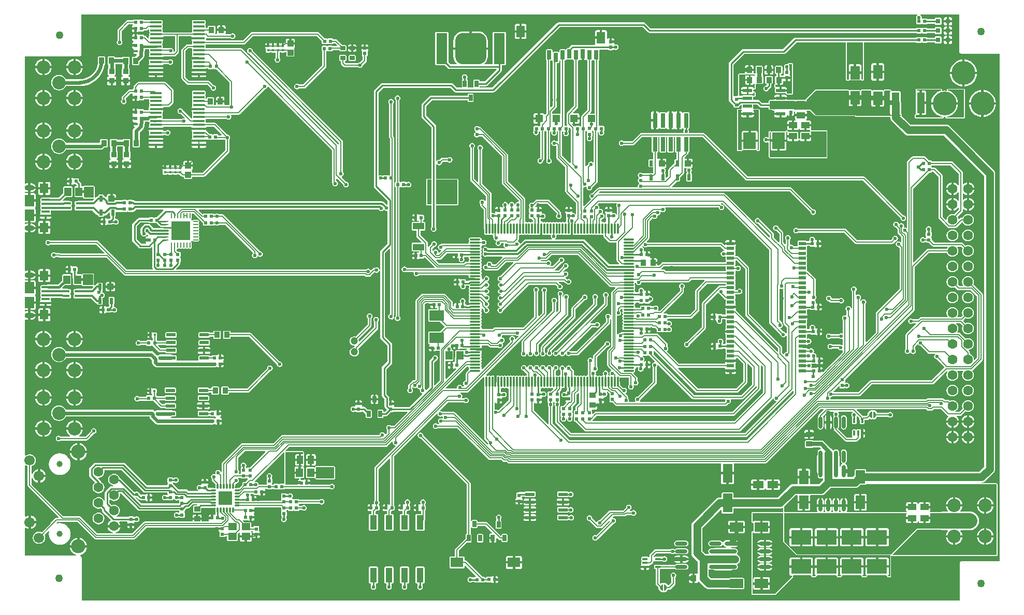
<source format=gtl>
G04 Layer_Physical_Order=1*
G04 Layer_Color=255*
%FSLAX25Y25*%
%MOIN*%
G70*
G01*
G75*
%ADD10C,0.00600*%
%ADD11C,0.02374*%
%ADD12C,0.01000*%
%ADD13R,0.02284X0.02441*%
%ADD14R,0.02441X0.02441*%
%ADD15R,0.03543X0.03937*%
%ADD16R,0.01772X0.01575*%
%ADD17R,0.03740X0.03740*%
%ADD18R,0.01575X0.01772*%
%ADD19R,0.03937X0.03937*%
%ADD20R,0.03347X0.02559*%
%ADD21R,0.02441X0.02441*%
%ADD22R,0.05512X0.04134*%
%ADD23R,0.03937X0.03740*%
%ADD24R,0.03740X0.03937*%
%ADD25R,0.02362X0.03937*%
%ADD26R,0.03937X0.03937*%
%ADD27R,0.06102X0.08661*%
%ADD28R,0.08661X0.06102*%
%ADD29R,0.04528X0.05709*%
%ADD30R,0.06102X0.02362*%
%ADD31R,0.05315X0.01575*%
%ADD32R,0.06102X0.07480*%
%ADD33R,0.05512X0.06299*%
%ADD34R,0.03543X0.01575*%
%ADD35R,0.03150X0.03150*%
%ADD36R,0.02441X0.02284*%
%ADD37O,0.02400X0.08000*%
%ADD38O,0.08000X0.02400*%
%ADD39R,0.12992X0.09646*%
%ADD40R,0.02559X0.04134*%
%ADD41C,0.04724*%
%ADD42C,0.00787*%
%ADD43R,0.07087X0.04528*%
%ADD44R,0.07087X0.20079*%
G04:AMPARAMS|DCode=45|XSize=200.79mil|YSize=200.79mil|CornerRadius=50.2mil|HoleSize=0mil|Usage=FLASHONLY|Rotation=0.000|XOffset=0mil|YOffset=0mil|HoleType=Round|Shape=RoundedRectangle|*
%AMROUNDEDRECTD45*
21,1,0.20079,0.10039,0,0,0.0*
21,1,0.10039,0.20079,0,0,0.0*
1,1,0.10039,0.05020,-0.05020*
1,1,0.10039,-0.05020,-0.05020*
1,1,0.10039,-0.05020,0.05020*
1,1,0.10039,0.05020,0.05020*
%
%ADD45ROUNDEDRECTD45*%
%ADD46R,0.04134X0.05512*%
%ADD47R,0.06102X0.09055*%
%ADD48R,0.05118X0.13583*%
%ADD49R,0.04724X0.02362*%
%ADD50R,0.02559X0.03937*%
%ADD51R,0.02756X0.05905*%
%ADD52R,0.05512X0.07480*%
%ADD53R,0.05118X0.04724*%
%ADD54R,0.08071X0.10630*%
%ADD55R,0.02992X0.09449*%
%ADD56R,0.08268X0.06299*%
%ADD57R,0.05512X0.04528*%
%ADD58R,0.09449X0.06693*%
%ADD59R,0.03937X0.03543*%
%ADD60R,0.04449X0.09606*%
%ADD61O,0.03347X0.01181*%
%ADD62O,0.01181X0.03347*%
%ADD63R,0.08858X0.08858*%
%ADD64O,0.03347X0.00787*%
%ADD65O,0.00787X0.03347*%
%ADD66R,0.12323X0.12323*%
%ADD67R,0.07480X0.04331*%
%ADD68O,0.07087X0.01181*%
%ADD69O,0.01181X0.07087*%
%ADD70R,0.01575X0.03543*%
%ADD71R,0.06299X0.12402*%
%ADD72R,0.07283X0.01772*%
%ADD73C,0.05000*%
%ADD74C,0.02500*%
%ADD75C,0.10000*%
%ADD76C,0.01350*%
%ADD77C,0.01500*%
%ADD78C,0.01772*%
%ADD79C,0.08661*%
%ADD80C,0.05000*%
%ADD81O,0.06299X0.03543*%
%ADD82C,0.03937*%
%ADD83C,0.09055*%
%ADD84C,0.06693*%
%ADD85C,0.06299*%
%ADD86C,0.15354*%
%ADD87C,0.02362*%
G36*
X1196644Y340624D02*
X1196716Y340516D01*
X1197305Y340122D01*
X1198000Y339984D01*
X1198695Y340122D01*
X1199222Y340475D01*
X1246151D01*
X1248368Y338258D01*
X1248798Y337971D01*
X1248623Y337532D01*
X1248200Y337616D01*
X1247505Y337478D01*
X1246916Y337084D01*
X1246522Y336495D01*
X1246384Y335800D01*
X1246522Y335105D01*
X1246916Y334516D01*
X1247505Y334122D01*
X1248200Y333984D01*
X1248895Y334122D01*
X1249422Y334474D01*
X1249438D01*
X1249814Y334077D01*
Y331715D01*
X1249977Y331321D01*
X1249814Y330928D01*
Y330403D01*
X1209321D01*
X1208814Y330303D01*
X1208384Y330015D01*
X1206726Y328357D01*
X1205739D01*
Y329150D01*
X1202850D01*
Y329900D01*
X1202100D01*
Y332888D01*
X1201221D01*
X1201164Y332957D01*
X1201000Y333388D01*
X1201134Y333589D01*
X1201212Y333980D01*
Y334450D01*
X1198972D01*
Y335200D01*
X1198222D01*
Y337440D01*
X1197751D01*
X1197458Y337382D01*
X1197179Y337530D01*
X1197013Y338015D01*
X1197129Y338600D01*
X1197013Y339185D01*
X1196681Y339681D01*
X1196185Y340013D01*
X1196020Y340556D01*
X1196113Y340663D01*
X1196644Y340624D01*
D02*
G37*
G36*
X1026716Y363835D02*
X1027305Y363441D01*
X1028000Y363303D01*
X1028695Y363441D01*
X1029284Y363835D01*
X1029419Y364036D01*
X1029853D01*
X1029971Y363963D01*
X1030555Y363572D01*
X1031250Y363434D01*
X1031502Y363484D01*
X1032002Y363074D01*
Y342165D01*
X1027819Y337981D01*
X1027487Y337485D01*
X1027371Y336900D01*
Y325477D01*
X1026871Y325428D01*
X1026778Y325895D01*
X1026384Y326484D01*
X1025795Y326878D01*
X1025100Y327016D01*
X1024405Y326878D01*
X1023878Y326525D01*
X1023243D01*
X1022736Y326425D01*
X1022306Y326137D01*
X1021573Y325404D01*
X1020929Y325467D01*
X1020784Y325684D01*
X1020195Y326078D01*
X1019500Y326216D01*
X1018805Y326078D01*
X1018216Y325684D01*
X1018164Y325607D01*
X896049D01*
X895857Y326068D01*
X898081Y328293D01*
X898413Y328789D01*
X898529Y329374D01*
Y329986D01*
X898680Y330049D01*
X898870Y330508D01*
Y332791D01*
X898680Y333251D01*
X898680Y333749D01*
X898870Y334209D01*
Y336492D01*
X898680Y336951D01*
X898221Y337142D01*
X897083D01*
X896389Y337836D01*
Y338552D01*
X896889Y338889D01*
X897031Y338860D01*
X897419Y338937D01*
X897748Y339157D01*
X898284D01*
X898612Y338937D01*
X899000Y338860D01*
X899388Y338937D01*
X899716Y339157D01*
X900252D01*
X900581Y338937D01*
X900968Y338860D01*
X901356Y338937D01*
X901685Y339157D01*
X902221D01*
X902549Y338937D01*
X902937Y338860D01*
X903325Y338937D01*
X903653Y339157D01*
X904189D01*
X904518Y338937D01*
X904906Y338860D01*
X905293Y338937D01*
X905622Y339157D01*
X905842Y339486D01*
X905919Y339873D01*
Y342432D01*
X905842Y342820D01*
X905650Y343107D01*
X905630Y343205D01*
X905702Y343697D01*
X905882Y343818D01*
X906003Y343998D01*
X906495Y344070D01*
X906593Y344050D01*
X906880Y343858D01*
X907268Y343781D01*
X909827D01*
X910215Y343858D01*
X910543Y344078D01*
X910763Y344407D01*
X910840Y344795D01*
X910763Y345182D01*
X910543Y345511D01*
Y346047D01*
X910763Y346375D01*
X910840Y346763D01*
X910763Y347151D01*
X910543Y347479D01*
Y348015D01*
X910763Y348344D01*
X910840Y348731D01*
X910763Y349119D01*
X910543Y349448D01*
Y349984D01*
X910763Y350312D01*
X910840Y350700D01*
X910763Y351088D01*
X910543Y351416D01*
Y351952D01*
X910763Y352281D01*
X910840Y352668D01*
X910763Y353056D01*
X910543Y353385D01*
Y353921D01*
X910763Y354249D01*
X910840Y354637D01*
X910763Y355025D01*
X910543Y355353D01*
Y355889D01*
X910763Y356218D01*
X910840Y356606D01*
X910763Y356993D01*
X910543Y357322D01*
X910215Y357542D01*
X909827Y357619D01*
X907268D01*
X906880Y357542D01*
X906593Y357350D01*
X906495Y357330D01*
X906003Y357402D01*
X905882Y357582D01*
X905702Y357703D01*
X905630Y358195D01*
X905650Y358293D01*
X905842Y358580D01*
X905919Y358968D01*
Y361527D01*
X906133Y361788D01*
X907088D01*
X913258Y355617D01*
Y354480D01*
X913449Y354020D01*
X913908Y353830D01*
X916191D01*
X916614Y354005D01*
X916651Y354020D01*
X917149D01*
X917186Y354005D01*
X917609Y353830D01*
X919892D01*
X920351Y354020D01*
X920498Y354375D01*
X921078D01*
X921605Y354022D01*
X922300Y353884D01*
X922995Y354022D01*
X923522Y354375D01*
X927654D01*
X945275Y336754D01*
Y335922D01*
X944922Y335395D01*
X944784Y334700D01*
X944922Y334005D01*
X945316Y333416D01*
X945905Y333022D01*
X946600Y332884D01*
X947295Y333022D01*
X947884Y333416D01*
X948278Y334005D01*
X948296Y334095D01*
X948816Y334216D01*
X949405Y333822D01*
X950100Y333684D01*
X950795Y333822D01*
X951384Y334216D01*
X951778Y334805D01*
X951916Y335500D01*
X951778Y336195D01*
X951384Y336784D01*
X950795Y337178D01*
X950173Y337301D01*
X926637Y360837D01*
X926207Y361125D01*
X925700Y361226D01*
X923422D01*
X922895Y361578D01*
X922200Y361716D01*
X921505Y361578D01*
X920978Y361226D01*
X920498D01*
X920351Y361580D01*
X919892Y361770D01*
X917609D01*
X917186Y361595D01*
X917149Y361580D01*
X916651D01*
X916614Y361595D01*
X916191Y361770D01*
X913908D01*
X913449Y361580D01*
X913449Y361580D01*
X912859Y361462D01*
X910603Y363718D01*
X910794Y364180D01*
X1026485D01*
X1026716Y363835D01*
D02*
G37*
G36*
X1131760Y347745D02*
X1132157Y348010D01*
X1132279Y348193D01*
X1132514Y348035D01*
X1132979Y347943D01*
X1133443Y348035D01*
X1133595Y348137D01*
X1133963Y348257D01*
X1134331Y348137D01*
X1134483Y348035D01*
X1134947Y347943D01*
X1135412Y348035D01*
X1135564Y348137D01*
X1135931Y348257D01*
X1136299Y348137D01*
X1136451Y348035D01*
X1136786Y347969D01*
X1136933Y347910D01*
X1137160Y347482D01*
X1137084Y347100D01*
X1137222Y346405D01*
X1137616Y345816D01*
X1137918Y345614D01*
X1137766Y345114D01*
X1134300D01*
X1134205Y345133D01*
X1121067D01*
X1120414Y345003D01*
X1119860Y344633D01*
X1117935Y342708D01*
X1117935Y342708D01*
X1117560Y342333D01*
X1117017Y342497D01*
X1116978Y342695D01*
X1116584Y343284D01*
X1116034Y343652D01*
X1115956Y343756D01*
X1115834Y344159D01*
X1116199Y344525D01*
X1116487Y344955D01*
X1116588Y345462D01*
Y347599D01*
X1117088Y347971D01*
X1117231Y347943D01*
X1117695Y348035D01*
X1117847Y348137D01*
X1118215Y348257D01*
X1118583Y348137D01*
X1118735Y348035D01*
X1119199Y347943D01*
X1119664Y348035D01*
X1119816Y348137D01*
X1120183Y348257D01*
X1120551Y348137D01*
X1120703Y348035D01*
X1121168Y347943D01*
X1121632Y348035D01*
X1121784Y348137D01*
X1122152Y348257D01*
X1122519Y348137D01*
X1122672Y348035D01*
X1123136Y347943D01*
X1123601Y348035D01*
X1123753Y348137D01*
X1124121Y348257D01*
X1124488Y348137D01*
X1124640Y348035D01*
X1125105Y347943D01*
X1125569Y348035D01*
X1125721Y348137D01*
X1126089Y348257D01*
X1126457Y348137D01*
X1126609Y348035D01*
X1127073Y347943D01*
X1127538Y348035D01*
X1127690Y348137D01*
X1128057Y348257D01*
X1128425Y348137D01*
X1128577Y348035D01*
X1129042Y347943D01*
X1129506Y348035D01*
X1129742Y348193D01*
X1129863Y348010D01*
X1130260Y347745D01*
Y351233D01*
X1130455Y351524D01*
X1130571Y352110D01*
X1131760D01*
Y347745D01*
D02*
G37*
G36*
X878349Y355720D02*
X878808Y355530D01*
X881091D01*
X881551Y355720D01*
X882049Y355720D01*
X882509Y355530D01*
X883357D01*
X885332Y353556D01*
X885828Y353224D01*
X886333Y353124D01*
X886465Y353039D01*
X886521Y352840D01*
X886198Y352389D01*
X881344D01*
X881328Y352466D01*
X880958Y353019D01*
X879519Y354458D01*
X878965Y354829D01*
X878312Y354959D01*
X876277D01*
X875624Y354829D01*
X875070Y354458D01*
X873631Y353019D01*
X873261Y352466D01*
X873131Y351812D01*
Y349061D01*
X873261Y348408D01*
X873519Y348021D01*
X873522Y348005D01*
X873916Y347416D01*
X874505Y347022D01*
X875200Y346884D01*
X875895Y347022D01*
X876484Y347416D01*
X876878Y348005D01*
X876906Y348145D01*
X877384Y348290D01*
X878134Y347540D01*
X878131Y347471D01*
X877974Y347040D01*
X877408D01*
X877018Y346962D01*
X876687Y346741D01*
X876466Y346411D01*
X876388Y346021D01*
Y345550D01*
X878628D01*
Y344050D01*
X876388D01*
Y343580D01*
X876466Y343189D01*
X876687Y342859D01*
X876731Y342829D01*
X876579Y342329D01*
X873633D01*
X870729Y345233D01*
Y353567D01*
X873034Y355871D01*
X878286D01*
X878349Y355720D01*
D02*
G37*
G36*
X1151439Y351602D02*
X1151445Y351593D01*
Y347745D01*
X1151842Y348010D01*
X1151964Y348193D01*
X1152199Y348035D01*
X1152664Y347943D01*
X1153128Y348035D01*
X1153281Y348137D01*
X1153648Y348257D01*
X1154016Y348137D01*
X1154168Y348035D01*
X1154632Y347943D01*
X1155097Y348035D01*
X1155249Y348137D01*
X1155616Y348257D01*
X1155984Y348137D01*
X1156136Y348035D01*
X1156601Y347943D01*
X1157065Y348035D01*
X1157218Y348137D01*
X1157585Y348257D01*
X1157953Y348137D01*
X1158105Y348035D01*
X1158569Y347943D01*
X1159034Y348035D01*
X1159186Y348137D01*
X1159554Y348257D01*
X1159921Y348137D01*
X1160073Y348035D01*
X1160538Y347943D01*
X1161002Y348035D01*
X1161154Y348137D01*
X1161522Y348257D01*
X1161890Y348137D01*
X1162042Y348035D01*
X1162506Y347943D01*
X1162971Y348035D01*
X1163123Y348137D01*
X1163491Y348257D01*
X1163858Y348137D01*
X1164010Y348035D01*
X1164475Y347943D01*
X1164939Y348035D01*
X1165092Y348137D01*
X1165459Y348257D01*
X1165827Y348137D01*
X1165979Y348035D01*
X1166443Y347943D01*
X1166908Y348035D01*
X1167060Y348137D01*
X1167428Y348257D01*
X1167795Y348137D01*
X1167947Y348035D01*
X1168412Y347943D01*
X1168876Y348035D01*
X1169028Y348137D01*
X1169396Y348257D01*
X1169764Y348137D01*
X1169916Y348035D01*
X1170380Y347943D01*
X1170523Y347971D01*
X1171023Y347599D01*
Y347408D01*
X1171124Y346901D01*
X1171412Y346471D01*
X1174487Y343396D01*
X1174917Y343109D01*
X1175424Y343008D01*
X1179333D01*
X1179493Y342876D01*
Y331553D01*
X1179594Y331046D01*
X1179882Y330616D01*
X1181021Y329476D01*
X1180830Y329014D01*
X1174780D01*
X1159162Y344633D01*
X1158608Y345003D01*
X1157954Y345133D01*
X1153046D01*
X1152951Y345114D01*
X1140034D01*
X1139882Y345614D01*
X1140184Y345816D01*
X1140578Y346405D01*
X1140716Y347100D01*
X1140641Y347475D01*
X1140834Y347901D01*
X1141013Y347975D01*
X1141317Y348035D01*
X1141469Y348137D01*
X1141837Y348257D01*
X1142205Y348137D01*
X1142357Y348035D01*
X1142821Y347943D01*
X1143286Y348035D01*
X1143438Y348137D01*
X1143806Y348257D01*
X1144173Y348137D01*
X1144325Y348035D01*
X1144790Y347943D01*
X1145254Y348035D01*
X1145407Y348137D01*
X1145774Y348257D01*
X1146142Y348137D01*
X1146294Y348035D01*
X1146758Y347943D01*
X1147223Y348035D01*
X1147375Y348137D01*
X1147742Y348257D01*
X1148110Y348137D01*
X1148262Y348035D01*
X1148727Y347943D01*
X1149191Y348035D01*
X1149427Y348193D01*
X1149549Y348010D01*
X1149945Y347745D01*
Y351233D01*
X1150140Y351524D01*
X1150256Y352110D01*
X1151338D01*
X1151439Y351602D01*
D02*
G37*
G36*
X1236066Y318341D02*
X1230463Y312737D01*
X1230175Y312307D01*
X1230075Y311800D01*
Y300149D01*
X1226551Y296625D01*
X1212498D01*
X1212351Y296980D01*
X1211892Y297170D01*
X1209851D01*
X1209644Y297670D01*
X1222437Y310463D01*
X1222725Y310893D01*
X1222826Y311400D01*
Y313778D01*
X1223178Y314305D01*
X1223316Y315000D01*
X1223178Y315695D01*
X1222784Y316284D01*
X1222195Y316678D01*
X1221500Y316816D01*
X1220805Y316678D01*
X1220216Y316284D01*
X1219822Y315695D01*
X1219684Y315000D01*
X1219822Y314305D01*
X1220175Y313778D01*
Y311949D01*
X1207371Y299146D01*
X1206372D01*
X1206105Y299646D01*
X1206278Y299905D01*
X1206416Y300600D01*
X1206278Y301295D01*
X1205884Y301884D01*
X1205295Y302278D01*
X1204600Y302416D01*
X1203905Y302278D01*
X1203316Y301884D01*
X1203277Y301825D01*
X1201898D01*
X1201751Y302180D01*
X1201292Y302370D01*
X1199009D01*
X1198549Y302180D01*
X1198050Y302180D01*
X1197591Y302370D01*
X1195308D01*
X1194849Y302180D01*
X1194658Y301720D01*
Y301073D01*
X1191820D01*
X1191448Y301573D01*
X1191476Y301716D01*
X1191384Y302180D01*
X1191121Y302574D01*
Y302826D01*
X1191384Y303220D01*
X1191476Y303684D01*
X1191887Y304180D01*
X1192540D01*
X1192568Y304174D01*
X1193602D01*
X1193749Y303820D01*
X1194208Y303630D01*
X1196491D01*
X1196951Y303820D01*
X1197449Y303820D01*
X1197909Y303630D01*
X1200192D01*
X1200651Y303820D01*
X1200842Y304279D01*
Y304390D01*
X1201200Y304684D01*
X1201895Y304822D01*
X1202484Y305216D01*
X1202878Y305805D01*
X1203016Y306500D01*
X1202878Y307195D01*
X1202484Y307784D01*
X1201895Y308178D01*
X1201690Y308219D01*
X1201212Y308380D01*
X1201212Y308785D01*
Y308850D01*
X1198972D01*
Y309600D01*
X1198222D01*
Y311840D01*
X1197751D01*
X1197715Y311833D01*
X1197616Y311874D01*
X1197207Y312215D01*
X1197106Y312723D01*
X1196712Y313312D01*
X1196123Y313706D01*
X1195428Y313844D01*
X1194733Y313706D01*
X1194144Y313312D01*
X1193751Y312723D01*
X1193612Y312028D01*
X1193692Y311627D01*
X1193337Y311137D01*
X1193320Y311129D01*
X1191785D01*
X1191468Y311516D01*
X1191476Y311558D01*
X1191384Y312023D01*
X1191121Y312417D01*
Y312668D01*
X1191384Y313062D01*
X1191476Y313527D01*
X1191384Y313991D01*
X1191282Y314143D01*
X1191162Y314511D01*
X1191282Y314879D01*
X1191384Y315031D01*
X1191476Y315495D01*
X1191384Y315960D01*
X1191121Y316354D01*
Y316605D01*
X1191345Y316942D01*
X1191575Y316956D01*
X1191866Y316889D01*
X1191922Y316605D01*
X1192316Y316016D01*
X1192905Y315622D01*
X1193600Y315484D01*
X1194295Y315622D01*
X1194884Y316016D01*
X1195278Y316605D01*
X1195401Y317227D01*
X1195649Y317475D01*
X1225600D01*
X1226107Y317575D01*
X1226537Y317863D01*
X1227515Y318841D01*
X1235859D01*
X1236066Y318341D01*
D02*
G37*
G36*
X1182856Y300250D02*
X1183163Y299848D01*
X1183143Y299747D01*
X1183235Y299283D01*
X1183337Y299131D01*
X1183457Y298763D01*
X1183337Y298395D01*
X1183235Y298243D01*
X1183143Y297779D01*
X1183235Y297314D01*
X1183498Y296920D01*
Y296669D01*
X1183235Y296275D01*
X1183143Y295810D01*
X1183235Y295346D01*
X1183337Y295194D01*
X1183457Y294826D01*
X1183337Y294458D01*
X1183235Y294306D01*
X1183143Y293842D01*
X1183235Y293377D01*
X1183498Y292983D01*
Y292732D01*
X1183235Y292338D01*
X1183143Y291873D01*
X1183235Y291409D01*
X1183498Y291015D01*
Y290763D01*
X1183235Y290369D01*
X1183143Y289905D01*
X1183235Y289440D01*
X1183337Y289288D01*
X1183457Y288920D01*
X1183337Y288553D01*
X1183235Y288401D01*
X1183143Y287936D01*
X1183235Y287472D01*
X1183393Y287236D01*
X1183210Y287114D01*
X1182945Y286718D01*
X1186433D01*
X1186724Y286523D01*
X1187309Y286407D01*
Y285325D01*
X1182899D01*
X1182392Y285224D01*
X1182392Y285224D01*
X1181962Y284936D01*
X1181827Y284802D01*
X1181205Y284678D01*
X1180616Y284284D01*
X1180482Y284084D01*
X1180263Y283937D01*
X1180244Y283910D01*
X1179744Y284061D01*
Y295525D01*
X1180244Y295935D01*
X1180500Y295884D01*
X1181195Y296022D01*
X1181784Y296416D01*
X1182178Y297005D01*
X1182316Y297700D01*
X1182178Y298395D01*
X1181826Y298922D01*
Y299751D01*
X1182351Y300277D01*
X1182856Y300250D01*
D02*
G37*
G36*
X1262175Y325851D02*
Y296600D01*
X1262275Y296093D01*
X1262563Y295663D01*
X1283375Y274851D01*
Y272944D01*
X1282913Y272753D01*
X1256478Y299188D01*
X1256357Y299268D01*
X1256130Y299829D01*
X1256208Y300219D01*
Y300650D01*
X1252826D01*
X1249444D01*
Y300219D01*
X1249522Y299829D01*
X1249743Y299498D01*
X1249820Y299446D01*
X1249814Y299431D01*
Y297069D01*
X1249455Y296630D01*
X1247599D01*
X1247537Y296780D01*
X1247078Y296970D01*
X1244637D01*
X1244376Y296862D01*
X1244256Y297041D01*
X1243925Y297262D01*
X1243535Y297340D01*
X1243064D01*
Y295100D01*
Y292860D01*
X1243386D01*
X1243819Y292478D01*
X1243784Y292300D01*
X1243922Y291605D01*
X1244316Y291016D01*
X1244905Y290622D01*
X1245600Y290484D01*
X1246295Y290622D01*
X1246884Y291016D01*
X1247278Y291605D01*
X1247416Y292300D01*
X1247376Y292502D01*
X1247387Y292557D01*
Y293358D01*
X1247537Y293420D01*
X1247600Y293571D01*
X1249455D01*
X1249814Y293132D01*
Y290770D01*
X1249977Y290376D01*
X1249814Y289983D01*
Y287620D01*
X1249820Y287606D01*
X1249743Y287554D01*
X1249522Y287223D01*
X1249444Y286833D01*
Y286402D01*
X1252826D01*
Y284902D01*
X1249444D01*
Y284471D01*
X1249522Y284081D01*
X1249743Y283750D01*
X1249820Y283698D01*
X1249814Y283683D01*
Y281321D01*
X1249977Y280928D01*
X1249814Y280534D01*
Y278172D01*
X1249455Y277732D01*
X1247929D01*
Y278283D01*
X1248078Y278505D01*
X1248216Y279200D01*
X1248078Y279895D01*
X1247684Y280484D01*
X1247095Y280878D01*
X1246400Y281016D01*
X1245705Y280878D01*
X1245116Y280484D01*
X1244722Y279895D01*
X1244584Y279200D01*
X1244713Y278554D01*
X1244717Y278493D01*
X1244707Y278468D01*
X1244197Y278257D01*
X1244039Y278362D01*
X1243649Y278440D01*
X1243178D01*
Y276200D01*
Y273960D01*
X1243649D01*
X1244039Y274038D01*
X1244370Y274259D01*
X1244490Y274438D01*
X1244751Y274330D01*
X1247192D01*
X1247651Y274520D01*
X1247715Y274674D01*
X1249455D01*
X1249814Y274235D01*
Y271872D01*
X1249977Y271479D01*
X1249814Y271085D01*
Y268723D01*
X1249820Y268708D01*
X1249743Y268656D01*
X1249522Y268326D01*
X1249444Y267935D01*
Y267504D01*
X1252826D01*
X1256208D01*
Y267935D01*
X1256179Y268078D01*
X1256517Y268579D01*
X1257247D01*
X1260892Y264933D01*
Y253449D01*
X1256369Y248925D01*
X1231849D01*
X1218958Y261817D01*
X1219187Y262264D01*
X1219202Y262279D01*
X1249135D01*
X1249473Y261779D01*
X1249444Y261636D01*
Y261205D01*
X1252826D01*
X1256208D01*
Y261636D01*
X1256130Y262026D01*
X1255909Y262357D01*
X1255832Y262409D01*
X1255838Y262424D01*
Y264786D01*
X1255832Y264800D01*
X1255909Y264852D01*
X1256130Y265183D01*
X1256208Y265573D01*
Y266004D01*
X1252826D01*
X1249444D01*
Y265573D01*
X1249473Y265430D01*
X1249135Y264930D01*
X1219744D01*
X1211969Y272706D01*
X1212033Y273348D01*
X1212284Y273516D01*
X1212678Y274105D01*
X1212816Y274800D01*
X1212678Y275495D01*
X1212325Y276022D01*
Y277400D01*
X1212225Y277907D01*
X1211937Y278337D01*
X1206337Y283937D01*
X1205907Y284225D01*
X1205400Y284326D01*
X1197552D01*
X1197250Y284693D01*
X1197260Y284713D01*
X1197680Y285074D01*
X1197751Y285060D01*
X1198222D01*
Y287300D01*
X1198972D01*
Y288050D01*
X1201212D01*
Y288521D01*
X1201260Y288579D01*
X1201846D01*
X1202182Y288244D01*
X1202612Y287957D01*
X1203119Y287856D01*
X1204319D01*
X1204432Y287742D01*
X1204434Y287741D01*
X1205258Y286917D01*
Y285879D01*
X1205449Y285420D01*
X1205908Y285230D01*
X1208191D01*
X1208614Y285405D01*
X1208651Y285420D01*
X1209149D01*
X1209186Y285405D01*
X1209609Y285230D01*
X1211892D01*
X1212351Y285420D01*
X1212528Y285474D01*
X1212605Y285422D01*
X1213300Y285284D01*
X1213995Y285422D01*
X1214584Y285816D01*
X1214978Y286405D01*
X1215116Y287100D01*
X1214978Y287795D01*
X1214584Y288384D01*
X1214153Y288672D01*
X1214141Y288707D01*
Y289193D01*
X1214153Y289228D01*
X1214584Y289516D01*
X1214978Y290105D01*
X1215116Y290800D01*
X1214978Y291495D01*
X1214584Y292084D01*
X1213995Y292478D01*
X1213300Y292616D01*
X1212605Y292478D01*
X1212505Y292508D01*
X1212351Y292880D01*
X1212111Y292979D01*
Y293521D01*
X1212351Y293620D01*
X1212498Y293974D01*
X1227100D01*
X1227607Y294075D01*
X1228037Y294363D01*
X1232337Y298663D01*
X1232625Y299093D01*
X1232726Y299600D01*
Y311251D01*
X1237699Y316224D01*
X1249638D01*
X1249814Y315724D01*
X1249552Y315324D01*
X1246090D01*
X1245582Y315223D01*
X1245152Y314936D01*
X1234663Y304446D01*
X1234375Y304016D01*
X1234274Y303509D01*
Y288649D01*
X1224627Y279001D01*
X1224005Y278878D01*
X1223416Y278484D01*
X1223022Y277895D01*
X1222884Y277200D01*
X1223022Y276505D01*
X1223416Y275916D01*
X1224005Y275522D01*
X1224700Y275384D01*
X1225395Y275522D01*
X1225984Y275916D01*
X1226378Y276505D01*
X1226501Y277127D01*
X1236537Y287163D01*
X1236825Y287593D01*
X1236926Y288100D01*
Y302960D01*
X1244639Y310673D01*
X1245054Y310548D01*
X1245144Y310472D01*
X1245516Y309916D01*
X1245716Y309782D01*
X1245863Y309563D01*
X1248664Y306762D01*
X1249094Y306475D01*
X1249578Y306378D01*
X1249614Y306349D01*
X1249874Y305874D01*
X1249814Y305731D01*
Y303368D01*
X1249820Y303354D01*
X1249743Y303302D01*
X1249522Y302971D01*
X1249444Y302581D01*
Y302150D01*
X1252826D01*
X1256208D01*
Y302581D01*
X1256130Y302971D01*
X1255909Y303302D01*
X1255832Y303354D01*
X1255838Y303368D01*
Y305731D01*
X1255674Y306124D01*
X1255838Y306518D01*
Y308880D01*
X1255778Y309023D01*
X1256078Y309523D01*
X1257949D01*
X1258456Y309624D01*
X1258558Y309692D01*
X1258600Y309684D01*
X1259295Y309822D01*
X1259884Y310216D01*
X1260278Y310805D01*
X1260416Y311500D01*
X1260278Y312195D01*
X1259884Y312784D01*
X1259295Y313178D01*
X1258600Y313316D01*
X1257905Y313178D01*
X1257316Y312784D01*
X1256922Y312195D01*
X1256918Y312174D01*
X1256078D01*
X1255778Y312674D01*
X1255838Y312817D01*
Y315179D01*
X1255674Y315573D01*
X1255838Y315967D01*
Y318329D01*
X1255674Y318723D01*
X1255838Y319116D01*
Y321479D01*
X1255674Y321872D01*
X1255838Y322266D01*
Y324628D01*
X1255946Y324790D01*
X1256521Y324879D01*
X1256905Y324622D01*
X1257600Y324484D01*
X1258295Y324622D01*
X1258884Y325016D01*
X1259278Y325605D01*
X1259416Y326300D01*
X1259278Y326995D01*
X1258884Y327584D01*
X1258295Y327978D01*
X1257600Y328116D01*
X1256905Y327978D01*
X1256378Y327625D01*
X1255838D01*
Y327778D01*
X1255674Y328172D01*
X1255838Y328565D01*
Y330928D01*
X1255795Y331031D01*
X1256050Y331452D01*
X1256534Y331492D01*
X1262175Y325851D01*
D02*
G37*
G36*
X1073988Y335850D02*
X1076228D01*
Y335100D01*
X1076978D01*
Y332860D01*
X1077449D01*
X1077597Y332890D01*
X1078025Y332516D01*
X1078030Y332505D01*
X1077956Y332128D01*
X1078094Y331433D01*
X1078488Y330844D01*
X1079077Y330451D01*
X1079772Y330312D01*
X1080467Y330451D01*
X1081056Y330844D01*
X1081449Y331433D01*
X1081588Y332128D01*
X1081449Y332823D01*
X1081401Y332896D01*
X1081451Y333420D01*
X1081547Y333651D01*
X1084017D01*
X1084334Y333264D01*
X1084324Y333212D01*
X1084416Y332747D01*
X1084680Y332353D01*
Y332102D01*
X1084416Y331708D01*
X1084324Y331243D01*
X1084352Y331100D01*
X1083980Y330600D01*
X1082558D01*
X1082051Y330499D01*
X1081621Y330212D01*
X1081134Y329726D01*
X1065115D01*
X1063347Y331493D01*
X1063554Y331993D01*
X1065759D01*
X1066266Y332094D01*
X1066696Y332382D01*
X1070210Y335895D01*
X1073988D01*
Y335850D01*
D02*
G37*
G36*
X1249814Y325416D02*
X1249874Y325273D01*
X1249573Y324773D01*
X1211239D01*
X1210746Y325266D01*
X1210316Y325553D01*
X1209809Y325654D01*
X1208453D01*
X1208313Y325910D01*
X1208271Y326154D01*
X1209870Y327752D01*
X1249814D01*
Y325416D01*
D02*
G37*
G36*
X1179596Y367856D02*
X1179422Y367595D01*
X1179284Y366900D01*
X1179422Y366205D01*
X1179774Y365678D01*
Y361229D01*
X1179274Y361078D01*
X1178984Y361512D01*
X1178395Y361906D01*
X1177700Y362044D01*
X1177005Y361906D01*
X1176521Y362184D01*
X1176482Y362258D01*
X1176540Y362551D01*
Y363022D01*
X1174300D01*
X1172060D01*
Y362551D01*
X1172138Y362161D01*
X1172359Y361830D01*
X1172538Y361710D01*
X1172430Y361449D01*
Y359008D01*
X1172620Y358549D01*
X1172788Y358479D01*
Y356583D01*
X1172401Y356266D01*
X1172349Y356276D01*
X1171884Y356184D01*
X1171732Y356082D01*
X1171365Y355962D01*
X1170997Y356082D01*
X1170845Y356184D01*
X1170380Y356276D01*
X1170237Y356248D01*
X1169737Y356620D01*
Y357763D01*
X1170073Y358099D01*
X1170695Y358222D01*
X1171284Y358616D01*
X1171678Y359205D01*
X1171816Y359900D01*
X1171678Y360595D01*
X1171284Y361184D01*
X1170695Y361578D01*
X1170663Y361584D01*
X1170471Y362046D01*
X1170578Y362205D01*
X1170716Y362900D01*
X1170578Y363595D01*
X1170184Y364184D01*
X1169595Y364578D01*
X1168900Y364716D01*
X1168639Y364664D01*
X1168235Y365094D01*
X1168316Y365500D01*
X1168178Y366195D01*
X1167784Y366784D01*
X1167541Y366947D01*
X1167477Y367590D01*
X1168242Y368356D01*
X1179329D01*
X1179596Y367856D01*
D02*
G37*
G36*
X1147753Y461085D02*
X1150509D01*
X1150968Y461275D01*
X1151434Y461094D01*
Y460947D01*
X1151624Y460488D01*
X1152083Y460298D01*
X1152136D01*
Y431194D01*
X1147569Y426627D01*
X1147282Y426197D01*
X1147181Y425690D01*
Y419693D01*
X1147282Y419186D01*
X1147560Y418770D01*
X1147548Y418710D01*
X1147348Y418270D01*
X1146126D01*
Y460298D01*
X1146178D01*
X1146637Y460488D01*
X1146827Y460947D01*
Y461094D01*
X1147293Y461275D01*
X1147753Y461085D01*
D02*
G37*
G36*
X1149874Y416450D02*
Y394350D01*
X1149413Y394159D01*
X1144475Y399096D01*
Y414333D01*
X1144934Y414704D01*
X1145129Y414695D01*
X1145239Y414194D01*
X1145173Y414095D01*
X1145034Y413400D01*
X1145173Y412705D01*
X1145566Y412116D01*
X1146155Y411722D01*
X1146850Y411584D01*
X1147545Y411722D01*
X1148135Y412116D01*
X1148528Y412705D01*
X1148666Y413400D01*
X1148528Y414095D01*
X1148439Y414229D01*
X1148451Y414720D01*
X1148642Y415179D01*
Y416976D01*
X1149142Y417183D01*
X1149874Y416450D01*
D02*
G37*
G36*
X1143422Y460298D02*
X1143474D01*
Y426081D01*
X1143304Y425967D01*
X1138186D01*
X1138025Y426074D01*
Y427151D01*
X1140737Y429863D01*
X1141025Y430293D01*
X1141125Y430800D01*
Y433957D01*
X1141044Y434365D01*
Y458723D01*
X1141847D01*
X1142307Y458913D01*
X1142497Y459373D01*
Y460307D01*
X1142963Y460488D01*
X1143422Y460298D01*
D02*
G37*
G36*
X1138393Y460252D02*
Y434038D01*
X1138474Y433630D01*
Y431349D01*
X1137287Y430162D01*
X1136825Y430353D01*
Y460298D01*
X1137516D01*
X1137893Y460454D01*
X1138393Y460252D01*
D02*
G37*
G36*
X1164616Y460488D02*
X1165076Y460298D01*
X1165319D01*
Y425967D01*
X1162531D01*
X1162340Y426429D01*
X1163060Y427149D01*
X1163347Y427579D01*
X1163448Y428086D01*
Y460298D01*
X1163501D01*
X1163960Y460488D01*
X1164018Y460627D01*
X1164559D01*
X1164616Y460488D01*
D02*
G37*
G36*
X842900Y379000D02*
X843000Y378900D01*
Y372000D01*
X836867D01*
X836599Y372500D01*
X836636Y372555D01*
X836714Y372946D01*
Y375050D01*
X833431D01*
Y376550D01*
X836714D01*
Y378500D01*
X837071Y379000D01*
X842900D01*
D02*
G37*
G36*
X1277674Y338254D02*
Y291600D01*
X1277775Y291093D01*
X1278063Y290663D01*
X1284999Y283727D01*
X1285122Y283105D01*
X1285516Y282516D01*
X1286105Y282122D01*
X1286800Y281984D01*
X1287495Y282122D01*
X1288084Y282516D01*
X1288456Y283072D01*
X1288492Y283077D01*
X1288956Y282785D01*
Y272430D01*
X1288927Y272401D01*
X1288305Y272278D01*
X1287716Y271884D01*
X1287330Y271306D01*
X1287276Y271232D01*
X1286783Y271145D01*
X1286026Y271903D01*
Y275400D01*
X1285925Y275907D01*
X1285637Y276337D01*
X1264826Y297149D01*
Y326400D01*
X1264725Y326907D01*
X1264437Y327337D01*
X1257941Y333833D01*
X1257511Y334121D01*
X1257004Y334222D01*
X1256078D01*
X1255778Y334721D01*
X1255838Y334865D01*
Y337227D01*
X1255674Y337620D01*
X1255838Y338014D01*
Y340376D01*
X1255832Y340391D01*
X1255909Y340443D01*
X1256130Y340774D01*
X1256208Y341164D01*
Y341595D01*
X1252826D01*
X1249341D01*
X1248944Y341430D01*
X1247637Y342737D01*
X1247207Y343025D01*
X1246700Y343126D01*
X1199222D01*
X1199065Y343231D01*
X1199002Y343874D01*
X1200137Y345010D01*
X1200425Y345440D01*
X1200525Y345947D01*
Y356557D01*
X1202643Y358675D01*
X1202678D01*
X1203205Y358322D01*
X1203900Y358184D01*
X1204595Y358322D01*
X1205184Y358716D01*
X1205578Y359305D01*
X1205703Y359933D01*
X1205901Y360285D01*
X1206000Y360384D01*
X1206695Y360522D01*
X1207284Y360916D01*
X1207678Y361505D01*
X1207816Y362200D01*
X1207742Y362575D01*
X1207792Y362683D01*
X1208179Y362940D01*
X1208505Y362722D01*
X1209200Y362584D01*
X1209895Y362722D01*
X1210484Y363116D01*
X1210878Y363705D01*
X1211016Y364400D01*
X1210878Y365095D01*
X1210785Y365234D01*
X1211021Y365674D01*
X1245075D01*
X1245161Y365589D01*
X1245284Y364967D01*
X1245678Y364378D01*
X1246267Y363984D01*
X1246962Y363846D01*
X1247657Y363984D01*
X1248246Y364378D01*
X1248640Y364967D01*
X1248778Y365662D01*
X1248640Y366357D01*
X1248246Y366946D01*
X1247657Y367340D01*
X1247035Y367464D01*
X1246643Y367856D01*
X1246717Y368174D01*
X1246836Y368356D01*
X1247573D01*
X1277674Y338254D01*
D02*
G37*
G36*
X1399675Y387351D02*
Y379996D01*
X1399412Y379877D01*
X1399174Y379858D01*
X1398559Y380660D01*
X1397693Y381325D01*
X1396683Y381743D01*
X1396350Y381787D01*
Y377700D01*
Y373613D01*
X1396683Y373657D01*
X1397693Y374075D01*
X1398559Y374741D01*
X1399174Y375542D01*
X1399412Y375523D01*
X1399675Y375404D01*
Y369996D01*
X1399412Y369877D01*
X1399174Y369858D01*
X1398559Y370659D01*
X1397693Y371325D01*
X1396683Y371743D01*
X1396350Y371787D01*
Y367700D01*
Y363613D01*
X1396683Y363657D01*
X1397693Y364075D01*
X1398559Y364740D01*
X1399174Y365542D01*
X1399412Y365523D01*
X1399675Y365404D01*
Y364149D01*
X1396791Y361265D01*
X1396579Y361353D01*
X1395600Y361482D01*
X1394621Y361353D01*
X1393709Y360975D01*
X1392926Y360374D01*
X1392325Y359591D01*
X1391947Y358679D01*
X1391837Y357844D01*
X1391364Y357611D01*
X1389225Y359749D01*
Y386000D01*
X1389125Y386507D01*
X1388837Y386937D01*
X1384937Y390837D01*
X1384507Y391125D01*
X1384000Y391226D01*
X1382398D01*
X1382251Y391580D01*
X1382011Y391679D01*
Y392221D01*
X1382251Y392320D01*
X1382398Y392674D01*
X1394351D01*
X1399675Y387351D01*
D02*
G37*
G36*
X1164449Y414720D02*
X1164724Y414606D01*
Y394925D01*
X1164482Y394793D01*
X1164224Y394724D01*
X1163695Y395078D01*
X1163000Y395216D01*
X1162305Y395078D01*
X1161716Y394684D01*
X1161322Y394095D01*
X1161199Y393473D01*
X1160223Y392497D01*
X1159577Y392431D01*
X1159476Y392515D01*
Y414606D01*
X1159751Y414720D01*
X1159852Y414964D01*
X1160394D01*
X1160420Y414900D01*
Y414401D01*
X1160405Y414365D01*
X1160230Y413942D01*
Y411658D01*
X1160420Y411199D01*
X1160422Y410695D01*
X1160284Y410000D01*
X1160422Y409305D01*
X1160816Y408716D01*
X1161405Y408322D01*
X1162100Y408184D01*
X1162795Y408322D01*
X1163384Y408716D01*
X1163778Y409305D01*
X1163916Y410000D01*
X1163778Y410695D01*
X1163780Y411199D01*
X1163970Y411658D01*
Y413942D01*
X1163795Y414365D01*
X1163780Y414401D01*
Y414900D01*
X1163806Y414964D01*
X1164348D01*
X1164449Y414720D01*
D02*
G37*
G36*
X1217054Y401676D02*
X1217245Y401216D01*
X1217704Y401026D01*
X1217875D01*
Y396745D01*
X1217379D01*
X1216920Y396555D01*
X1216729Y396096D01*
Y394172D01*
X1213163Y390605D01*
X1212875Y390175D01*
X1212774Y389668D01*
Y386009D01*
X1211583Y384817D01*
X1211121Y385008D01*
Y387041D01*
X1210931Y387500D01*
X1210820Y387546D01*
Y388293D01*
X1210968Y388514D01*
X1211106Y389210D01*
X1210968Y389904D01*
X1210575Y390494D01*
X1210356Y390639D01*
X1210456Y391071D01*
X1210500Y391145D01*
X1210862Y391217D01*
X1211193Y391438D01*
X1211414Y391769D01*
X1211491Y392159D01*
Y393378D01*
X1208503D01*
Y394128D01*
X1207753D01*
Y397116D01*
X1206535D01*
X1206145Y397038D01*
X1206026Y396958D01*
X1205525Y397217D01*
Y401026D01*
X1205696D01*
X1206155Y401216D01*
X1206345Y401676D01*
Y410875D01*
X1207055D01*
Y401676D01*
X1207245Y401216D01*
X1207704Y401026D01*
X1210696D01*
X1211155Y401216D01*
X1211345Y401676D01*
Y410875D01*
X1212055D01*
Y401676D01*
X1212245Y401216D01*
X1212704Y401026D01*
X1215696D01*
X1216155Y401216D01*
X1216346Y401676D01*
Y410875D01*
X1217054D01*
Y401676D01*
D02*
G37*
G36*
X1343810Y234000D02*
X1343928Y233793D01*
Y230399D01*
X1343630Y230110D01*
X1343164Y230261D01*
X1342910Y230430D01*
X1342620Y230720D01*
X1342410Y230950D01*
X1342180Y231340D01*
X1342070Y231710D01*
X1342090Y232580D01*
X1342190Y232860D01*
X1342520Y233400D01*
X1342850Y233720D01*
X1343211Y233946D01*
X1343610Y234070D01*
X1343810Y234000D01*
D02*
G37*
G36*
X1273674Y262839D02*
Y246449D01*
X1255251Y228026D01*
X1164058D01*
X1163902Y228469D01*
X1163900Y228525D01*
X1166549Y231174D01*
X1254500D01*
X1255007Y231275D01*
X1255437Y231563D01*
X1271837Y247963D01*
X1272125Y248393D01*
X1272225Y248900D01*
Y263472D01*
X1272198Y263608D01*
X1272659Y263854D01*
X1273674Y262839D01*
D02*
G37*
G36*
X1345296Y233939D02*
X1345550Y233770D01*
X1345840Y233480D01*
X1346050Y233250D01*
X1346280Y232860D01*
X1346390Y232490D01*
X1346370Y231620D01*
X1346270Y231340D01*
X1345940Y230800D01*
X1345610Y230480D01*
X1345249Y230254D01*
X1344850Y230130D01*
X1344650Y230200D01*
X1344532Y230407D01*
Y233801D01*
X1344830Y234090D01*
X1345296Y233939D01*
D02*
G37*
G36*
X1093941Y256298D02*
X1094363Y256082D01*
Y253814D01*
X1094353Y253798D01*
X1094252Y253291D01*
Y216923D01*
X1094353Y216416D01*
X1094640Y215986D01*
X1096599Y214027D01*
X1096722Y213405D01*
X1096832Y213241D01*
X1096786Y213089D01*
X1096222Y212946D01*
X1075731Y233437D01*
X1075301Y233725D01*
X1074794Y233825D01*
X1067322D01*
X1066795Y234178D01*
X1066100Y234316D01*
X1065969Y234290D01*
X1065722Y234751D01*
X1070946Y239974D01*
X1081278D01*
X1081805Y239622D01*
X1082500Y239484D01*
X1083195Y239622D01*
X1083784Y240016D01*
X1084178Y240605D01*
X1084316Y241300D01*
X1084178Y241995D01*
X1083784Y242584D01*
X1083195Y242978D01*
X1082500Y243116D01*
X1081805Y242978D01*
X1081278Y242625D01*
X1080225D01*
X1079958Y243126D01*
X1080078Y243305D01*
X1080216Y244000D01*
X1080078Y244695D01*
X1079684Y245284D01*
X1079095Y245678D01*
X1079016Y245693D01*
X1079065Y246193D01*
X1083219D01*
X1083726Y246294D01*
X1084156Y246582D01*
X1093880Y256305D01*
X1093941Y256298D01*
D02*
G37*
G36*
X1269575Y250236D02*
Y249449D01*
X1253951Y233825D01*
X1166000D01*
X1165493Y233725D01*
X1165063Y233437D01*
X1164232Y232606D01*
X1163770Y232798D01*
Y234292D01*
X1163580Y234751D01*
X1163435Y234811D01*
X1163535Y235311D01*
X1165868D01*
X1166259Y235389D01*
X1166590Y235610D01*
X1166811Y235941D01*
X1166888Y236331D01*
Y237451D01*
X1163900D01*
Y238951D01*
X1166888D01*
Y239266D01*
X1167388Y239534D01*
X1167489Y239466D01*
X1167879Y239388D01*
X1168350D01*
Y241628D01*
X1169100D01*
Y242378D01*
X1171340D01*
Y242849D01*
X1171316Y242970D01*
X1171709Y243402D01*
X1171800Y243384D01*
X1172495Y243522D01*
X1173084Y243916D01*
X1173478Y244505D01*
X1173616Y245200D01*
X1173478Y245895D01*
X1173202Y246307D01*
X1173339Y246812D01*
X1173383Y246868D01*
X1173483Y246893D01*
X1174830Y245546D01*
Y244409D01*
X1175020Y243949D01*
X1175020Y243451D01*
X1174830Y242991D01*
Y240708D01*
X1175020Y240249D01*
X1175480Y240058D01*
X1176617D01*
X1178512Y238163D01*
X1178942Y237875D01*
X1179450Y237774D01*
X1249800D01*
X1250307Y237875D01*
X1250737Y238163D01*
X1251647Y239073D01*
X1251895Y239122D01*
X1252484Y239516D01*
X1252878Y240105D01*
X1253016Y240800D01*
X1252878Y241495D01*
X1252785Y241634D01*
X1253021Y242074D01*
X1260280D01*
X1260788Y242175D01*
X1261218Y242463D01*
X1268937Y250182D01*
X1269075Y250388D01*
X1269575Y250236D01*
D02*
G37*
G36*
X965751Y207669D02*
X965751Y187880D01*
X965250Y187546D01*
X965192Y187570D01*
X962909D01*
X962486Y187395D01*
X962449Y187380D01*
X961951D01*
X961914Y187395D01*
X961491Y187570D01*
X959208D01*
X958749Y187380D01*
X958581Y186975D01*
X957894D01*
X957795Y187214D01*
X957780Y187251D01*
Y187749D01*
X957795Y187786D01*
X957970Y188209D01*
Y190492D01*
X957780Y190951D01*
X957629Y191014D01*
Y191583D01*
X957778Y191805D01*
X957916Y192500D01*
X957778Y193195D01*
X957384Y193784D01*
X956795Y194178D01*
X956100Y194316D01*
X955405Y194178D01*
X954816Y193784D01*
X954422Y193195D01*
X954284Y192500D01*
X954422Y191805D01*
X954571Y191583D01*
Y191014D01*
X954420Y190951D01*
X954230Y190492D01*
Y188209D01*
X954405Y187786D01*
X954420Y187749D01*
Y187428D01*
X954034Y186975D01*
X949101D01*
X948978Y187595D01*
X948584Y188184D01*
X947995Y188578D01*
X947300Y188716D01*
X947143Y188685D01*
X946597Y189086D01*
X946584Y189209D01*
X965277Y207902D01*
X965751Y207669D01*
D02*
G37*
G36*
X977836Y207581D02*
X977825Y207139D01*
X977400Y206775D01*
X976407D01*
Y203000D01*
Y199224D01*
X977393D01*
X977457Y199050D01*
X977100Y198574D01*
X976207D01*
Y194700D01*
X975457D01*
Y193950D01*
X972173D01*
Y191846D01*
X972251Y191455D01*
X972472Y191125D01*
X972803Y190904D01*
X973193Y190826D01*
X975188D01*
X975238Y190326D01*
X974918Y190262D01*
X974587Y190041D01*
X974366Y189711D01*
X974288Y189321D01*
Y188850D01*
X976528D01*
Y187350D01*
X974288D01*
Y187126D01*
X966400D01*
X966400Y207839D01*
X977461Y207958D01*
X977836Y207581D01*
D02*
G37*
G36*
X941820Y191049D02*
X942020Y190966D01*
X942072Y190879D01*
X942137Y190396D01*
X940511Y188770D01*
X939308D01*
X938849Y188580D01*
X938658Y188120D01*
Y186983D01*
X936498Y184823D01*
X935460D01*
X934953Y184722D01*
X934697Y184551D01*
X934217D01*
X934175Y184542D01*
X933749Y184968D01*
X933758Y185010D01*
Y185570D01*
X933769Y185586D01*
X933870Y186093D01*
Y186995D01*
X934673Y187799D01*
X935295Y187922D01*
X935884Y188316D01*
X936278Y188905D01*
X936416Y189600D01*
X936278Y190295D01*
X935957Y190775D01*
X936131Y191274D01*
X937627D01*
X937720Y191049D01*
X938179Y190858D01*
X940621D01*
X941080Y191049D01*
X941194Y191324D01*
X941706D01*
X941820Y191049D01*
D02*
G37*
G36*
X1293468Y247286D02*
Y245842D01*
X1263351Y215725D01*
X1149258D01*
X1138326Y226658D01*
Y237278D01*
X1138678Y237805D01*
X1138816Y238500D01*
X1138678Y239195D01*
X1138567Y239361D01*
X1138680Y239949D01*
X1138850Y240360D01*
X1139100Y240385D01*
X1139350Y240360D01*
X1139520Y239949D01*
X1139657Y239497D01*
X1139522Y239295D01*
X1139384Y238600D01*
X1139522Y237905D01*
X1139874Y237378D01*
Y227500D01*
X1139975Y226993D01*
X1140263Y226563D01*
X1148863Y217963D01*
X1149293Y217675D01*
X1149800Y217575D01*
X1262500D01*
X1263007Y217675D01*
X1263437Y217963D01*
X1292968Y247493D01*
X1293468Y247286D01*
D02*
G37*
G36*
X953388Y208113D02*
X943417Y198142D01*
X942280D01*
X941820Y197951D01*
X941761Y197808D01*
X941259Y197758D01*
X941082Y197945D01*
X941080Y197951D01*
X941074Y197953D01*
X940929Y198107D01*
Y198483D01*
X941078Y198705D01*
X941216Y199400D01*
X941078Y200095D01*
X940684Y200684D01*
X940095Y201078D01*
X939400Y201216D01*
X938705Y201078D01*
X938116Y200684D01*
X937722Y200095D01*
X937584Y199400D01*
X937722Y198705D01*
X937871Y198483D01*
Y198014D01*
X937720Y197951D01*
X937530Y197492D01*
Y195209D01*
X937705Y194786D01*
X937720Y194749D01*
Y194370D01*
X937355Y193925D01*
X936525D01*
X936258Y194425D01*
X936378Y194605D01*
X936516Y195300D01*
X936378Y195995D01*
X936026Y196522D01*
Y204354D01*
X940246Y208575D01*
X953196D01*
X953388Y208113D01*
D02*
G37*
G36*
X1227963Y242463D02*
X1228393Y242175D01*
X1228900Y242074D01*
X1249379D01*
X1249615Y241634D01*
X1249522Y241495D01*
X1249384Y240800D01*
X1248984Y240425D01*
X1194781D01*
X1194524Y240926D01*
X1194778Y241305D01*
X1194901Y241927D01*
X1204937Y251963D01*
X1205225Y252393D01*
X1205326Y252900D01*
Y262878D01*
X1205678Y263405D01*
X1205783Y263935D01*
X1206277Y264148D01*
X1227963Y242463D01*
D02*
G37*
G36*
X1200309Y270130D02*
X1200368D01*
X1200513Y269912D01*
X1204048Y266377D01*
X1203835Y265883D01*
X1203305Y265778D01*
X1202716Y265384D01*
X1202322Y264795D01*
X1202184Y264100D01*
X1202322Y263405D01*
X1202674Y262878D01*
Y253449D01*
X1193027Y243801D01*
X1192405Y243678D01*
X1191816Y243284D01*
X1191422Y242695D01*
X1191284Y242000D01*
X1191422Y241305D01*
X1191676Y240926D01*
X1191419Y240425D01*
X1187772D01*
X1187361Y240926D01*
X1187416Y241200D01*
X1187278Y241895D01*
X1186926Y242422D01*
Y243229D01*
X1186825Y243736D01*
X1186537Y244166D01*
X1185232Y245471D01*
X1185226Y245604D01*
X1185344Y246066D01*
X1185637Y246263D01*
X1185925Y246693D01*
X1185962Y246882D01*
X1185978Y246905D01*
X1186116Y247600D01*
X1185978Y248295D01*
X1185584Y248884D01*
X1184995Y249278D01*
X1184300Y249416D01*
X1183681Y249293D01*
X1181548Y251426D01*
Y253291D01*
X1181447Y253798D01*
X1181437Y253814D01*
Y255887D01*
X1181543Y255975D01*
X1187475D01*
Y251222D01*
X1187122Y250695D01*
X1186984Y250000D01*
X1187122Y249305D01*
X1187516Y248716D01*
X1188105Y248322D01*
X1188800Y248184D01*
X1189495Y248322D01*
X1190084Y248716D01*
X1190478Y249305D01*
X1190616Y250000D01*
X1190478Y250695D01*
X1190303Y250957D01*
X1190663Y251318D01*
X1191105Y251022D01*
X1191800Y250884D01*
X1192495Y251022D01*
X1193084Y251416D01*
X1193478Y252005D01*
X1193616Y252700D01*
X1193478Y253395D01*
X1193126Y253922D01*
Y255500D01*
X1193025Y256007D01*
X1192737Y256437D01*
X1190478Y258696D01*
X1190643Y259239D01*
X1190727Y259256D01*
X1191121Y259519D01*
X1191384Y259913D01*
X1191476Y260377D01*
X1191384Y260842D01*
X1191226Y261077D01*
X1191409Y261199D01*
X1191761Y261725D01*
X1191884Y262346D01*
X1191873Y262398D01*
X1192191Y262785D01*
X1193290D01*
X1193482Y262285D01*
X1193422Y262195D01*
X1193284Y261500D01*
X1193422Y260805D01*
X1193816Y260216D01*
X1194405Y259822D01*
X1195100Y259684D01*
X1195795Y259822D01*
X1196384Y260216D01*
X1196778Y260805D01*
X1196916Y261500D01*
X1196840Y261885D01*
X1197289Y262185D01*
X1197361Y262138D01*
X1197751Y262060D01*
X1198222D01*
Y264300D01*
Y266540D01*
X1197751D01*
X1197361Y266462D01*
X1197158Y266327D01*
X1196958Y266331D01*
X1196896Y266405D01*
X1196834Y266631D01*
X1196833Y266637D01*
X1196853Y266919D01*
X1197178Y267405D01*
X1197316Y268100D01*
X1197178Y268795D01*
X1196784Y269384D01*
X1196265Y269731D01*
X1196502Y270174D01*
X1196608Y270130D01*
X1198891D01*
X1199350Y270320D01*
X1199850Y270320D01*
X1200309Y270130D01*
D02*
G37*
G36*
X1059688Y303750D02*
X1061928D01*
Y303000D01*
X1062678D01*
Y300760D01*
X1063149D01*
X1063539Y300838D01*
X1063646Y300909D01*
X1064146Y300642D01*
Y300079D01*
X1058876D01*
X1058416Y299889D01*
X1058226Y299430D01*
Y292737D01*
X1058416Y292278D01*
X1058876Y292088D01*
X1065721D01*
X1068674Y289135D01*
X1068678Y288469D01*
X1065721Y285513D01*
X1058876D01*
X1058416Y285322D01*
X1058226Y284863D01*
Y278170D01*
X1058416Y277711D01*
X1058876Y277521D01*
X1058904D01*
X1059049Y277141D01*
X1059073Y277021D01*
X1058866Y276711D01*
X1058788Y276321D01*
Y275850D01*
X1061028D01*
Y275100D01*
X1061778D01*
Y272860D01*
X1062249D01*
X1062639Y272938D01*
X1062970Y273159D01*
X1063090Y273338D01*
X1063351Y273230D01*
X1065593D01*
Y254248D01*
X1062491Y251146D01*
X1062029Y251338D01*
Y265667D01*
X1063233Y266870D01*
X1063495Y266922D01*
X1064084Y267316D01*
X1064478Y267905D01*
X1064616Y268600D01*
X1064478Y269295D01*
X1064084Y269884D01*
X1063495Y270278D01*
X1062800Y270416D01*
X1062105Y270278D01*
X1061516Y269884D01*
X1061122Y269295D01*
X1061070Y269033D01*
X1059419Y267381D01*
X1059087Y266885D01*
X1058971Y266300D01*
Y250033D01*
X1056978Y248041D01*
X1056499Y248186D01*
X1056478Y248295D01*
X1056126Y248822D01*
Y303151D01*
X1056769Y303795D01*
X1059688D01*
Y303750D01*
D02*
G37*
G36*
X1073957Y277778D02*
X1074317Y277578D01*
Y277250D01*
X1076557D01*
Y276500D01*
X1077307D01*
Y274260D01*
X1077777D01*
X1078167Y274338D01*
X1078498Y274559D01*
X1078618Y274738D01*
X1078880Y274630D01*
X1080303D01*
X1080475Y274596D01*
X1083128D01*
X1083533Y274096D01*
X1083500Y273940D01*
X1083454Y273916D01*
X1083012Y274004D01*
X1082317Y273866D01*
X1081848Y273553D01*
X1081323Y273514D01*
X1080864Y273704D01*
X1076336D01*
X1075877Y273514D01*
X1075687Y273054D01*
Y269434D01*
X1075387Y268985D01*
X1075271Y268400D01*
Y266394D01*
X1075112Y266264D01*
X1074771Y266082D01*
X1074477Y266140D01*
X1074007D01*
Y263900D01*
Y261660D01*
X1074477D01*
X1074867Y261738D01*
X1075198Y261959D01*
X1075318Y262138D01*
X1075579Y262030D01*
X1076116D01*
X1076307Y261568D01*
X1069906Y255167D01*
X1069444Y255358D01*
Y266696D01*
X1073777D01*
X1074236Y266886D01*
X1074427Y267346D01*
Y273054D01*
X1074236Y273514D01*
X1073777Y273704D01*
X1073687D01*
X1073277Y274204D01*
X1073316Y274400D01*
X1073178Y275095D01*
X1072784Y275684D01*
X1072567Y275829D01*
X1072504Y276473D01*
X1073830Y277799D01*
X1073957Y277778D01*
D02*
G37*
G36*
X1285600Y313084D02*
X1286256Y313214D01*
X1286373Y313204D01*
X1286756Y313000D01*
Y311540D01*
X1286693Y311228D01*
Y309172D01*
X1286756Y308860D01*
Y291228D01*
X1286856Y290721D01*
X1287144Y290290D01*
X1288956Y288479D01*
Y284815D01*
X1288492Y284523D01*
X1288456Y284528D01*
X1288084Y285084D01*
X1287495Y285478D01*
X1286873Y285601D01*
X1284951Y287524D01*
X1285115Y288067D01*
X1285395Y288122D01*
X1285984Y288516D01*
X1286378Y289105D01*
X1286516Y289800D01*
X1286378Y290495D01*
X1285991Y291074D01*
X1285925Y291407D01*
X1285637Y291837D01*
X1284444Y293030D01*
Y313000D01*
X1284827Y313204D01*
X1284944Y313214D01*
X1285600Y313084D01*
D02*
G37*
G36*
X1115105Y283122D02*
X1115800Y282984D01*
X1116177Y283059D01*
X1116424Y282598D01*
X1114551Y280726D01*
X1114091Y280972D01*
X1114116Y281100D01*
X1113978Y281795D01*
X1113584Y282384D01*
X1112995Y282778D01*
X1112300Y282916D01*
X1111605Y282778D01*
X1111016Y282384D01*
X1110622Y281795D01*
X1110484Y281100D01*
X1110622Y280405D01*
X1110975Y279878D01*
Y279249D01*
X1093165Y261439D01*
X1092562Y261528D01*
X1092462Y261727D01*
X1092565Y261881D01*
X1092657Y262346D01*
X1092565Y262810D01*
X1092302Y263204D01*
Y263456D01*
X1092565Y263850D01*
X1092657Y264314D01*
X1092565Y264779D01*
X1092463Y264931D01*
X1092343Y265298D01*
X1092463Y265666D01*
X1092565Y265818D01*
X1092657Y266283D01*
X1092565Y266747D01*
X1092302Y267141D01*
Y267393D01*
X1092565Y267787D01*
X1092657Y268251D01*
X1092565Y268716D01*
X1092463Y268868D01*
X1092343Y269235D01*
X1092463Y269603D01*
X1092565Y269755D01*
X1092657Y270220D01*
X1092565Y270684D01*
X1092302Y271078D01*
Y271330D01*
X1092565Y271724D01*
X1092657Y272188D01*
X1092565Y272653D01*
X1092408Y272888D01*
X1092590Y273010D01*
X1092855Y273407D01*
X1089367D01*
X1089076Y273601D01*
X1088491Y273718D01*
Y274596D01*
X1089076Y274712D01*
X1089367Y274907D01*
X1092855D01*
X1092590Y275303D01*
X1092408Y275425D01*
X1092565Y275661D01*
X1092657Y276125D01*
X1092629Y276268D01*
X1093001Y276768D01*
X1096532D01*
X1097438Y275863D01*
X1097868Y275575D01*
X1098375Y275475D01*
X1103278D01*
X1103805Y275122D01*
X1104500Y274984D01*
X1105195Y275122D01*
X1105784Y275516D01*
X1106178Y276105D01*
X1106316Y276800D01*
X1106178Y277495D01*
X1106004Y277755D01*
X1106234Y278310D01*
X1106295Y278322D01*
X1106884Y278716D01*
X1107278Y279305D01*
X1107416Y280000D01*
X1107278Y280695D01*
X1106884Y281284D01*
X1106295Y281678D01*
X1105729Y281790D01*
X1105537Y282159D01*
X1105510Y282305D01*
X1105778Y282705D01*
X1105902Y283327D01*
X1106049Y283474D01*
X1114578D01*
X1115105Y283122D01*
D02*
G37*
G36*
X1147197Y249916D02*
X1147314Y249330D01*
X1147508Y249039D01*
Y248432D01*
X1147552Y248399D01*
Y247842D01*
X1147480D01*
X1147020Y247651D01*
X1146830Y247192D01*
Y247055D01*
X1146743Y246958D01*
X1146330Y246711D01*
X1145800Y246816D01*
X1145105Y246678D01*
X1144516Y246284D01*
X1144122Y245695D01*
X1143984Y245000D01*
X1144122Y244305D01*
X1144516Y243716D01*
X1145105Y243322D01*
X1145800Y243184D01*
X1146073Y243238D01*
X1146147Y243178D01*
X1148700D01*
Y241678D01*
X1146460D01*
Y241208D01*
X1146538Y240818D01*
X1146759Y240487D01*
X1146936Y240369D01*
X1147073Y239798D01*
X1145016Y237742D01*
X1143979D01*
X1143520Y237551D01*
X1143330Y237092D01*
Y234809D01*
X1143505Y234386D01*
X1143520Y234349D01*
Y233851D01*
X1143505Y233814D01*
X1143330Y233391D01*
Y231108D01*
X1143520Y230649D01*
X1143636Y230266D01*
X1143522Y230095D01*
X1143384Y229400D01*
X1143522Y228705D01*
X1143916Y228116D01*
X1144505Y227722D01*
X1145200Y227584D01*
X1145895Y227722D01*
X1146484Y228116D01*
X1146878Y228705D01*
X1146995Y229295D01*
X1147505D01*
X1147622Y228705D01*
X1148016Y228116D01*
X1148605Y227722D01*
X1149300Y227584D01*
X1149995Y227722D01*
X1150584Y228116D01*
X1150978Y228705D01*
X1151116Y229400D01*
X1150978Y230095D01*
X1150864Y230266D01*
X1150980Y230649D01*
X1151170Y231108D01*
Y233391D01*
X1150995Y233814D01*
X1150980Y233851D01*
Y234349D01*
X1150995Y234386D01*
X1151170Y234809D01*
Y237047D01*
X1153358Y239235D01*
X1153645Y239665D01*
X1153746Y240172D01*
Y245009D01*
X1154813Y246076D01*
X1155275Y245885D01*
Y239550D01*
X1153363Y237637D01*
X1153075Y237207D01*
X1152975Y236700D01*
Y234942D01*
X1152479D01*
X1152020Y234751D01*
X1151830Y234292D01*
Y232009D01*
X1152020Y231549D01*
X1152020Y231051D01*
X1151830Y230591D01*
Y228308D01*
X1152020Y227849D01*
X1152479Y227658D01*
X1152867D01*
X1158763Y221763D01*
X1159193Y221475D01*
X1159700Y221375D01*
X1258400D01*
X1258907Y221475D01*
X1259337Y221763D01*
X1280037Y242463D01*
X1280117Y242583D01*
X1280648Y242477D01*
X1280722Y242105D01*
X1281116Y241516D01*
X1281705Y241122D01*
X1282068Y241050D01*
X1282233Y240507D01*
X1261951Y220226D01*
X1150349D01*
X1142525Y228049D01*
Y237378D01*
X1142878Y237905D01*
X1143016Y238600D01*
X1142878Y239295D01*
X1142743Y239497D01*
X1142880Y239949D01*
X1143070Y240408D01*
Y242691D01*
X1142880Y243151D01*
X1142880Y243649D01*
X1143070Y244109D01*
Y246392D01*
X1142880Y246851D01*
X1142856Y246970D01*
X1143681Y247794D01*
X1143968Y248224D01*
X1144069Y248732D01*
Y248832D01*
X1144569Y249168D01*
X1144790Y249124D01*
X1145254Y249216D01*
X1145490Y249374D01*
X1145611Y249191D01*
X1146008Y248926D01*
Y252774D01*
X1146014Y252783D01*
X1146115Y253291D01*
X1147197D01*
Y249916D01*
D02*
G37*
G36*
X1230363Y246663D02*
X1230793Y246375D01*
X1231300Y246274D01*
X1256918D01*
X1257425Y246375D01*
X1257855Y246663D01*
X1263155Y251963D01*
X1263442Y252393D01*
X1263543Y252900D01*
Y264875D01*
X1264043Y265082D01*
X1266675Y262451D01*
Y251669D01*
X1259731Y244725D01*
X1229449D01*
X1203242Y270933D01*
Y273077D01*
X1203672Y273315D01*
X1203703Y273322D01*
X1230363Y246663D01*
D02*
G37*
G36*
X1108892Y249216D02*
X1109357Y249124D01*
X1109375Y249128D01*
X1109875Y248717D01*
Y241249D01*
X1103451Y234825D01*
X1102922D01*
X1102395Y235178D01*
X1101700Y235316D01*
X1101340Y235244D01*
X1100840Y235623D01*
Y239858D01*
X1101338Y239918D01*
X1101559Y239587D01*
X1101889Y239366D01*
X1102279Y239288D01*
X1102750D01*
Y241528D01*
X1103500D01*
Y242278D01*
X1105740D01*
Y242749D01*
X1105696Y242971D01*
X1105751Y243067D01*
X1106205Y243322D01*
X1106900Y243184D01*
X1107595Y243322D01*
X1108184Y243716D01*
X1108578Y244305D01*
X1108716Y245000D01*
X1108578Y245695D01*
X1108184Y246284D01*
X1107595Y246678D01*
X1106900Y246816D01*
X1106205Y246678D01*
X1105983Y246529D01*
X1105272D01*
X1105180Y246751D01*
X1104981Y246834D01*
Y248817D01*
X1105367Y249134D01*
X1105420Y249124D01*
X1105884Y249216D01*
X1106278Y249480D01*
X1106530D01*
X1106924Y249216D01*
X1107388Y249124D01*
X1107853Y249216D01*
X1108247Y249480D01*
X1108498D01*
X1108892Y249216D01*
D02*
G37*
G36*
X1084352Y262489D02*
X1084324Y262346D01*
X1084416Y261881D01*
X1084680Y261487D01*
X1084425Y261056D01*
X1082825Y259456D01*
X1082537Y259026D01*
X1082436Y258519D01*
Y254011D01*
X1082427Y254001D01*
X1081805Y253878D01*
X1081216Y253484D01*
X1080822Y252895D01*
X1080684Y252200D01*
X1080822Y251505D01*
X1081216Y250916D01*
X1081351Y250826D01*
X1081200Y250325D01*
X1080157D01*
X1079784Y250884D01*
X1079195Y251278D01*
X1078500Y251416D01*
X1077805Y251278D01*
X1077216Y250884D01*
X1076822Y250295D01*
X1076684Y249600D01*
X1076735Y249344D01*
X1076324Y248844D01*
X1069683D01*
X1069492Y249306D01*
X1083174Y262989D01*
X1083980D01*
X1084352Y262489D01*
D02*
G37*
G36*
X1138398Y249231D02*
X1138421Y249209D01*
X1138554Y248680D01*
X1136916Y247042D01*
X1135779D01*
X1135320Y246851D01*
X1135130Y246392D01*
Y244109D01*
X1135320Y243649D01*
X1135320Y243151D01*
X1135130Y242691D01*
Y240408D01*
X1135320Y239949D01*
X1135433Y239361D01*
X1135322Y239195D01*
X1135184Y238500D01*
X1135322Y237805D01*
X1135674Y237278D01*
Y226207D01*
X1135439Y226049D01*
X1135189Y225985D01*
X1126225Y234949D01*
Y239685D01*
X1126684Y239902D01*
X1127032Y239748D01*
X1127100Y239645D01*
X1127431Y239424D01*
X1127821Y239347D01*
X1128292D01*
Y241587D01*
X1129042D01*
Y242337D01*
X1131282D01*
Y242807D01*
X1131204Y243197D01*
X1131572Y243547D01*
X1131805Y243622D01*
X1132500Y243484D01*
X1133195Y243622D01*
X1133784Y244016D01*
X1134178Y244605D01*
X1134316Y245300D01*
X1134178Y245995D01*
X1133784Y246584D01*
X1133195Y246978D01*
X1132500Y247116D01*
X1131805Y246978D01*
X1131583Y246829D01*
X1130674D01*
X1130571Y246872D01*
Y248817D01*
X1130958Y249134D01*
X1131010Y249124D01*
X1131475Y249216D01*
X1131869Y249480D01*
X1132120D01*
X1132514Y249216D01*
X1132979Y249124D01*
X1133443Y249216D01*
X1133595Y249318D01*
X1133963Y249438D01*
X1134331Y249318D01*
X1134483Y249216D01*
X1134947Y249124D01*
X1135412Y249216D01*
X1135806Y249480D01*
X1136057D01*
X1136451Y249216D01*
X1136916Y249124D01*
X1137380Y249216D01*
X1137774Y249480D01*
X1138026D01*
X1138398Y249231D01*
D02*
G37*
G36*
X1158542Y460715D02*
X1159170D01*
X1159560Y460793D01*
X1159634Y460842D01*
X1160213Y460664D01*
X1160286Y460488D01*
X1160745Y460298D01*
X1160797D01*
Y428635D01*
X1157213Y425051D01*
X1156926Y424621D01*
X1156825Y424114D01*
Y418194D01*
X1156586Y418095D01*
X1156514Y418080D01*
X1156051D01*
X1156014Y418095D01*
X1155591Y418270D01*
X1153308D01*
X1152849Y418080D01*
X1152770Y417890D01*
X1152206Y417834D01*
X1152137Y417936D01*
X1150962Y419111D01*
X1151154Y419573D01*
X1151215D01*
Y422955D01*
X1151965D01*
Y423705D01*
X1155544D01*
Y425317D01*
X1155466Y425707D01*
X1155245Y426038D01*
X1154915Y426259D01*
X1154524Y426337D01*
X1151681D01*
X1151490Y426799D01*
X1154399Y429708D01*
X1154686Y430138D01*
X1154787Y430645D01*
Y460298D01*
X1154839D01*
X1155299Y460488D01*
X1155371Y460664D01*
X1155951Y460842D01*
X1156024Y460793D01*
X1156414Y460715D01*
X1157042D01*
Y464687D01*
X1158542D01*
Y460715D01*
D02*
G37*
G36*
X1399873Y466217D02*
X1399981Y465671D01*
X1400291Y465208D01*
X1400754Y464898D01*
X1401300Y464790D01*
X1425873D01*
X1425873Y137645D01*
X1401600D01*
X1401054Y137536D01*
X1400591Y137227D01*
X1400281Y136764D01*
X1400173Y136217D01*
Y112427D01*
X835227D01*
Y139900D01*
X835119Y140446D01*
X834809Y140909D01*
X834346Y141219D01*
X834147Y141258D01*
X834164Y141765D01*
X834543Y141815D01*
X835888Y142372D01*
X837042Y143258D01*
X837928Y144412D01*
X838485Y145757D01*
X838577Y146450D01*
X833100D01*
X827623D01*
X827715Y145757D01*
X828272Y144412D01*
X829158Y143258D01*
X830312Y142372D01*
X831657Y141815D01*
X831577Y141327D01*
X798728D01*
Y159114D01*
X799176Y159335D01*
X799608Y159003D01*
X800665Y158565D01*
X801050Y158515D01*
Y162800D01*
Y167085D01*
X800665Y167035D01*
X799608Y166597D01*
X799176Y166265D01*
X798728Y166486D01*
Y199353D01*
X799228Y199600D01*
X799810Y199153D01*
X800474Y198877D01*
Y186500D01*
X800575Y185993D01*
X800863Y185563D01*
X820387Y166039D01*
X820195Y165577D01*
X818952D01*
X818444Y165476D01*
X818014Y165189D01*
X815213Y162387D01*
X814925Y161957D01*
X814886Y161761D01*
X809495Y156369D01*
X808830Y156645D01*
X807800Y156781D01*
X806770Y156645D01*
X805810Y156247D01*
X804985Y155615D01*
X804353Y154790D01*
X803955Y153830D01*
X803819Y152800D01*
X803955Y151770D01*
X804353Y150810D01*
X804985Y149985D01*
X805810Y149353D01*
X806770Y148955D01*
X807800Y148819D01*
X808830Y148955D01*
X809790Y149353D01*
X810615Y149985D01*
X811247Y150810D01*
X811645Y151770D01*
X811780Y152800D01*
X811645Y153830D01*
X811370Y154495D01*
X813879Y157005D01*
X814308Y156748D01*
X814270Y156623D01*
X814277Y156557D01*
X814246Y156499D01*
X814124Y155264D01*
X814134Y155231D01*
X814121Y155200D01*
X814134Y155169D01*
X814124Y155136D01*
X814246Y153902D01*
X814277Y153843D01*
X814270Y153777D01*
X814631Y152589D01*
X814673Y152538D01*
X814679Y152472D01*
X815264Y151377D01*
X815316Y151335D01*
X815335Y151271D01*
X816122Y150312D01*
X816181Y150281D01*
X816212Y150222D01*
X817171Y149435D01*
X817235Y149416D01*
X817277Y149364D01*
X818372Y148779D01*
X818438Y148773D01*
X818489Y148731D01*
X819677Y148371D01*
X819743Y148377D01*
X819802Y148346D01*
X821036Y148224D01*
X821100Y148243D01*
X821164Y148224D01*
X822398Y148346D01*
X822457Y148377D01*
X822523Y148371D01*
X823711Y148731D01*
X823762Y148773D01*
X823828Y148779D01*
X824923Y149364D01*
X824965Y149416D01*
X825029Y149435D01*
X825988Y150222D01*
X826019Y150281D01*
X826078Y150312D01*
X826865Y151271D01*
X826884Y151335D01*
X826936Y151377D01*
X827521Y152472D01*
X827527Y152538D01*
X827569Y152589D01*
X827930Y153777D01*
X827923Y153843D01*
X827954Y153902D01*
X828076Y155136D01*
X828066Y155169D01*
X828079Y155200D01*
X828066Y155231D01*
X828076Y155264D01*
X827954Y156499D01*
X827923Y156557D01*
X827930Y156623D01*
X827569Y157811D01*
X827527Y157862D01*
X827521Y157928D01*
X826936Y159023D01*
X826884Y159065D01*
X826865Y159129D01*
X826078Y160088D01*
X826019Y160119D01*
X825988Y160178D01*
X825029Y160965D01*
X824965Y160984D01*
X824923Y161036D01*
X823828Y161621D01*
X823762Y161627D01*
X823711Y161669D01*
X822523Y162030D01*
X822457Y162023D01*
X822398Y162054D01*
X821164Y162176D01*
X821100Y162157D01*
X821036Y162176D01*
X819802Y162054D01*
X819743Y162023D01*
X819677Y162030D01*
X819152Y161870D01*
X818887Y162312D01*
X819501Y162926D01*
X832602D01*
X843366Y152163D01*
X843796Y151875D01*
X844303Y151775D01*
X868900D01*
X869407Y151875D01*
X869837Y152163D01*
X877041Y159367D01*
X923460D01*
Y159322D01*
X925700D01*
Y157822D01*
X923460D01*
Y157351D01*
X923538Y156961D01*
X923759Y156630D01*
X923938Y156510D01*
X923830Y156249D01*
Y153808D01*
X924020Y153349D01*
X924479Y153158D01*
X926921D01*
X927380Y153349D01*
X927526Y153703D01*
X928795D01*
Y151337D01*
X928985Y150878D01*
X929444Y150688D01*
X934956D01*
X935415Y150878D01*
X935605Y151337D01*
Y155132D01*
X936635Y156161D01*
X937096Y155915D01*
X937086Y155865D01*
Y154351D01*
X940861D01*
X944637D01*
Y155865D01*
X944559Y156255D01*
X944338Y156586D01*
X944248Y156646D01*
X944399Y157146D01*
X945242D01*
X945509Y156646D01*
X945438Y156539D01*
X945360Y156149D01*
Y155678D01*
X947600D01*
X949840D01*
Y156149D01*
X949762Y156539D01*
X949541Y156870D01*
X949362Y156990D01*
X949470Y157251D01*
Y159692D01*
X949280Y160151D01*
X948820Y160342D01*
X946379D01*
X945920Y160151D01*
X945774Y159797D01*
X944267D01*
Y162164D01*
X944077Y162623D01*
X943617Y162813D01*
X939823D01*
X938863Y163773D01*
X939146Y164197D01*
X939308Y164130D01*
X941749D01*
X942010Y164238D01*
X942130Y164059D01*
X942461Y163838D01*
X942851Y163760D01*
X943322D01*
Y166000D01*
X944072D01*
Y166750D01*
X946312D01*
Y167220D01*
X946234Y167611D01*
X946013Y167941D01*
Y168359D01*
X946234Y168689D01*
X946312Y169079D01*
Y169550D01*
X944072D01*
Y171050D01*
X946312D01*
Y171520D01*
X946282Y171669D01*
X946617Y172169D01*
X963307D01*
X963530Y171946D01*
Y170809D01*
X963705Y170386D01*
X963720Y170349D01*
Y169851D01*
X963705Y169814D01*
X963530Y169391D01*
Y167108D01*
X963720Y166649D01*
X963871Y166586D01*
Y165517D01*
X963722Y165295D01*
X963584Y164600D01*
X963722Y163905D01*
X964116Y163316D01*
X964705Y162922D01*
X965400Y162784D01*
X966095Y162922D01*
X966684Y163316D01*
X967078Y163905D01*
X967216Y164600D01*
X967078Y165295D01*
X966929Y165517D01*
Y166586D01*
X967080Y166649D01*
X967270Y167108D01*
Y169391D01*
X967095Y169814D01*
X967080Y169851D01*
Y170172D01*
X967466Y170625D01*
X967981D01*
X968149Y170220D01*
X968608Y170030D01*
X970891D01*
X971314Y170205D01*
X971351Y170220D01*
X971849D01*
X971886Y170205D01*
X972309Y170030D01*
X974592D01*
X975051Y170220D01*
X975198Y170574D01*
X977277D01*
X977505Y170422D01*
X978200Y170284D01*
X978895Y170422D01*
X979484Y170816D01*
X979878Y171405D01*
X980016Y172100D01*
X979878Y172795D01*
X979484Y173384D01*
X978895Y173778D01*
X978200Y173916D01*
X977505Y173778D01*
X976916Y173384D01*
X976810Y173225D01*
X975198D01*
X975051Y173580D01*
X974931Y173629D01*
Y174171D01*
X975051Y174220D01*
X975198Y174574D01*
X988378D01*
X988905Y174222D01*
X989600Y174084D01*
X990295Y174222D01*
X990884Y174616D01*
X991278Y175205D01*
X991416Y175900D01*
X991278Y176595D01*
X990884Y177184D01*
X990295Y177578D01*
X989600Y177716D01*
X988905Y177578D01*
X988378Y177225D01*
X975198D01*
X975051Y177580D01*
X974592Y177770D01*
X972309D01*
X971886Y177595D01*
X971849Y177580D01*
X971351D01*
X971314Y177595D01*
X970891Y177770D01*
X970891D01*
X970734Y178266D01*
X971127Y178855D01*
X971266Y179550D01*
X971127Y180245D01*
X970734Y180834D01*
X970145Y181228D01*
X969450Y181366D01*
X968755Y181228D01*
X968533Y181080D01*
X967109D01*
X967080Y181151D01*
X966621Y181342D01*
X964180D01*
X963720Y181151D01*
X963530Y180692D01*
Y178409D01*
X963720Y177950D01*
X963720Y177451D01*
X963530Y176991D01*
Y176605D01*
X947812D01*
Y176650D01*
X945572D01*
Y177400D01*
X944822D01*
Y179640D01*
X944351D01*
X944203Y179611D01*
X943775Y179984D01*
X943769Y179995D01*
X943844Y180372D01*
X943793Y180627D01*
X944204Y181127D01*
X945658D01*
Y180980D01*
X945849Y180520D01*
X946308Y180330D01*
X948591D01*
X949051Y180520D01*
X949231Y180343D01*
X949288Y180259D01*
X949619Y180038D01*
X950009Y179960D01*
X950400D01*
Y182200D01*
X951150D01*
Y182950D01*
X953312D01*
Y183421D01*
X953234Y183811D01*
X953225Y183824D01*
X953492Y184324D01*
X954306D01*
X954420Y184049D01*
X954879Y183858D01*
X957320D01*
X957780Y184049D01*
X957894Y184324D01*
X958623D01*
X958749Y184020D01*
X959208Y183830D01*
X961491D01*
X961914Y184005D01*
X961951Y184020D01*
X962449D01*
X962486Y184005D01*
X962909Y183830D01*
X965192D01*
X965651Y184020D01*
X965839Y184475D01*
X994978D01*
X995505Y184122D01*
X996200Y183984D01*
X996895Y184122D01*
X997484Y184516D01*
X997878Y185105D01*
X998016Y185800D01*
X997878Y186495D01*
X997484Y187084D01*
X996895Y187478D01*
X996200Y187616D01*
X995505Y187478D01*
X994978Y187126D01*
X982312D01*
Y187350D01*
X980072D01*
Y188100D01*
X979322D01*
Y190340D01*
X978851D01*
X978461Y190262D01*
X978130Y190041D01*
X978010Y189862D01*
X977749Y189970D01*
X976821D01*
X976710Y190081D01*
X976239Y190396D01*
X976209Y190427D01*
X976101Y190753D01*
X976438Y191196D01*
X977721D01*
X978180Y191386D01*
X978370Y191846D01*
Y197554D01*
X978180Y198014D01*
X978131Y198034D01*
X977964Y198644D01*
X977976Y198661D01*
X977994Y198730D01*
X978047Y198778D01*
X978054Y198963D01*
X978100Y199142D01*
X978064Y199203D01*
X978067Y199275D01*
X978002Y199449D01*
X978183Y199785D01*
X978373Y200244D01*
Y205756D01*
X978189Y206201D01*
X978229Y206427D01*
X978292Y206711D01*
X978367Y206881D01*
X978473Y207088D01*
X978467Y207105D01*
X978474Y207123D01*
X978485Y207565D01*
X978483Y207572D01*
X978485Y207579D01*
X978393Y207803D01*
X978306Y208029D01*
X978300Y208032D01*
X978297Y208039D01*
X977922Y208416D01*
X977917Y208418D01*
X977915Y208422D01*
X977689Y208513D01*
X977463Y208607D01*
X977459Y208605D01*
X977454Y208607D01*
X966572Y208490D01*
X966344Y208969D01*
X968749Y211374D01*
X1031011D01*
X1031518Y211475D01*
X1031948Y211763D01*
X1035020Y214835D01*
X1035481Y214589D01*
X1035384Y214100D01*
X1035522Y213405D01*
X1035916Y212816D01*
X1036505Y212422D01*
X1037119Y212300D01*
X1037261Y212047D01*
X1037325Y211799D01*
X1024113Y198588D01*
X1023826Y198158D01*
X1023725Y197650D01*
Y176672D01*
X1023373Y176145D01*
X1023234Y175450D01*
X1023373Y174755D01*
X1023465Y174617D01*
X1023418Y174478D01*
X1022882Y174262D01*
X1022491Y174340D01*
X1022100D01*
Y172100D01*
X1021350D01*
Y171350D01*
X1019188D01*
Y170879D01*
X1019266Y170489D01*
X1019487Y170159D01*
X1019818Y169938D01*
X1020208Y169860D01*
X1021675D01*
Y168082D01*
X1020776D01*
X1020316Y167892D01*
X1020126Y167432D01*
Y157826D01*
X1020316Y157367D01*
X1020776Y157176D01*
X1025224D01*
X1025684Y157367D01*
X1025874Y157826D01*
Y167432D01*
X1025684Y167892D01*
X1025224Y168082D01*
X1024325D01*
Y169501D01*
X1025055Y170230D01*
X1026192D01*
X1026651Y170420D01*
X1026842Y170879D01*
Y173320D01*
X1026651Y173780D01*
X1026581Y173809D01*
X1026462Y174356D01*
X1026728Y174755D01*
X1026866Y175450D01*
X1026728Y176145D01*
X1026376Y176672D01*
Y197101D01*
X1033063Y203788D01*
X1033525Y203597D01*
Y174174D01*
X1033025Y174023D01*
X1033012Y174041D01*
X1032681Y174262D01*
X1032291Y174340D01*
X1031900D01*
Y172100D01*
X1031150D01*
Y171350D01*
X1028988D01*
Y170879D01*
X1029066Y170489D01*
X1029287Y170159D01*
X1029618Y169938D01*
X1030008Y169860D01*
X1031674D01*
Y168082D01*
X1030776D01*
X1030316Y167892D01*
X1030126Y167432D01*
Y157826D01*
X1030316Y157367D01*
X1030776Y157176D01*
X1035224D01*
X1035684Y157367D01*
X1035874Y157826D01*
Y167432D01*
X1035684Y167892D01*
X1035224Y168082D01*
X1034326D01*
Y169701D01*
X1034855Y170230D01*
X1035992D01*
X1036451Y170420D01*
X1036642Y170879D01*
Y173320D01*
X1036451Y173780D01*
X1036176Y173894D01*
Y205204D01*
X1063849Y232878D01*
X1064310Y232631D01*
X1064284Y232500D01*
X1064422Y231805D01*
X1064816Y231216D01*
X1065405Y230822D01*
X1066100Y230684D01*
X1066795Y230822D01*
X1066964Y230935D01*
X1067574Y230795D01*
X1067654Y230675D01*
X1067603Y230419D01*
X1067713Y229866D01*
X1067333Y229547D01*
X1067308Y229536D01*
X1067095Y229678D01*
X1066400Y229816D01*
X1065705Y229678D01*
X1065116Y229284D01*
X1064722Y228695D01*
X1064584Y228000D01*
X1064722Y227305D01*
X1065116Y226716D01*
X1065251Y226625D01*
X1065100Y226126D01*
X1064322D01*
X1063795Y226478D01*
X1063100Y226616D01*
X1062405Y226478D01*
X1061816Y226084D01*
X1061422Y225495D01*
X1061284Y224800D01*
X1061422Y224105D01*
X1061816Y223516D01*
X1062405Y223122D01*
X1063100Y222984D01*
X1063795Y223122D01*
X1064322Y223475D01*
X1076854D01*
X1096966Y203363D01*
X1097396Y203075D01*
X1097903Y202975D01*
X1105166D01*
X1106077Y202063D01*
X1106507Y201775D01*
X1107015Y201675D01*
X1108669D01*
X1109181Y201163D01*
X1109610Y200875D01*
X1110118Y200775D01*
X1246626D01*
X1246731Y200646D01*
Y195196D01*
X1250900D01*
X1255069D01*
Y200646D01*
X1255174Y200775D01*
X1275414D01*
X1275921Y200875D01*
X1276351Y201163D01*
X1310813Y235625D01*
X1312556D01*
X1312747Y235163D01*
X1309763Y232178D01*
X1309475Y231748D01*
X1309375Y231241D01*
Y231156D01*
X1309004Y230602D01*
X1308865Y229900D01*
Y224300D01*
X1309004Y223598D01*
X1309402Y223002D01*
X1309998Y222604D01*
X1310700Y222465D01*
X1311402Y222604D01*
X1311998Y223002D01*
X1312396Y223598D01*
X1312535Y224300D01*
Y229900D01*
X1312396Y230602D01*
X1312212Y230878D01*
X1315359Y234025D01*
X1319094D01*
X1319309Y233524D01*
X1319022Y233095D01*
X1318884Y232400D01*
X1319022Y231705D01*
X1319374Y231178D01*
Y231156D01*
X1319004Y230602D01*
X1318865Y229900D01*
Y224300D01*
X1319004Y223598D01*
X1319374Y223044D01*
Y222600D01*
X1319475Y222093D01*
X1319763Y221663D01*
X1326263Y215163D01*
X1326693Y214875D01*
X1327200Y214774D01*
X1333800D01*
X1334307Y214875D01*
X1334737Y215163D01*
X1335937Y216363D01*
X1336225Y216793D01*
X1336261Y216977D01*
X1336772Y217375D01*
X1336809D01*
Y220166D01*
Y222957D01*
X1336772D01*
X1336382Y222880D01*
X1336051Y222659D01*
X1335956Y222517D01*
X1335787Y222587D01*
X1334213D01*
X1334159Y222565D01*
X1333720Y222409D01*
X1333282Y222565D01*
X1333228Y222587D01*
X1331653D01*
X1331194Y222397D01*
X1331004Y221938D01*
Y218394D01*
X1331194Y217935D01*
X1331218Y217926D01*
X1331118Y217425D01*
X1327749D01*
X1322068Y223107D01*
X1322396Y223598D01*
X1322535Y224300D01*
Y229900D01*
X1322396Y230602D01*
X1322025Y231156D01*
Y231178D01*
X1322378Y231705D01*
X1322516Y232400D01*
X1322378Y233095D01*
X1322091Y233524D01*
X1322306Y234025D01*
X1331166D01*
X1331402Y233576D01*
X1331374Y233488D01*
X1331157Y233343D01*
X1330763Y232754D01*
X1330625Y232059D01*
X1330763Y231364D01*
X1330912Y231142D01*
Y228434D01*
X1331004Y227969D01*
Y226662D01*
X1331194Y226203D01*
X1331653Y226013D01*
X1333228D01*
X1333688Y226203D01*
X1333878Y226662D01*
Y227969D01*
X1333970Y228434D01*
Y230891D01*
X1334407Y231072D01*
X1334514Y231055D01*
X1335746Y229822D01*
Y228921D01*
X1335847Y228414D01*
X1336122Y228002D01*
Y226662D01*
X1336312Y226203D01*
X1336772Y226013D01*
X1338346D01*
X1338806Y226203D01*
X1338996Y226662D01*
Y228580D01*
X1340806D01*
X1341313Y228681D01*
X1341743Y228968D01*
X1342347Y229572D01*
X1342525Y229436D01*
X1343267Y229129D01*
X1343299Y229124D01*
X1343304Y229144D01*
X1343628Y229080D01*
X1344135Y229180D01*
X1344230Y229244D01*
X1344325Y229180D01*
X1344832Y229080D01*
X1345156Y229144D01*
X1345161Y229124D01*
X1345193Y229129D01*
X1345935Y229436D01*
X1346175Y229620D01*
X1346297Y229701D01*
X1346314Y229726D01*
X1346572Y229925D01*
X1347061Y230562D01*
X1347149Y230774D01*
X1354278D01*
X1354805Y230422D01*
X1355500Y230284D01*
X1356195Y230422D01*
X1356784Y230816D01*
X1357178Y231405D01*
X1357316Y232100D01*
X1357178Y232795D01*
X1356784Y233384D01*
X1356195Y233778D01*
X1355500Y233916D01*
X1354805Y233778D01*
X1354278Y233425D01*
X1347149D01*
X1347061Y233638D01*
X1346572Y234275D01*
X1345935Y234764D01*
X1345193Y235071D01*
X1345161Y235076D01*
X1345156Y235056D01*
X1344832Y235121D01*
X1344325Y235020D01*
X1344230Y234956D01*
X1344135Y235020D01*
X1343628Y235121D01*
X1343304Y235056D01*
X1343299Y235076D01*
X1343267Y235071D01*
X1342525Y234764D01*
X1341888Y234275D01*
X1341399Y233638D01*
X1341092Y232896D01*
X1340987Y232100D01*
X1341003Y231977D01*
X1340257Y231231D01*
X1338061D01*
X1338009Y231309D01*
X1334155Y235163D01*
X1334346Y235625D01*
X1378558D01*
X1379301Y234882D01*
X1379731Y234594D01*
X1380238Y234493D01*
X1381962D01*
X1382469Y234594D01*
X1382899Y234882D01*
X1383642Y235625D01*
X1388201D01*
X1392163Y231663D01*
X1392593Y231375D01*
X1392719Y231350D01*
X1392844Y230816D01*
X1392640Y230660D01*
X1391975Y229793D01*
X1391557Y228783D01*
X1391513Y228450D01*
X1395600D01*
X1399687D01*
X1399643Y228783D01*
X1399225Y229793D01*
X1398559Y230660D01*
X1398375Y230801D01*
X1398536Y231275D01*
X1400500D01*
X1401007Y231375D01*
X1401437Y231663D01*
X1404056Y234281D01*
X1404621Y234047D01*
X1405600Y233918D01*
X1406579Y234047D01*
X1407491Y234425D01*
X1408274Y235026D01*
X1408875Y235809D01*
X1409253Y236721D01*
X1409382Y237700D01*
X1409253Y238679D01*
X1408875Y239591D01*
X1408274Y240374D01*
X1407491Y240975D01*
X1406579Y241353D01*
X1405600Y241482D01*
X1404621Y241353D01*
X1403709Y240975D01*
X1402926Y240374D01*
X1402325Y239591D01*
X1401947Y238679D01*
X1401818Y237700D01*
X1401947Y236721D01*
X1402181Y236156D01*
X1399951Y233926D01*
X1397592D01*
X1397491Y234425D01*
X1398274Y235026D01*
X1398875Y235809D01*
X1399253Y236721D01*
X1399382Y237700D01*
X1399253Y238679D01*
X1398875Y239591D01*
X1398274Y240374D01*
X1397491Y240975D01*
X1396579Y241353D01*
X1395600Y241482D01*
X1394621Y241353D01*
X1394050Y241116D01*
X1393645Y241387D01*
X1393138Y241488D01*
X1390903D01*
X1390072Y242318D01*
X1389642Y242606D01*
X1389135Y242707D01*
X1379941D01*
X1379434Y242606D01*
X1379004Y242318D01*
X1378561Y241876D01*
X1317447D01*
X1317051Y242375D01*
X1317116Y242700D01*
X1317068Y242940D01*
X1317400Y243384D01*
X1318095Y243522D01*
X1318622Y243875D01*
X1335500D01*
X1336007Y243975D01*
X1336437Y244263D01*
X1343749Y251574D01*
X1382701D01*
X1383208Y251675D01*
X1383638Y251963D01*
X1391885Y260210D01*
X1392143Y260176D01*
X1392364Y259642D01*
X1392325Y259591D01*
X1391947Y258679D01*
X1391818Y257700D01*
X1391947Y256721D01*
X1392325Y255809D01*
X1392926Y255026D01*
X1393709Y254425D01*
X1394621Y254047D01*
X1395600Y253918D01*
X1396579Y254047D01*
X1397491Y254425D01*
X1398274Y255026D01*
X1398875Y255809D01*
X1399253Y256721D01*
X1399382Y257700D01*
X1399253Y258679D01*
X1398875Y259591D01*
X1398620Y259924D01*
X1398866Y260424D01*
X1402334D01*
X1402580Y259924D01*
X1402325Y259591D01*
X1401947Y258679D01*
X1401818Y257700D01*
X1401947Y256721D01*
X1402325Y255809D01*
X1402926Y255026D01*
X1403709Y254425D01*
X1404621Y254047D01*
X1405600Y253918D01*
X1406579Y254047D01*
X1407491Y254425D01*
X1408274Y255026D01*
X1408875Y255809D01*
X1409253Y256721D01*
X1409382Y257700D01*
X1409253Y258679D01*
X1408875Y259591D01*
X1408489Y260095D01*
X1408586Y260721D01*
X1408599Y260736D01*
X1408714Y260812D01*
X1414837Y266936D01*
X1415125Y267366D01*
X1415226Y267873D01*
Y309400D01*
X1415125Y309907D01*
X1414837Y310337D01*
X1409019Y316156D01*
X1409253Y316721D01*
X1409382Y317700D01*
X1409253Y318679D01*
X1408875Y319591D01*
X1408274Y320374D01*
X1407491Y320975D01*
X1406579Y321353D01*
X1405600Y321482D01*
X1404621Y321353D01*
X1403709Y320975D01*
X1402926Y320374D01*
X1402325Y319591D01*
X1401947Y318679D01*
X1401818Y317700D01*
X1401947Y316721D01*
X1402325Y315809D01*
X1402580Y315476D01*
X1402334Y314976D01*
X1400199D01*
X1399019Y316156D01*
X1399253Y316721D01*
X1399382Y317700D01*
X1399253Y318679D01*
X1398875Y319591D01*
X1398274Y320374D01*
X1397491Y320975D01*
X1396579Y321353D01*
X1395600Y321482D01*
X1394621Y321353D01*
X1393709Y320975D01*
X1392926Y320374D01*
X1392325Y319591D01*
X1391947Y318679D01*
X1391818Y317700D01*
X1391947Y316721D01*
X1392325Y315809D01*
X1392926Y315026D01*
X1393709Y314425D01*
X1394621Y314047D01*
X1395600Y313918D01*
X1396579Y314047D01*
X1397144Y314281D01*
X1398712Y312713D01*
X1399142Y312426D01*
X1399650Y312325D01*
X1407403D01*
X1411374Y308354D01*
Y268919D01*
X1409815Y267359D01*
X1409366Y267580D01*
X1409382Y267700D01*
X1409253Y268679D01*
X1408875Y269591D01*
X1408274Y270374D01*
X1407491Y270975D01*
X1406925Y271210D01*
Y271973D01*
X1406825Y272480D01*
X1406537Y272910D01*
X1405983Y273464D01*
X1406162Y273992D01*
X1406579Y274047D01*
X1407491Y274425D01*
X1408274Y275026D01*
X1408875Y275809D01*
X1409253Y276721D01*
X1409382Y277700D01*
X1409253Y278679D01*
X1408875Y279591D01*
X1408274Y280374D01*
X1407491Y280975D01*
X1406579Y281353D01*
X1405600Y281482D01*
X1404621Y281353D01*
X1404056Y281119D01*
X1400587Y284588D01*
X1400157Y284875D01*
X1399650Y284976D01*
X1398866D01*
X1398620Y285476D01*
X1398875Y285809D01*
X1399253Y286721D01*
X1399382Y287700D01*
X1399253Y288679D01*
X1398875Y289591D01*
X1398274Y290374D01*
X1397948Y290625D01*
X1398117Y291125D01*
X1400301D01*
X1402181Y289244D01*
X1401947Y288679D01*
X1401818Y287700D01*
X1401947Y286721D01*
X1402325Y285809D01*
X1402926Y285026D01*
X1403709Y284425D01*
X1404621Y284047D01*
X1405600Y283918D01*
X1406579Y284047D01*
X1407491Y284425D01*
X1408274Y285026D01*
X1408875Y285809D01*
X1409253Y286721D01*
X1409382Y287700D01*
X1409253Y288679D01*
X1408875Y289591D01*
X1408274Y290374D01*
X1407491Y290975D01*
X1406579Y291353D01*
X1405600Y291482D01*
X1404621Y291353D01*
X1404056Y291119D01*
X1402823Y292352D01*
X1402828Y293054D01*
X1404056Y294281D01*
X1404621Y294047D01*
X1405600Y293918D01*
X1406579Y294047D01*
X1407491Y294425D01*
X1408274Y295026D01*
X1408875Y295809D01*
X1409253Y296721D01*
X1409382Y297700D01*
X1409253Y298679D01*
X1408875Y299591D01*
X1408274Y300374D01*
X1407491Y300975D01*
X1406579Y301353D01*
X1405600Y301482D01*
X1404621Y301353D01*
X1403709Y300975D01*
X1402926Y300374D01*
X1402325Y299591D01*
X1401947Y298679D01*
X1401818Y297700D01*
X1401947Y296721D01*
X1402181Y296156D01*
X1401001Y294976D01*
X1398866D01*
X1398620Y295476D01*
X1398875Y295809D01*
X1399253Y296721D01*
X1399382Y297700D01*
X1399253Y298679D01*
X1398875Y299591D01*
X1398274Y300374D01*
X1397491Y300975D01*
X1396579Y301353D01*
X1395600Y301482D01*
X1394621Y301353D01*
X1393709Y300975D01*
X1392926Y300374D01*
X1392325Y299591D01*
X1391947Y298679D01*
X1391818Y297700D01*
X1391947Y296721D01*
X1392325Y295809D01*
X1392580Y295476D01*
X1392334Y294976D01*
X1375453D01*
X1374946Y294875D01*
X1374516Y294588D01*
X1373554Y293625D01*
X1370122D01*
X1369595Y293978D01*
X1368900Y294116D01*
X1368205Y293978D01*
X1367616Y293584D01*
X1367222Y292995D01*
X1367084Y292300D01*
X1367222Y291605D01*
X1367616Y291016D01*
X1368205Y290622D01*
X1368900Y290484D01*
X1369595Y290622D01*
X1370122Y290974D01*
X1371947D01*
X1372138Y290513D01*
X1365763Y284137D01*
X1365475Y283707D01*
X1365374Y283200D01*
Y274322D01*
X1365022Y273795D01*
X1364884Y273100D01*
X1365022Y272405D01*
X1365416Y271816D01*
X1366005Y271422D01*
X1366700Y271284D01*
X1367395Y271422D01*
X1367984Y271816D01*
X1368095Y271983D01*
X1368684Y271963D01*
X1368916Y271616D01*
X1369505Y271222D01*
X1370200Y271084D01*
X1370895Y271222D01*
X1371484Y271616D01*
X1371878Y272205D01*
X1372016Y272900D01*
X1371878Y273595D01*
X1371525Y274122D01*
Y275894D01*
X1372927Y277296D01*
X1373571Y277233D01*
X1373716Y277016D01*
X1374305Y276622D01*
X1374927Y276499D01*
X1379663Y271763D01*
X1380093Y271475D01*
X1380600Y271375D01*
X1384300D01*
X1384451Y270875D01*
X1384316Y270784D01*
X1383922Y270195D01*
X1383784Y269500D01*
X1383922Y268805D01*
X1384316Y268216D01*
X1384905Y267822D01*
X1385527Y267699D01*
X1390576Y262650D01*
X1382152Y254225D01*
X1343200D01*
X1342693Y254125D01*
X1342263Y253837D01*
X1334951Y246526D01*
X1319207D01*
X1319000Y247025D01*
X1322368Y250394D01*
X1322830Y250202D01*
Y249758D01*
X1323020Y249298D01*
X1323479Y249108D01*
X1325920D01*
X1326380Y249298D01*
X1326806Y249221D01*
X1327501Y249083D01*
X1328196Y249221D01*
X1328785Y249615D01*
X1329179Y250204D01*
X1329317Y250899D01*
X1329179Y251594D01*
X1328785Y252183D01*
X1328196Y252577D01*
X1327501Y252715D01*
X1326880Y252592D01*
X1326591Y252713D01*
X1326380Y252890D01*
Y252999D01*
X1326570Y253458D01*
Y254595D01*
X1371037Y299063D01*
X1371325Y299493D01*
X1371426Y300000D01*
Y327252D01*
X1380548Y336374D01*
X1392091D01*
X1392325Y335809D01*
X1392926Y335026D01*
X1393709Y334425D01*
X1394621Y334047D01*
X1395600Y333918D01*
X1396579Y334047D01*
X1397491Y334425D01*
X1398274Y335026D01*
X1398875Y335809D01*
X1399253Y336721D01*
X1399382Y337700D01*
X1399253Y338679D01*
X1398875Y339591D01*
X1398620Y339924D01*
X1398866Y340424D01*
X1401001D01*
X1402181Y339244D01*
X1401947Y338679D01*
X1401818Y337700D01*
X1401947Y336721D01*
X1402325Y335809D01*
X1402926Y335026D01*
X1403709Y334425D01*
X1404621Y334047D01*
X1405600Y333918D01*
X1406579Y334047D01*
X1407491Y334425D01*
X1408274Y335026D01*
X1408875Y335809D01*
X1409253Y336721D01*
X1409382Y337700D01*
X1409253Y338679D01*
X1408875Y339591D01*
X1408274Y340374D01*
X1407491Y340975D01*
X1406579Y341353D01*
X1405600Y341482D01*
X1404621Y341353D01*
X1404056Y341119D01*
X1402488Y342687D01*
X1402058Y342974D01*
X1401550Y343075D01*
X1383928D01*
X1382170Y344833D01*
Y345891D01*
X1381995Y346314D01*
X1381980Y346351D01*
Y346849D01*
X1381995Y346886D01*
X1382170Y347309D01*
Y349592D01*
X1381980Y350051D01*
X1381829Y350114D01*
Y350783D01*
X1381978Y351005D01*
X1382116Y351700D01*
X1381978Y352395D01*
X1381584Y352984D01*
X1380995Y353378D01*
X1380300Y353516D01*
X1379605Y353378D01*
X1379016Y352984D01*
X1378622Y352395D01*
X1378484Y351700D01*
X1378622Y351005D01*
X1378771Y350783D01*
Y350114D01*
X1378620Y350051D01*
X1378430Y349592D01*
Y347309D01*
X1378605Y346886D01*
X1378620Y346849D01*
Y346528D01*
X1378234Y346075D01*
X1377773D01*
X1377245Y346427D01*
X1376550Y346566D01*
X1375855Y346427D01*
X1375266Y346034D01*
X1374873Y345445D01*
X1374734Y344750D01*
X1374873Y344055D01*
X1375266Y343465D01*
X1375855Y343072D01*
X1376550Y342934D01*
X1377245Y343072D01*
X1377773Y343424D01*
X1378506D01*
X1378620Y343149D01*
X1379080Y342958D01*
X1380295D01*
X1382442Y340812D01*
X1382872Y340525D01*
X1383379Y340424D01*
X1392334D01*
X1392580Y339924D01*
X1392325Y339591D01*
X1392091Y339025D01*
X1379999D01*
X1379492Y338925D01*
X1379062Y338637D01*
X1370687Y330263D01*
X1370226Y330454D01*
Y377601D01*
X1380655Y388030D01*
X1381792D01*
X1382251Y388220D01*
X1382398Y388575D01*
X1383451D01*
X1386574Y385451D01*
Y359200D01*
X1386675Y358693D01*
X1386963Y358263D01*
X1392512Y352713D01*
X1392942Y352426D01*
X1393450Y352325D01*
X1397277D01*
X1397785Y352426D01*
X1398215Y352713D01*
X1401645Y356143D01*
X1402233Y356030D01*
X1402325Y355809D01*
X1402926Y355026D01*
X1403709Y354425D01*
X1404621Y354047D01*
X1405600Y353918D01*
X1406579Y354047D01*
X1407491Y354425D01*
X1408274Y355026D01*
X1408875Y355809D01*
X1409253Y356721D01*
X1409382Y357700D01*
X1409253Y358679D01*
X1408875Y359591D01*
X1408274Y360374D01*
X1407491Y360975D01*
X1406579Y361353D01*
X1405600Y361482D01*
X1404621Y361353D01*
X1403709Y360975D01*
X1402926Y360374D01*
X1402325Y359591D01*
X1402090Y359026D01*
X1401327D01*
X1400820Y358925D01*
X1400390Y358637D01*
X1399836Y358083D01*
X1399308Y358262D01*
X1399253Y358679D01*
X1398875Y359591D01*
X1398871Y359596D01*
X1401937Y362663D01*
X1402225Y363093D01*
X1402326Y363600D01*
Y364362D01*
X1402826Y364598D01*
X1403507Y364075D01*
X1404517Y363657D01*
X1404850Y363613D01*
Y367700D01*
Y371787D01*
X1404517Y371743D01*
X1403507Y371325D01*
X1402826Y370801D01*
X1402326Y371038D01*
Y374362D01*
X1402826Y374599D01*
X1403507Y374075D01*
X1404517Y373657D01*
X1404850Y373613D01*
Y377700D01*
Y381787D01*
X1404517Y381743D01*
X1403507Y381325D01*
X1402826Y380802D01*
X1402326Y381038D01*
Y387900D01*
X1402225Y388407D01*
X1401937Y388837D01*
X1395837Y394937D01*
X1395407Y395225D01*
X1394900Y395325D01*
X1382398D01*
X1382251Y395680D01*
X1381792Y395870D01*
X1380655D01*
X1378137Y398388D01*
X1377707Y398675D01*
X1377200Y398776D01*
X1370450D01*
X1369943Y398675D01*
X1369513Y398388D01*
X1366763Y395637D01*
X1366475Y395207D01*
X1366374Y394700D01*
Y352658D01*
X1365874Y352391D01*
X1365595Y352578D01*
X1364900Y352716D01*
X1364807Y352697D01*
X1364478Y353105D01*
X1364616Y353800D01*
X1364478Y354495D01*
X1364084Y355084D01*
X1363495Y355478D01*
X1362800Y355616D01*
X1362105Y355478D01*
X1361516Y355084D01*
X1360996Y355205D01*
X1360978Y355295D01*
X1360584Y355884D01*
X1359995Y356278D01*
X1359300Y356416D01*
X1358605Y356278D01*
X1358016Y355884D01*
X1357622Y355295D01*
X1357484Y354600D01*
X1357622Y353905D01*
X1358016Y353316D01*
X1358605Y352922D01*
X1358924Y352859D01*
X1360275Y351508D01*
Y349560D01*
X1360375Y349053D01*
X1360663Y348623D01*
X1362774Y346511D01*
Y343200D01*
X1362274Y343049D01*
X1362184Y343184D01*
X1361595Y343578D01*
X1360900Y343716D01*
X1360205Y343578D01*
X1359616Y343184D01*
X1359222Y342595D01*
X1359084Y341900D01*
X1359222Y341205D01*
X1359616Y340616D01*
X1360205Y340222D01*
X1360827Y340099D01*
X1361574Y339351D01*
Y313149D01*
X1346663Y298237D01*
X1346375Y297807D01*
X1346274Y297300D01*
Y285121D01*
X1340187Y279034D01*
X1339725Y279225D01*
Y303378D01*
X1340078Y303905D01*
X1340216Y304600D01*
X1340078Y305295D01*
X1339684Y305884D01*
X1339095Y306278D01*
X1338400Y306416D01*
X1337705Y306278D01*
X1337116Y305884D01*
X1336825Y305449D01*
X1336325Y305601D01*
Y306478D01*
X1336678Y307005D01*
X1336816Y307700D01*
X1336678Y308395D01*
X1336284Y308984D01*
X1335695Y309378D01*
X1335000Y309516D01*
X1334305Y309378D01*
X1333984Y309163D01*
X1333484Y309431D01*
Y311619D01*
X1333837Y312146D01*
X1333975Y312841D01*
X1333837Y313536D01*
X1333443Y314125D01*
X1332854Y314519D01*
X1332159Y314657D01*
X1331464Y314519D01*
X1330875Y314125D01*
X1330481Y313536D01*
X1330343Y312841D01*
X1330481Y312146D01*
X1330833Y311619D01*
Y300665D01*
X1330333Y300615D01*
X1330278Y300895D01*
X1329884Y301484D01*
X1329295Y301878D01*
X1328600Y302016D01*
X1327905Y301878D01*
X1327316Y301484D01*
X1326922Y300895D01*
X1326784Y300200D01*
X1326922Y299505D01*
X1327275Y298978D01*
Y296513D01*
X1326775Y296142D01*
X1326400Y296216D01*
X1325705Y296078D01*
X1325116Y295684D01*
X1324722Y295095D01*
X1324584Y294400D01*
X1324722Y293705D01*
X1325074Y293178D01*
Y284636D01*
X1324663Y284373D01*
X1324574Y284382D01*
X1323900Y284516D01*
X1323205Y284378D01*
X1322678Y284026D01*
X1317173D01*
X1316795Y284278D01*
X1316100Y284416D01*
X1315405Y284278D01*
X1314816Y283884D01*
X1314422Y283295D01*
X1314284Y282600D01*
X1314422Y281905D01*
X1314816Y281316D01*
X1315405Y280922D01*
X1316100Y280784D01*
X1316795Y280922D01*
X1317384Y281316D01*
X1317423Y281375D01*
X1322678D01*
X1323205Y281022D01*
X1323900Y280884D01*
X1324574Y281018D01*
X1324663Y281027D01*
X1325074Y280764D01*
Y277125D01*
X1324574Y276858D01*
X1324395Y276978D01*
X1323700Y277116D01*
X1323677Y277111D01*
X1323507Y277225D01*
X1323000Y277326D01*
X1318222D01*
X1317695Y277678D01*
X1317000Y277816D01*
X1316305Y277678D01*
X1315716Y277284D01*
X1315322Y276695D01*
X1315184Y276000D01*
X1315322Y275305D01*
X1315716Y274716D01*
X1316305Y274322D01*
X1317000Y274184D01*
X1317695Y274322D01*
X1318222Y274675D01*
X1322008D01*
X1322022Y274605D01*
X1322416Y274016D01*
X1323005Y273622D01*
X1323700Y273484D01*
X1324395Y273622D01*
X1324574Y273742D01*
X1325074Y273475D01*
Y272406D01*
X1321045Y268376D01*
X1320986Y268337D01*
X1313744Y261095D01*
X1313705Y261036D01*
X1312731Y260063D01*
X1312269Y260254D01*
Y261620D01*
X1312191Y262011D01*
X1311971Y262341D01*
X1311640Y262562D01*
X1311250Y262640D01*
X1310779D01*
Y260400D01*
X1309279D01*
Y262640D01*
X1308809D01*
X1308418Y262562D01*
X1308088Y262341D01*
X1307967Y262162D01*
X1307706Y262270D01*
X1305265D01*
X1305101Y262202D01*
X1304770Y262606D01*
X1304973Y262910D01*
X1305111Y263605D01*
X1304973Y264300D01*
X1304779Y264590D01*
X1305110Y264994D01*
X1305265Y264930D01*
X1307706D01*
X1307967Y265038D01*
X1308088Y264859D01*
X1308418Y264638D01*
X1308809Y264560D01*
X1309279D01*
Y266800D01*
Y269040D01*
X1308809D01*
X1308418Y268962D01*
X1308339Y268909D01*
X1308034Y269132D01*
X1307943Y269246D01*
X1308073Y269900D01*
X1307935Y270595D01*
X1307541Y271184D01*
X1306952Y271578D01*
X1306488Y271670D01*
X1306236Y272165D01*
X1306235Y272191D01*
X1306378Y272405D01*
X1306516Y273100D01*
X1306378Y273795D01*
X1305984Y274384D01*
X1305395Y274778D01*
X1304700Y274916D01*
X1304005Y274778D01*
X1303478Y274426D01*
X1302611D01*
X1302252Y274925D01*
X1302271Y275022D01*
Y275453D01*
X1298889D01*
Y276953D01*
X1302271D01*
Y277181D01*
X1302610Y277540D01*
X1302738Y277598D01*
X1303047Y277537D01*
X1303742Y277675D01*
X1304331Y278069D01*
X1304725Y278658D01*
X1304863Y279353D01*
X1304725Y280048D01*
X1304331Y280637D01*
X1303742Y281031D01*
X1303047Y281169D01*
X1302352Y281031D01*
X1302310Y281002D01*
X1301901Y281321D01*
Y283683D01*
X1302260Y284123D01*
X1304165D01*
X1304249Y283920D01*
X1304708Y283730D01*
X1307149D01*
X1307410Y283838D01*
X1307530Y283659D01*
X1307861Y283438D01*
X1308251Y283360D01*
X1308722D01*
Y285600D01*
Y287840D01*
X1308251D01*
X1307861Y287762D01*
X1307697Y287653D01*
X1307246Y287947D01*
X1307316Y288300D01*
X1307178Y288995D01*
X1306784Y289584D01*
X1306195Y289978D01*
X1305500Y290116D01*
X1304805Y289978D01*
X1304216Y289584D01*
X1303822Y288995D01*
X1303684Y288300D01*
X1303807Y287681D01*
X1303701Y287444D01*
X1303504Y287181D01*
X1302260D01*
X1301901Y287620D01*
Y289983D01*
X1301737Y290376D01*
X1301901Y290770D01*
Y293132D01*
X1301894Y293147D01*
X1301972Y293199D01*
X1302193Y293530D01*
X1302271Y293920D01*
Y294351D01*
X1298889D01*
Y295851D01*
X1302271D01*
Y296282D01*
X1302193Y296672D01*
X1301972Y297003D01*
X1301894Y297055D01*
X1301901Y297069D01*
Y299431D01*
X1302260Y299871D01*
X1304044D01*
X1304106Y299720D01*
X1304565Y299530D01*
X1307006D01*
X1307267Y299638D01*
X1307388Y299459D01*
X1307718Y299238D01*
X1308109Y299160D01*
X1308579D01*
Y301400D01*
Y303640D01*
X1308195D01*
X1307975Y303817D01*
X1307773Y304083D01*
X1307816Y304300D01*
X1307678Y304995D01*
X1307284Y305584D01*
X1307256Y305603D01*
X1307262Y306201D01*
X1307584Y306416D01*
X1307978Y307005D01*
X1308116Y307700D01*
X1307978Y308395D01*
X1307625Y308922D01*
Y319200D01*
X1307525Y319707D01*
X1307237Y320137D01*
X1302990Y324384D01*
X1302560Y324672D01*
X1302127Y324758D01*
X1301964Y324981D01*
X1301841Y325273D01*
X1301901Y325416D01*
Y327778D01*
X1301737Y328172D01*
X1301901Y328565D01*
Y330928D01*
X1301737Y331321D01*
X1301901Y331715D01*
Y334077D01*
X1301737Y334471D01*
X1301901Y334865D01*
Y337227D01*
X1301737Y337620D01*
X1301901Y338014D01*
Y340376D01*
X1301879Y340430D01*
X1302213Y340930D01*
X1303621D01*
X1303749Y340620D01*
X1304208Y340430D01*
X1306649D01*
X1306910Y340538D01*
X1307030Y340359D01*
X1307361Y340138D01*
X1307751Y340060D01*
X1308222D01*
Y342300D01*
Y344540D01*
X1307751D01*
X1307629Y344516D01*
X1307198Y344909D01*
X1307216Y345000D01*
X1307078Y345695D01*
X1306684Y346284D01*
X1306095Y346678D01*
X1305400Y346816D01*
X1304705Y346678D01*
X1304116Y346284D01*
X1303722Y345695D01*
X1303584Y345000D01*
X1303686Y344489D01*
X1303424Y344063D01*
X1303332Y343988D01*
X1301702D01*
X1301251Y344175D01*
X1296527D01*
X1296068Y343985D01*
X1295877Y343526D01*
Y341164D01*
X1295936Y341021D01*
X1295636Y340521D01*
X1293561D01*
X1293184Y341084D01*
X1292595Y341478D01*
X1291900Y341616D01*
X1291525Y341542D01*
X1291026Y341913D01*
Y344878D01*
X1291378Y345405D01*
X1291516Y346100D01*
X1291378Y346795D01*
X1290984Y347384D01*
X1290395Y347778D01*
X1289700Y347916D01*
X1289005Y347778D01*
X1288416Y347384D01*
X1288022Y346795D01*
X1287884Y346100D01*
X1288022Y345405D01*
X1288375Y344878D01*
Y342107D01*
X1287875Y341900D01*
X1286825Y342949D01*
Y349100D01*
X1286725Y349607D01*
X1286437Y350037D01*
X1283607Y352868D01*
X1283578Y353014D01*
X1283184Y353603D01*
X1282595Y353997D01*
X1281900Y354135D01*
X1281205Y353997D01*
X1280616Y353603D01*
X1280222Y353014D01*
X1280084Y352319D01*
X1280222Y351624D01*
X1280616Y351035D01*
X1281205Y350641D01*
X1281900Y350503D01*
X1282169Y350556D01*
X1284175Y348551D01*
Y343453D01*
X1283713Y343262D01*
X1280744Y346230D01*
Y348281D01*
X1280643Y348788D01*
X1280356Y349218D01*
X1271902Y357672D01*
X1271878Y357795D01*
X1271484Y358384D01*
X1270895Y358778D01*
X1270200Y358916D01*
X1269505Y358778D01*
X1268916Y358384D01*
X1268522Y357795D01*
X1268384Y357100D01*
X1268522Y356405D01*
X1268916Y355816D01*
X1269505Y355422D01*
X1270200Y355284D01*
X1270485Y355341D01*
X1278093Y347732D01*
Y346434D01*
X1277631Y346243D01*
X1249437Y374437D01*
X1249007Y374725D01*
X1248500Y374826D01*
X1168253D01*
X1168062Y375287D01*
X1168649Y375874D01*
X1290851D01*
X1304198Y362527D01*
X1304322Y361905D01*
X1304716Y361316D01*
X1305305Y360922D01*
X1306000Y360784D01*
X1306695Y360922D01*
X1307284Y361316D01*
X1307678Y361905D01*
X1307816Y362600D01*
X1307678Y363295D01*
X1307284Y363884D01*
X1306695Y364278D01*
X1306073Y364402D01*
X1292337Y378137D01*
X1291907Y378425D01*
X1291400Y378525D01*
X1215050D01*
X1214859Y378987D01*
X1218326Y382454D01*
X1219741D01*
X1220200Y382645D01*
X1220390Y383104D01*
Y385029D01*
X1222537Y387175D01*
X1222825Y387605D01*
X1222925Y388113D01*
Y390845D01*
X1223284Y391140D01*
X1224396D01*
X1224633Y390639D01*
X1224362Y390235D01*
X1224224Y389540D01*
X1224362Y388845D01*
X1224511Y388623D01*
Y387546D01*
X1224400Y387500D01*
X1224210Y387041D01*
Y383104D01*
X1224400Y382645D01*
X1224859Y382454D01*
X1227221D01*
X1227680Y382645D01*
X1227871Y383104D01*
Y387041D01*
X1227680Y387500D01*
X1227569Y387546D01*
Y388623D01*
X1227718Y388845D01*
X1227856Y389540D01*
X1227718Y390235D01*
X1227427Y390671D01*
X1227560Y391147D01*
X1227611Y391217D01*
X1227942Y391438D01*
X1228163Y391769D01*
X1228241Y392159D01*
Y393378D01*
X1225253D01*
Y394128D01*
X1224503D01*
Y397116D01*
X1223454D01*
X1223233Y397565D01*
X1223229Y397598D01*
X1225137Y399506D01*
X1225425Y399936D01*
X1225525Y400443D01*
X1225525Y400443D01*
Y401026D01*
X1225696D01*
X1226155Y401216D01*
X1226346Y401676D01*
Y410875D01*
X1234851D01*
X1262463Y383263D01*
X1262893Y382975D01*
X1263400Y382874D01*
X1338051D01*
X1362199Y358727D01*
X1362322Y358105D01*
X1362716Y357516D01*
X1363305Y357122D01*
X1364000Y356984D01*
X1364695Y357122D01*
X1365284Y357516D01*
X1365678Y358105D01*
X1365816Y358800D01*
X1365678Y359495D01*
X1365284Y360084D01*
X1364695Y360478D01*
X1364073Y360601D01*
X1339537Y385137D01*
X1339107Y385425D01*
X1338600Y385525D01*
X1263949D01*
X1236337Y413137D01*
X1235907Y413425D01*
X1235400Y413525D01*
X1226180D01*
X1225902Y414025D01*
X1226016Y414600D01*
X1225878Y415295D01*
X1225729Y415517D01*
Y416394D01*
X1226155Y416571D01*
X1226346Y417030D01*
Y426479D01*
X1226155Y426938D01*
X1225696Y427128D01*
X1222704D01*
X1222245Y426938D01*
X1222170Y426758D01*
X1221650Y426809D01*
X1221638Y426869D01*
X1221417Y427200D01*
X1221086Y427421D01*
X1220696Y427498D01*
X1219950D01*
Y421754D01*
Y416010D01*
X1220696D01*
X1221086Y416088D01*
X1221417Y416309D01*
X1221638Y416640D01*
X1221650Y416700D01*
X1222170Y416751D01*
X1222245Y416571D01*
X1222671Y416394D01*
Y415517D01*
X1222522Y415295D01*
X1222384Y414600D01*
X1222498Y414025D01*
X1222220Y413525D01*
X1195200D01*
X1194693Y413425D01*
X1194263Y413137D01*
X1189551Y408426D01*
X1183922D01*
X1183395Y408778D01*
X1182700Y408916D01*
X1182005Y408778D01*
X1181416Y408384D01*
X1181022Y407795D01*
X1180884Y407100D01*
X1181022Y406405D01*
X1181416Y405816D01*
X1182005Y405422D01*
X1182700Y405284D01*
X1183395Y405422D01*
X1183922Y405774D01*
X1190100D01*
X1190607Y405875D01*
X1191037Y406163D01*
X1195749Y410875D01*
X1202055D01*
Y401676D01*
X1202245Y401216D01*
X1202704Y401026D01*
X1202874D01*
Y396745D01*
X1200629D01*
X1200170Y396555D01*
X1199980Y396096D01*
Y392159D01*
X1200170Y391700D01*
X1200629Y391510D01*
X1202874D01*
Y388011D01*
X1202554Y387690D01*
X1200629D01*
X1200231Y387526D01*
X1196122D01*
X1195595Y387878D01*
X1194900Y388016D01*
X1194205Y387878D01*
X1193616Y387484D01*
X1193222Y386895D01*
X1193084Y386200D01*
X1193222Y385505D01*
X1193616Y384916D01*
X1193789Y384800D01*
Y384300D01*
X1193616Y384184D01*
X1193222Y383595D01*
X1193084Y382900D01*
X1193222Y382205D01*
X1193616Y381616D01*
X1193863Y381451D01*
Y380849D01*
X1193616Y380684D01*
X1193222Y380095D01*
X1193084Y379400D01*
X1193159Y379026D01*
X1192787Y378525D01*
X1168100D01*
X1167593Y378425D01*
X1167163Y378137D01*
X1163727Y374701D01*
X1163105Y374578D01*
X1162516Y374184D01*
X1162122Y373595D01*
X1161984Y372900D01*
X1162122Y372205D01*
X1162516Y371616D01*
X1162767Y371448D01*
X1162831Y370806D01*
X1158626Y366600D01*
X1158125Y366807D01*
Y378428D01*
X1158626Y378839D01*
X1158900Y378784D01*
X1159595Y378922D01*
X1159714Y379002D01*
X1160164Y378701D01*
X1160084Y378300D01*
X1160222Y377605D01*
X1160616Y377016D01*
X1161205Y376622D01*
X1161900Y376484D01*
X1162595Y376622D01*
X1163184Y377016D01*
X1163578Y377605D01*
X1163702Y378227D01*
X1166987Y381512D01*
X1167274Y381942D01*
X1167375Y382450D01*
Y414328D01*
X1167548Y414422D01*
X1167993Y414094D01*
X1167934Y413800D01*
X1168073Y413105D01*
X1168466Y412516D01*
X1169055Y412122D01*
X1169750Y411984D01*
X1170445Y412122D01*
X1171035Y412516D01*
X1171428Y413105D01*
X1171566Y413800D01*
X1171428Y414495D01*
X1171328Y414644D01*
X1171351Y414720D01*
X1171542Y415179D01*
Y417621D01*
X1171351Y418080D01*
X1170892Y418270D01*
X1168609D01*
X1168470Y418213D01*
X1167970Y418547D01*
Y460355D01*
X1168291Y460488D01*
X1168481Y460947D01*
Y466853D01*
X1168461Y466901D01*
X1168795Y467401D01*
X1173957D01*
X1174020Y467249D01*
X1174479Y467058D01*
X1174793D01*
X1175115Y466844D01*
X1175700Y466727D01*
X1176285Y466844D01*
X1176607Y467058D01*
X1176921D01*
X1177380Y467249D01*
X1177442Y467399D01*
X1178055D01*
X1178277Y467251D01*
X1178972Y467112D01*
X1179667Y467251D01*
X1180256Y467644D01*
X1180649Y468233D01*
X1180788Y468928D01*
X1180649Y469623D01*
X1180256Y470212D01*
X1179667Y470606D01*
X1178972Y470744D01*
X1178283Y470607D01*
X1178071Y470735D01*
X1177893Y470926D01*
X1177882Y470958D01*
X1177940Y471251D01*
Y471722D01*
X1175700D01*
Y472472D01*
X1174950D01*
Y474712D01*
X1174479D01*
X1174089Y474634D01*
X1173759Y474413D01*
X1173682Y474298D01*
X1173182Y474449D01*
Y478861D01*
X1173104Y479251D01*
X1172883Y479582D01*
X1172552Y479803D01*
X1172162Y479880D01*
X1170156D01*
Y475120D01*
X1169406D01*
Y474370D01*
X1165631D01*
Y471380D01*
X1165708Y470990D01*
X1165728Y470960D01*
X1165461Y470460D01*
X1151200D01*
X1150615Y470344D01*
X1150119Y470012D01*
X1148396Y468290D01*
X1147753D01*
X1147293Y468099D01*
X1147103Y467640D01*
Y467493D01*
X1146637Y467312D01*
X1146178Y467502D01*
X1143422D01*
X1142963Y467312D01*
X1142773Y466853D01*
Y465918D01*
X1142307Y465737D01*
X1141847Y465927D01*
X1139091D01*
X1138632Y465737D01*
X1138166Y465918D01*
Y466853D01*
X1137976Y467312D01*
X1137516Y467502D01*
X1134761D01*
X1134301Y467312D01*
X1134111Y466853D01*
Y460947D01*
X1134175Y460794D01*
Y426150D01*
X1133568Y425544D01*
X1133025Y425707D01*
X1132804Y426038D01*
X1132474Y426259D01*
X1132084Y426337D01*
X1130274D01*
Y422955D01*
Y419085D01*
X1130282Y419073D01*
X1130225Y418787D01*
Y418194D01*
X1129986Y418095D01*
X1129914Y418080D01*
X1129451D01*
X1129414Y418095D01*
X1128991Y418270D01*
X1126708D01*
X1126249Y418080D01*
X1126058Y417621D01*
Y415179D01*
X1126071Y415150D01*
Y414817D01*
X1125922Y414595D01*
X1125784Y413900D01*
X1125922Y413205D01*
X1126316Y412616D01*
X1126905Y412222D01*
X1127600Y412084D01*
X1128295Y412222D01*
X1128884Y412616D01*
X1129278Y413205D01*
X1129416Y413900D01*
X1129340Y414281D01*
X1129750Y414720D01*
X1129772D01*
X1130225Y414349D01*
Y397381D01*
X1129705Y397278D01*
X1129116Y396884D01*
X1128722Y396295D01*
X1128584Y395600D01*
X1128722Y394905D01*
X1129116Y394316D01*
X1129705Y393922D01*
X1130400Y393784D01*
X1131095Y393922D01*
X1131684Y394316D01*
X1132078Y394905D01*
X1132201Y395527D01*
X1132488Y395813D01*
X1132775Y396243D01*
X1132876Y396750D01*
Y414606D01*
X1133151Y414720D01*
X1133254Y414969D01*
X1133795D01*
X1133898Y414720D01*
X1134174Y414606D01*
Y396001D01*
X1134229Y395725D01*
X1134184Y395500D01*
X1134322Y394805D01*
X1134716Y394216D01*
X1135305Y393822D01*
X1136000Y393684D01*
X1136695Y393822D01*
X1137284Y394216D01*
X1137678Y394805D01*
X1137816Y395500D01*
X1137678Y396195D01*
X1137284Y396784D01*
X1136825Y397091D01*
Y414409D01*
X1137325Y414567D01*
X1137568Y414220D01*
X1137484Y413800D01*
X1137622Y413105D01*
X1138016Y412516D01*
X1138605Y412122D01*
X1139300Y411984D01*
X1139995Y412122D01*
X1140584Y412516D01*
X1140978Y413105D01*
X1141116Y413800D01*
X1140983Y414470D01*
X1140981Y414501D01*
X1141051Y414616D01*
X1141549Y414720D01*
X1141824Y414606D01*
Y408597D01*
X1141324Y408341D01*
X1140900Y408426D01*
X1140422D01*
X1139895Y408778D01*
X1139200Y408916D01*
X1138505Y408778D01*
X1137916Y408384D01*
X1137522Y407795D01*
X1137384Y407100D01*
X1137522Y406405D01*
X1137916Y405816D01*
X1138505Y405422D01*
X1139200Y405284D01*
X1139895Y405422D01*
X1140166Y405604D01*
X1140624Y405308D01*
Y398050D01*
X1140725Y397543D01*
X1141012Y397113D01*
X1146454Y391671D01*
Y376021D01*
X1146555Y375513D01*
X1146842Y375083D01*
X1153475Y368451D01*
Y361451D01*
X1152975Y361299D01*
X1152784Y361584D01*
X1152195Y361978D01*
X1151500Y362116D01*
X1151358Y362088D01*
X1150933Y362513D01*
X1150940Y362551D01*
Y363022D01*
X1148700D01*
X1146460D01*
Y362551D01*
X1146538Y362161D01*
X1146759Y361830D01*
X1146938Y361710D01*
X1146830Y361449D01*
Y359008D01*
X1146996Y358608D01*
X1146885Y358050D01*
Y356380D01*
X1146758Y356276D01*
X1146294Y356184D01*
X1146142Y356082D01*
X1145774Y355962D01*
X1145407Y356082D01*
X1145254Y356184D01*
X1144790Y356276D01*
X1144325Y356184D01*
X1144173Y356082D01*
X1143806Y355962D01*
X1143438Y356082D01*
X1143286Y356184D01*
X1142821Y356276D01*
X1142357Y356184D01*
X1142205Y356082D01*
X1141837Y355962D01*
X1141469Y356082D01*
X1141317Y356184D01*
X1140853Y356276D01*
X1140388Y356184D01*
X1140236Y356082D01*
X1139869Y355962D01*
X1139501Y356082D01*
X1139349Y356184D01*
X1138884Y356276D01*
X1138420Y356184D01*
X1138268Y356082D01*
X1137900Y355962D01*
X1137532Y356082D01*
X1137380Y356184D01*
X1136916Y356276D01*
X1136451Y356184D01*
X1136299Y356082D01*
X1135931Y355962D01*
X1135564Y356082D01*
X1135412Y356184D01*
X1134947Y356276D01*
X1134483Y356184D01*
X1134331Y356082D01*
X1133963Y355962D01*
X1133595Y356082D01*
X1133443Y356184D01*
X1132979Y356276D01*
X1132514Y356184D01*
X1132279Y356026D01*
X1132157Y356209D01*
X1131631Y356560D01*
X1131010Y356684D01*
X1130958Y356674D01*
X1130571Y356991D01*
Y358256D01*
X1131071Y358412D01*
X1131205Y358322D01*
X1131900Y358184D01*
X1132595Y358322D01*
X1133184Y358716D01*
X1133578Y359305D01*
X1133716Y360000D01*
X1133578Y360695D01*
X1133184Y361284D01*
X1132595Y361678D01*
X1131900Y361816D01*
X1131477Y361732D01*
X1131162Y362161D01*
X1131240Y362551D01*
Y363022D01*
X1129000D01*
Y363772D01*
X1128250D01*
Y366012D01*
X1127779D01*
X1127389Y365934D01*
X1127339Y365900D01*
X1127020Y366289D01*
X1128687Y367956D01*
X1134770D01*
X1140874Y361851D01*
Y361222D01*
X1140522Y360695D01*
X1140384Y360000D01*
X1140522Y359305D01*
X1140916Y358716D01*
X1141505Y358322D01*
X1142200Y358184D01*
X1142895Y358322D01*
X1143484Y358716D01*
X1143878Y359305D01*
X1144016Y360000D01*
X1143878Y360695D01*
X1143526Y361222D01*
Y362400D01*
X1143425Y362907D01*
X1143137Y363337D01*
X1136256Y370218D01*
X1135826Y370506D01*
X1135319Y370607D01*
X1128138D01*
X1127631Y370506D01*
X1127201Y370218D01*
X1125566Y368583D01*
X1124900Y368716D01*
X1124205Y368578D01*
X1123616Y368184D01*
X1123222Y367595D01*
X1123084Y366900D01*
X1123222Y366205D01*
X1123333Y366039D01*
X1123220Y365451D01*
X1123030Y364992D01*
Y362709D01*
X1123220Y362249D01*
X1123220Y361751D01*
X1123030Y361291D01*
Y359008D01*
X1123220Y358549D01*
X1123680Y358358D01*
X1124817D01*
X1125748Y357427D01*
Y356620D01*
X1125248Y356248D01*
X1125105Y356276D01*
X1124640Y356184D01*
X1124488Y356082D01*
X1124121Y355962D01*
X1123753Y356082D01*
X1123601Y356184D01*
X1123136Y356276D01*
X1122672Y356184D01*
X1122519Y356082D01*
X1122152Y355962D01*
X1121784Y356082D01*
X1121632Y356184D01*
X1121168Y356276D01*
X1121146Y356272D01*
X1120646Y356682D01*
Y370833D01*
X1120545Y371341D01*
X1120258Y371771D01*
X1109525Y382503D01*
Y399497D01*
X1109425Y400004D01*
X1109137Y400434D01*
X1092434Y417137D01*
X1092004Y417425D01*
X1091497Y417525D01*
X1090922D01*
X1090395Y417878D01*
X1089700Y418016D01*
X1089005Y417878D01*
X1088416Y417484D01*
X1088022Y416895D01*
X1087884Y416200D01*
X1088022Y415505D01*
X1088416Y414916D01*
X1088768Y414680D01*
X1088783Y414487D01*
X1088713Y414116D01*
X1088216Y413784D01*
X1087822Y413195D01*
X1087684Y412500D01*
X1087822Y411805D01*
X1088216Y411216D01*
X1088805Y410822D01*
X1089500Y410684D01*
X1090195Y410822D01*
X1090722Y411174D01*
X1092951D01*
X1105674Y398451D01*
Y381457D01*
X1105775Y380950D01*
X1106063Y380520D01*
X1114048Y372534D01*
X1114163Y372363D01*
X1116550Y369975D01*
X1116532Y369555D01*
X1116083Y369199D01*
X1116000Y369216D01*
X1115305Y369078D01*
X1114716Y368684D01*
X1114322Y368095D01*
X1114205Y367505D01*
X1113695D01*
X1113578Y368095D01*
X1113184Y368684D01*
X1112595Y369078D01*
X1111900Y369216D01*
X1111205Y369078D01*
X1110616Y368684D01*
X1110222Y368095D01*
X1110105Y367505D01*
X1109595D01*
X1109478Y368095D01*
X1109084Y368684D01*
X1108495Y369078D01*
X1107800Y369216D01*
X1107105Y369078D01*
X1106516Y368684D01*
X1106122Y368095D01*
X1105984Y367400D01*
X1106122Y366705D01*
X1106271Y366483D01*
Y365895D01*
X1106077Y365763D01*
X1105541Y365741D01*
X1105211Y365962D01*
X1104821Y366040D01*
X1104350D01*
Y363800D01*
X1103600D01*
Y363050D01*
X1101360D01*
Y362579D01*
X1101418Y362286D01*
X1101236Y361944D01*
X1101106Y361786D01*
X1100774D01*
X1100552Y361934D01*
X1099857Y362073D01*
X1099601Y362022D01*
X1099101Y362432D01*
Y374224D01*
X1099000Y374732D01*
X1098713Y375162D01*
X1093025Y380849D01*
Y402878D01*
X1093378Y403405D01*
X1093516Y404100D01*
X1093378Y404795D01*
X1092984Y405384D01*
X1092395Y405778D01*
X1091700Y405916D01*
X1091005Y405778D01*
X1090416Y405384D01*
X1090022Y404795D01*
X1089884Y404100D01*
X1090022Y403405D01*
X1090374Y402878D01*
Y382253D01*
X1089913Y382062D01*
X1087825Y384149D01*
Y404178D01*
X1088178Y404705D01*
X1088316Y405400D01*
X1088178Y406095D01*
X1087784Y406684D01*
X1087195Y407078D01*
X1086500Y407216D01*
X1085805Y407078D01*
X1085216Y406684D01*
X1084822Y406095D01*
X1084684Y405400D01*
X1084822Y404705D01*
X1085174Y404178D01*
Y383600D01*
X1085275Y383093D01*
X1085563Y382663D01*
X1095250Y372975D01*
Y370052D01*
X1095169Y369997D01*
X1094490Y370126D01*
X1094384Y370284D01*
X1093795Y370678D01*
X1093100Y370816D01*
X1092405Y370678D01*
X1091816Y370284D01*
X1091422Y369695D01*
X1091284Y369000D01*
X1091422Y368305D01*
X1091774Y367778D01*
Y366943D01*
X1091875Y366436D01*
X1092163Y366006D01*
X1094050Y364119D01*
Y352311D01*
X1094151Y351804D01*
X1094363Y351486D01*
Y349157D01*
X1094456Y348692D01*
X1094719Y348298D01*
X1095113Y348035D01*
X1095577Y347943D01*
X1096042Y348035D01*
X1096194Y348137D01*
X1096561Y348257D01*
X1096929Y348137D01*
X1097081Y348035D01*
X1097546Y347943D01*
X1098010Y348035D01*
X1098162Y348137D01*
X1098530Y348257D01*
X1098897Y348137D01*
X1099050Y348035D01*
X1099514Y347943D01*
X1099657Y347971D01*
X1100157Y347599D01*
Y346617D01*
X1100222Y346291D01*
X1100184Y346100D01*
X1100322Y345405D01*
X1100716Y344816D01*
X1101305Y344422D01*
X1101857Y344312D01*
X1101977Y344114D01*
X1102045Y343923D01*
X1102060Y343801D01*
X1101722Y343295D01*
X1101584Y342600D01*
X1101722Y341905D01*
X1102116Y341316D01*
X1102705Y340922D01*
X1103400Y340784D01*
X1104095Y340922D01*
X1104684Y341316D01*
X1105078Y341905D01*
X1105216Y342600D01*
X1105277Y342674D01*
X1106679D01*
X1106915Y342234D01*
X1106822Y342095D01*
X1106684Y341400D01*
X1106822Y340705D01*
X1107216Y340116D01*
X1107805Y339722D01*
X1107939Y339696D01*
X1107890Y339196D01*
X1097231D01*
X1097225Y339201D01*
X1096671Y339572D01*
X1096389Y339628D01*
X1096284Y339784D01*
X1095695Y340178D01*
X1095000Y340316D01*
X1094305Y340178D01*
X1093716Y339784D01*
X1093322Y339195D01*
X1093184Y338500D01*
X1093322Y337805D01*
X1093716Y337216D01*
Y336822D01*
X1093322Y336233D01*
X1093184Y335538D01*
X1093322Y334843D01*
X1093716Y334254D01*
X1094305Y333860D01*
X1095000Y333722D01*
X1095544Y333830D01*
X1105808D01*
X1105999Y333368D01*
X1101557Y328925D01*
X1099649D01*
X1099502Y329073D01*
X1099378Y329695D01*
X1098984Y330284D01*
X1098395Y330678D01*
X1097700Y330816D01*
X1097005Y330678D01*
X1096416Y330284D01*
X1096022Y329695D01*
X1095884Y329000D01*
X1095440Y328668D01*
X1095200Y328716D01*
X1094505Y328578D01*
X1093916Y328184D01*
X1093522Y327595D01*
X1093384Y326900D01*
X1093522Y326205D01*
X1093916Y325616D01*
X1094505Y325222D01*
X1095200Y325084D01*
X1095426Y325129D01*
X1095700Y325075D01*
X1102603D01*
X1103110Y325175D01*
X1103540Y325463D01*
X1108452Y330375D01*
X1112847D01*
X1113038Y329913D01*
X1104627Y321501D01*
X1104005Y321378D01*
X1103416Y320984D01*
X1103022Y320395D01*
X1102884Y319700D01*
X1103022Y319005D01*
X1103416Y318416D01*
X1104005Y318022D01*
X1104700Y317884D01*
X1104792Y317395D01*
X1104205Y317278D01*
X1103616Y316884D01*
X1103222Y316295D01*
X1103084Y315600D01*
X1103222Y314905D01*
X1103616Y314316D01*
X1104205Y313922D01*
X1104795Y313805D01*
Y313295D01*
X1104205Y313178D01*
X1103616Y312784D01*
X1103222Y312195D01*
X1103084Y311500D01*
X1103222Y310805D01*
X1103616Y310216D01*
X1104205Y309822D01*
X1104842Y309695D01*
X1104800Y309216D01*
X1104105Y309078D01*
X1103516Y308684D01*
X1103122Y308095D01*
X1102984Y307400D01*
X1103122Y306705D01*
X1103516Y306116D01*
X1104105Y305722D01*
X1104175Y305708D01*
X1104427Y305148D01*
X1104357Y305028D01*
X1104105Y304978D01*
X1103516Y304584D01*
X1103122Y303995D01*
X1102984Y303300D01*
X1103122Y302605D01*
X1103516Y302016D01*
X1104105Y301622D01*
X1104175Y301098D01*
X1104062Y300909D01*
X1103905Y300878D01*
X1103316Y300484D01*
X1102922Y299895D01*
X1102784Y299200D01*
X1102922Y298505D01*
X1103316Y297916D01*
X1103905Y297522D01*
X1104600Y297384D01*
X1105295Y297522D01*
X1105884Y297916D01*
X1106278Y298505D01*
X1106402Y299127D01*
X1122723Y315448D01*
X1122884Y315556D01*
X1140170D01*
X1141298Y314427D01*
X1141422Y313805D01*
X1141816Y313216D01*
X1142405Y312822D01*
X1143100Y312684D01*
X1143795Y312822D01*
X1144384Y313216D01*
X1144778Y313805D01*
X1144916Y314500D01*
X1144778Y315195D01*
X1144384Y315784D01*
X1143795Y316178D01*
X1143173Y316301D01*
X1142162Y317313D01*
X1142353Y317775D01*
X1145551D01*
X1146463Y316863D01*
X1146893Y316575D01*
X1147226Y316509D01*
X1147805Y316122D01*
X1148500Y315984D01*
X1149195Y316122D01*
X1149784Y316516D01*
X1150178Y317105D01*
X1150316Y317800D01*
X1150178Y318495D01*
X1149784Y319084D01*
X1149195Y319478D01*
X1148500Y319616D01*
X1147805Y319478D01*
X1147680Y319394D01*
X1147037Y320037D01*
X1146786Y320205D01*
X1146764Y320309D01*
X1147134Y320890D01*
X1147295Y320922D01*
X1147884Y321316D01*
X1148278Y321905D01*
X1148416Y322600D01*
X1148278Y323295D01*
X1147884Y323884D01*
X1147295Y324278D01*
X1146600Y324416D01*
X1145905Y324278D01*
X1145466Y323984D01*
X1145147Y324373D01*
X1146873Y326098D01*
X1147495Y326222D01*
X1148084Y326616D01*
X1148478Y327205D01*
X1148616Y327900D01*
X1148478Y328595D01*
X1148084Y329184D01*
X1147495Y329578D01*
X1146800Y329716D01*
X1146105Y329578D01*
X1145516Y329184D01*
X1145122Y328595D01*
X1144998Y327973D01*
X1141951Y324925D01*
X1139884D01*
X1139732Y325426D01*
X1139937Y325563D01*
X1144173Y329799D01*
X1144795Y329922D01*
X1145384Y330316D01*
X1145778Y330905D01*
X1145916Y331600D01*
X1145778Y332295D01*
X1145384Y332884D01*
X1144795Y333278D01*
X1144100Y333416D01*
X1143405Y333278D01*
X1142816Y332884D01*
X1142422Y332295D01*
X1142299Y331673D01*
X1138451Y327825D01*
X1137047D01*
X1136780Y328326D01*
X1136825Y328393D01*
X1136844Y328489D01*
X1136884Y328516D01*
X1137278Y329105D01*
X1137416Y329800D01*
X1137278Y330495D01*
X1136884Y331084D01*
X1136295Y331478D01*
X1135600Y331616D01*
X1134905Y331478D01*
X1134316Y331084D01*
X1134277Y331026D01*
X1130850D01*
X1130688Y331520D01*
X1130943Y331774D01*
X1133994D01*
X1134501Y331875D01*
X1134931Y332163D01*
X1137724Y334956D01*
X1154473D01*
X1174870Y314558D01*
X1175300Y314271D01*
X1175808Y314170D01*
X1178369D01*
X1178560Y313708D01*
X1176282Y311429D01*
X1175994Y310999D01*
X1175893Y310492D01*
Y296472D01*
X1175393Y296321D01*
X1175284Y296484D01*
X1174695Y296878D01*
X1174000Y297016D01*
X1173305Y296878D01*
X1172716Y296484D01*
X1172322Y295895D01*
X1172184Y295200D01*
X1172322Y294505D01*
X1172674Y293978D01*
Y291949D01*
X1153551Y272826D01*
X1149822D01*
X1149328Y273155D01*
X1149252Y273246D01*
X1149127Y273661D01*
X1163740Y288275D01*
X1166327D01*
X1166405Y288222D01*
X1167100Y288084D01*
X1167795Y288222D01*
X1168384Y288616D01*
X1168778Y289205D01*
X1168916Y289900D01*
X1168778Y290595D01*
X1168384Y291184D01*
X1167795Y291578D01*
X1167100Y291716D01*
X1166405Y291578D01*
X1165816Y291184D01*
X1165643Y290926D01*
X1163191D01*
X1162836Y290855D01*
X1162590Y291316D01*
X1173437Y302163D01*
X1173725Y302593D01*
X1173825Y303100D01*
Y308078D01*
X1174178Y308605D01*
X1174316Y309300D01*
X1174178Y309995D01*
X1173784Y310584D01*
X1173195Y310978D01*
X1172500Y311116D01*
X1171805Y310978D01*
X1171216Y310584D01*
X1170822Y309995D01*
X1170684Y309300D01*
X1170822Y308605D01*
X1171175Y308078D01*
Y303649D01*
X1140752Y273226D01*
X1140300Y273316D01*
X1139605Y273178D01*
X1139016Y272784D01*
X1138622Y272195D01*
X1138505Y271605D01*
X1137995D01*
X1137878Y272195D01*
X1137525Y272722D01*
Y273051D01*
X1166637Y302163D01*
X1166925Y302593D01*
X1167025Y303100D01*
Y306878D01*
X1167378Y307405D01*
X1167516Y308100D01*
X1167378Y308795D01*
X1166984Y309384D01*
X1166395Y309778D01*
X1165700Y309916D01*
X1165005Y309778D01*
X1164416Y309384D01*
X1164022Y308795D01*
X1163884Y308100D01*
X1164022Y307405D01*
X1164375Y306878D01*
Y303649D01*
X1135263Y274537D01*
X1134975Y274107D01*
X1134875Y273600D01*
Y272722D01*
X1134522Y272195D01*
X1134384Y271500D01*
X1133905Y271458D01*
X1133778Y272095D01*
X1133426Y272622D01*
Y275051D01*
X1152737Y294363D01*
X1153025Y294793D01*
X1153125Y295300D01*
Y300051D01*
X1159073Y305998D01*
X1159695Y306122D01*
X1160284Y306516D01*
X1160678Y307105D01*
X1160816Y307800D01*
X1160678Y308495D01*
X1160284Y309084D01*
X1159695Y309478D01*
X1159000Y309616D01*
X1158305Y309478D01*
X1157716Y309084D01*
X1157322Y308495D01*
X1157199Y307873D01*
X1150863Y301537D01*
X1150575Y301107D01*
X1150474Y300600D01*
Y295849D01*
X1131163Y276537D01*
X1130875Y276107D01*
X1130774Y275600D01*
Y272622D01*
X1130422Y272095D01*
X1130295Y271458D01*
X1129816Y271500D01*
X1129678Y272195D01*
X1129325Y272722D01*
Y277251D01*
X1147937Y295863D01*
X1148225Y296293D01*
X1148326Y296800D01*
Y306678D01*
X1148678Y307205D01*
X1148816Y307900D01*
X1148678Y308595D01*
X1148284Y309184D01*
X1147695Y309578D01*
X1147000Y309716D01*
X1146305Y309578D01*
X1145716Y309184D01*
X1145322Y308595D01*
X1145226Y308108D01*
X1144726Y308158D01*
Y308778D01*
X1145078Y309305D01*
X1145216Y310000D01*
X1145078Y310695D01*
X1144684Y311284D01*
X1144095Y311678D01*
X1143400Y311816D01*
X1142705Y311678D01*
X1142116Y311284D01*
X1141722Y310695D01*
X1141584Y310000D01*
X1141722Y309305D01*
X1142074Y308778D01*
Y299249D01*
X1141138Y298313D01*
X1140678Y298559D01*
X1140726Y298800D01*
Y304378D01*
X1141078Y304905D01*
X1141216Y305600D01*
X1141078Y306295D01*
X1140684Y306884D01*
X1140095Y307278D01*
X1139400Y307416D01*
X1138705Y307278D01*
X1138116Y306884D01*
X1137722Y306295D01*
X1137584Y305600D01*
X1137722Y304905D01*
X1138074Y304378D01*
Y299349D01*
X1118863Y280137D01*
X1118575Y279707D01*
X1118474Y279200D01*
Y272622D01*
X1118122Y272095D01*
X1117984Y271400D01*
X1118122Y270705D01*
X1118516Y270116D01*
X1119105Y269722D01*
X1119800Y269584D01*
X1120495Y269722D01*
X1121084Y270116D01*
X1121478Y270705D01*
X1121605Y271342D01*
X1122084Y271300D01*
X1122222Y270605D01*
X1122616Y270016D01*
X1123205Y269622D01*
X1123900Y269484D01*
X1124595Y269622D01*
X1125184Y270016D01*
X1125578Y270605D01*
X1125716Y271300D01*
X1126205Y271392D01*
X1126322Y270805D01*
X1126716Y270216D01*
X1127305Y269822D01*
X1128000Y269684D01*
X1128695Y269822D01*
X1129284Y270216D01*
X1129678Y270805D01*
X1129805Y271443D01*
X1130284Y271400D01*
X1130422Y270705D01*
X1130816Y270116D01*
X1131405Y269722D01*
X1132100Y269584D01*
X1132795Y269722D01*
X1133384Y270116D01*
X1133778Y270705D01*
X1133916Y271400D01*
X1134395Y271443D01*
X1134522Y270805D01*
X1134916Y270216D01*
X1135505Y269822D01*
X1136200Y269684D01*
X1136895Y269822D01*
X1137484Y270216D01*
X1137878Y270805D01*
X1137995Y271395D01*
X1138505D01*
X1138622Y270805D01*
X1139016Y270216D01*
X1139605Y269822D01*
X1140300Y269684D01*
X1140995Y269822D01*
X1141584Y270216D01*
X1141799Y270537D01*
X1141837Y270563D01*
X1142324Y271049D01*
X1142803Y270904D01*
X1142822Y270805D01*
X1143216Y270216D01*
X1143805Y269822D01*
X1144500Y269684D01*
X1145195Y269822D01*
X1145784Y270216D01*
X1146006Y270548D01*
X1146028Y270563D01*
X1146439Y270973D01*
X1146854Y270848D01*
X1146945Y270772D01*
X1147316Y270216D01*
X1147905Y269822D01*
X1148600Y269684D01*
X1149295Y269822D01*
X1149822Y270175D01*
X1154100D01*
X1154607Y270275D01*
X1155037Y270563D01*
X1174937Y290463D01*
X1175225Y290893D01*
X1175325Y291400D01*
Y293578D01*
X1175393Y293628D01*
X1175893Y293376D01*
Y276068D01*
X1173863Y274037D01*
X1173575Y273607D01*
X1173475Y273100D01*
Y264043D01*
X1173575Y263536D01*
X1173863Y263106D01*
X1176101Y260868D01*
X1175932Y260329D01*
X1175416Y259984D01*
X1175022Y259395D01*
X1174884Y258700D01*
X1175022Y258005D01*
X1175263Y257645D01*
X1174903Y257284D01*
X1174782Y257365D01*
X1174317Y257457D01*
X1174032Y257910D01*
X1174128Y258055D01*
X1174266Y258750D01*
X1174128Y259445D01*
X1173734Y260034D01*
X1173145Y260427D01*
X1172450Y260566D01*
X1171755Y260427D01*
X1171166Y260034D01*
X1170773Y259445D01*
X1170634Y258750D01*
X1170773Y258055D01*
X1170857Y257929D01*
X1170636Y257485D01*
X1170523Y257429D01*
X1170380Y257457D01*
X1169916Y257365D01*
X1169522Y257102D01*
X1169270D01*
X1168876Y257365D01*
X1168412Y257457D01*
X1167947Y257365D01*
X1167554Y257102D01*
X1167302D01*
X1166908Y257365D01*
X1166443Y257457D01*
X1166322Y257433D01*
X1166021Y257883D01*
X1166153Y258080D01*
X1166291Y258775D01*
X1166153Y259470D01*
X1166034Y259647D01*
X1166226Y260108D01*
X1166295Y260122D01*
X1166884Y260516D01*
X1167278Y261105D01*
X1167416Y261800D01*
X1167278Y262495D01*
X1166926Y263022D01*
Y269151D01*
X1173573Y275799D01*
X1174195Y275922D01*
X1174784Y276316D01*
X1175178Y276905D01*
X1175316Y277600D01*
X1175178Y278295D01*
X1174784Y278884D01*
X1174195Y279278D01*
X1173500Y279416D01*
X1172805Y279278D01*
X1172216Y278884D01*
X1171822Y278295D01*
X1171698Y277673D01*
X1164663Y270637D01*
X1164375Y270207D01*
X1164275Y269700D01*
Y268553D01*
X1163871Y268407D01*
X1163774Y268388D01*
X1163201Y268772D01*
X1162506Y268910D01*
X1161811Y268772D01*
X1161222Y268378D01*
X1160828Y267789D01*
X1160690Y267094D01*
X1160828Y266399D01*
X1161068Y266040D01*
Y257861D01*
X1160568Y257451D01*
X1160538Y257457D01*
X1160073Y257365D01*
X1159680Y257102D01*
X1159428D01*
X1159034Y257365D01*
X1158569Y257457D01*
X1158105Y257365D01*
X1157711Y257102D01*
X1157459D01*
X1157065Y257365D01*
X1156601Y257457D01*
X1156136Y257365D01*
X1155742Y257102D01*
X1155491D01*
X1155097Y257365D01*
X1154632Y257457D01*
X1154168Y257365D01*
X1153774Y257102D01*
X1153522D01*
X1153128Y257365D01*
X1152664Y257457D01*
X1152521Y257429D01*
X1152021Y257801D01*
Y260005D01*
X1151920Y260512D01*
X1151632Y260942D01*
X1150401Y262173D01*
X1150278Y262795D01*
X1149884Y263384D01*
X1149295Y263778D01*
X1148600Y263916D01*
X1147905Y263778D01*
X1147316Y263384D01*
X1146922Y262795D01*
X1146805Y262205D01*
X1146295D01*
X1146178Y262795D01*
X1145784Y263384D01*
X1145195Y263778D01*
X1144500Y263916D01*
X1143805Y263778D01*
X1143216Y263384D01*
X1142822Y262795D01*
X1142684Y262100D01*
X1142822Y261405D01*
X1143216Y260816D01*
X1143464Y260650D01*
Y259645D01*
X1143453Y259628D01*
X1143352Y259120D01*
Y257861D01*
X1142852Y257451D01*
X1142821Y257457D01*
X1142357Y257365D01*
X1141963Y257102D01*
X1141711D01*
X1141317Y257365D01*
X1140853Y257457D01*
X1140710Y257429D01*
X1140210Y257801D01*
Y260235D01*
X1140373Y260399D01*
X1140995Y260522D01*
X1141584Y260916D01*
X1141978Y261505D01*
X1142116Y262200D01*
X1141978Y262895D01*
X1141584Y263484D01*
X1140995Y263878D01*
X1140300Y264016D01*
X1139605Y263878D01*
X1139016Y263484D01*
X1138622Y262895D01*
X1138596Y262762D01*
X1138433Y262668D01*
X1137878Y262895D01*
X1137484Y263484D01*
X1136895Y263878D01*
X1136200Y264016D01*
X1135505Y263878D01*
X1134916Y263484D01*
X1134522Y262895D01*
X1134508Y262825D01*
X1133948Y262573D01*
X1133828Y262643D01*
X1133778Y262895D01*
X1133384Y263484D01*
X1132795Y263878D01*
X1132100Y264016D01*
X1131405Y263878D01*
X1130816Y263484D01*
X1130422Y262895D01*
X1129870Y262681D01*
X1129724Y262764D01*
X1129678Y262995D01*
X1129284Y263584D01*
X1128695Y263978D01*
X1128000Y264116D01*
X1127305Y263978D01*
X1126716Y263584D01*
X1126322Y262995D01*
X1126312Y262941D01*
X1125748Y262672D01*
X1125607Y262747D01*
X1125578Y262895D01*
X1125184Y263484D01*
X1124595Y263878D01*
X1123900Y264016D01*
X1123205Y263878D01*
X1122616Y263484D01*
X1122222Y262895D01*
X1122208Y262825D01*
X1121648Y262573D01*
X1121528Y262643D01*
X1121478Y262895D01*
X1121084Y263484D01*
X1120495Y263878D01*
X1119800Y264016D01*
X1119105Y263878D01*
X1118516Y263484D01*
X1118122Y262895D01*
X1117984Y262200D01*
X1118122Y261505D01*
X1118516Y260916D01*
X1119105Y260522D01*
X1119727Y260399D01*
X1121811Y258315D01*
Y257801D01*
X1121311Y257429D01*
X1121168Y257457D01*
X1120703Y257365D01*
X1120309Y257102D01*
X1120057D01*
X1119664Y257365D01*
X1119199Y257457D01*
X1118735Y257365D01*
X1118341Y257102D01*
X1118089D01*
X1117695Y257365D01*
X1117231Y257457D01*
X1116766Y257365D01*
X1116372Y257102D01*
X1116121D01*
X1115727Y257365D01*
X1115262Y257457D01*
X1114798Y257365D01*
X1114404Y257102D01*
X1114152D01*
X1113758Y257365D01*
X1113294Y257457D01*
X1112829Y257365D01*
X1112435Y257102D01*
X1112183D01*
X1111790Y257365D01*
X1111325Y257457D01*
X1110861Y257365D01*
X1110467Y257102D01*
X1110215D01*
X1109821Y257365D01*
X1109357Y257457D01*
X1108892Y257365D01*
X1108498Y257102D01*
X1108247D01*
X1107853Y257365D01*
X1107388Y257457D01*
X1106924Y257365D01*
X1106530Y257102D01*
X1106278D01*
X1105884Y257365D01*
X1105420Y257457D01*
X1104955Y257365D01*
X1104561Y257102D01*
X1104309D01*
X1103916Y257365D01*
X1103451Y257457D01*
X1102987Y257365D01*
X1102751Y257207D01*
X1102629Y257390D01*
X1102233Y257655D01*
Y254167D01*
X1102038Y253876D01*
X1101922Y253291D01*
X1100840D01*
X1100739Y253798D01*
X1100733Y253807D01*
Y257655D01*
X1100336Y257390D01*
X1100214Y257207D01*
X1099979Y257365D01*
X1099514Y257457D01*
X1099050Y257365D01*
X1098656Y257102D01*
X1098404D01*
X1098010Y257365D01*
X1097546Y257457D01*
X1097081Y257365D01*
X1096687Y257102D01*
X1096436D01*
X1096042Y257365D01*
X1095712Y257430D01*
X1095532Y257809D01*
X1095515Y257941D01*
X1133837Y296263D01*
X1134125Y296693D01*
X1134225Y297200D01*
Y311078D01*
X1134578Y311605D01*
X1134716Y312300D01*
X1134578Y312995D01*
X1134184Y313584D01*
X1133595Y313978D01*
X1132900Y314116D01*
X1132205Y313978D01*
X1131616Y313584D01*
X1131222Y312995D01*
X1131084Y312300D01*
X1131222Y311605D01*
X1131575Y311078D01*
Y297749D01*
X1129587Y295762D01*
X1129125Y295953D01*
Y311378D01*
X1129478Y311905D01*
X1129616Y312600D01*
X1129478Y313295D01*
X1129084Y313884D01*
X1128495Y314278D01*
X1127800Y314416D01*
X1127105Y314278D01*
X1126516Y313884D01*
X1126122Y313295D01*
X1125984Y312600D01*
X1126122Y311905D01*
X1126474Y311378D01*
Y295349D01*
X1119432Y288307D01*
X1101362D01*
X1100855Y288206D01*
X1100425Y287918D01*
X1099913Y287407D01*
X1093062D01*
X1092651Y287907D01*
X1092657Y287936D01*
X1092565Y288401D01*
X1092463Y288553D01*
X1092343Y288920D01*
X1092463Y289288D01*
X1092565Y289440D01*
X1092657Y289905D01*
X1092565Y290369D01*
X1092302Y290763D01*
Y291015D01*
X1092565Y291409D01*
X1092657Y291873D01*
X1092565Y292338D01*
X1092302Y292732D01*
Y292983D01*
X1092565Y293377D01*
X1092657Y293842D01*
X1092565Y294306D01*
X1092463Y294458D01*
X1092343Y294826D01*
X1092463Y295194D01*
X1092565Y295346D01*
X1092657Y295810D01*
X1092565Y296275D01*
X1092302Y296669D01*
Y296920D01*
X1092565Y297314D01*
X1092657Y297779D01*
X1092565Y298243D01*
X1092463Y298395D01*
X1092343Y298763D01*
X1092463Y299131D01*
X1092565Y299283D01*
X1092657Y299747D01*
X1092565Y300212D01*
X1092455Y300376D01*
X1092510Y300500D01*
X1093107Y300610D01*
X1093989Y299728D01*
X1093884Y299200D01*
X1094022Y298505D01*
X1094416Y297916D01*
X1095005Y297522D01*
X1095700Y297384D01*
X1096395Y297522D01*
X1096984Y297916D01*
X1097378Y298505D01*
X1097516Y299200D01*
X1097378Y299895D01*
X1096984Y300484D01*
X1096773Y300625D01*
X1096637Y300829D01*
X1096327Y301139D01*
X1096452Y301554D01*
X1096528Y301644D01*
X1097084Y302016D01*
X1097478Y302605D01*
X1097616Y303300D01*
X1097478Y303995D01*
X1097084Y304584D01*
X1096847Y304742D01*
X1096737Y304907D01*
X1096440Y305204D01*
X1096550Y305677D01*
X1096615Y305736D01*
X1097184Y306116D01*
X1097578Y306705D01*
X1097716Y307400D01*
X1097578Y308095D01*
X1097184Y308684D01*
X1096595Y309078D01*
X1095900Y309216D01*
X1095807Y309705D01*
X1096395Y309822D01*
X1096984Y310216D01*
X1097378Y310805D01*
X1097516Y311500D01*
X1097378Y312195D01*
X1096984Y312784D01*
X1096395Y313178D01*
X1095757Y313305D01*
X1095800Y313784D01*
X1096495Y313922D01*
X1097084Y314316D01*
X1097478Y314905D01*
X1097616Y315600D01*
X1097478Y316295D01*
X1097084Y316884D01*
X1096495Y317278D01*
X1096425Y317292D01*
X1096173Y317852D01*
X1096243Y317972D01*
X1096495Y318022D01*
X1097084Y318416D01*
X1097478Y319005D01*
X1097616Y319700D01*
X1097478Y320395D01*
X1097084Y320984D01*
X1096495Y321378D01*
X1095800Y321516D01*
X1095105Y321378D01*
X1094516Y320984D01*
X1094122Y320395D01*
X1093999Y319773D01*
X1093554Y319329D01*
X1093326Y319377D01*
X1093046Y319528D01*
X1092942Y320053D01*
X1092590Y320579D01*
X1092408Y320701D01*
X1092565Y320936D01*
X1092657Y321401D01*
X1092565Y321865D01*
X1092302Y322259D01*
Y322511D01*
X1092565Y322905D01*
X1092657Y323369D01*
X1092565Y323834D01*
X1092463Y323986D01*
X1092343Y324354D01*
X1092463Y324721D01*
X1092565Y324873D01*
X1092657Y325338D01*
X1092565Y325802D01*
X1092302Y326196D01*
Y326448D01*
X1092565Y326842D01*
X1092657Y327306D01*
X1092565Y327771D01*
X1092302Y328165D01*
Y328416D01*
X1092565Y328810D01*
X1092657Y329275D01*
X1092565Y329739D01*
X1092463Y329891D01*
X1092343Y330259D01*
X1092463Y330627D01*
X1092565Y330779D01*
X1092657Y331243D01*
X1092565Y331708D01*
X1092302Y332102D01*
Y332353D01*
X1092565Y332747D01*
X1092657Y333212D01*
X1092565Y333676D01*
X1092463Y333828D01*
X1092343Y334196D01*
X1092463Y334564D01*
X1092565Y334716D01*
X1092657Y335180D01*
X1092565Y335645D01*
X1092302Y336039D01*
Y336291D01*
X1092565Y336684D01*
X1092657Y337149D01*
X1092565Y337613D01*
X1092302Y338007D01*
Y338259D01*
X1092565Y338653D01*
X1092657Y339117D01*
X1092565Y339582D01*
X1092463Y339734D01*
X1092343Y340102D01*
X1092463Y340469D01*
X1092565Y340621D01*
X1092657Y341086D01*
X1092657Y341087D01*
X1093107Y341388D01*
X1093205Y341322D01*
X1093900Y341184D01*
X1094595Y341322D01*
X1095184Y341716D01*
X1095578Y342305D01*
X1095716Y343000D01*
X1095578Y343695D01*
X1095184Y344284D01*
X1094595Y344678D01*
X1093900Y344816D01*
X1093205Y344678D01*
X1093082Y344596D01*
X1092632Y344896D01*
X1092657Y345023D01*
X1092565Y345487D01*
X1092302Y345881D01*
X1091908Y346144D01*
X1091443Y346237D01*
X1085538D01*
X1085073Y346144D01*
X1084680Y345881D01*
X1084416Y345487D01*
X1084324Y345023D01*
X1084416Y344558D01*
X1084518Y344406D01*
X1084638Y344039D01*
X1084518Y343671D01*
X1084416Y343519D01*
X1084324Y343054D01*
X1084352Y342911D01*
X1083980Y342411D01*
X1067286D01*
X1066779Y342310D01*
X1066349Y342023D01*
X1066227Y341901D01*
X1065605Y341778D01*
X1065016Y341384D01*
X1064622Y340795D01*
X1064484Y340100D01*
X1064622Y339405D01*
X1065016Y338816D01*
X1065605Y338422D01*
X1066300Y338284D01*
X1066482Y338320D01*
X1066728Y337859D01*
X1065265Y336397D01*
X1064805Y336643D01*
X1064816Y336700D01*
X1064678Y337395D01*
X1064284Y337984D01*
X1063695Y338378D01*
X1063000Y338516D01*
X1062305Y338378D01*
X1061716Y337984D01*
X1061444Y337578D01*
X1060944Y337729D01*
Y339013D01*
X1062244Y340313D01*
X1062795Y340422D01*
X1063384Y340816D01*
X1063778Y341405D01*
X1063916Y342100D01*
X1063778Y342795D01*
X1063384Y343384D01*
X1062795Y343778D01*
X1062100Y343916D01*
X1061405Y343778D01*
X1060816Y343384D01*
X1060422Y342795D01*
X1060284Y342102D01*
X1058682Y340499D01*
X1058466Y340176D01*
X1057966Y340282D01*
Y342645D01*
X1057865Y343152D01*
X1057577Y343583D01*
X1053325Y347834D01*
Y350678D01*
X1055740D01*
X1056199Y350868D01*
X1056390Y351328D01*
Y355658D01*
X1056199Y356118D01*
X1055740Y356308D01*
X1054997D01*
Y357274D01*
X1055351Y357420D01*
X1055542Y357879D01*
Y360320D01*
X1055351Y360780D01*
X1054892Y360970D01*
X1052451D01*
X1052190Y360862D01*
X1052070Y361041D01*
X1051739Y361262D01*
X1051349Y361340D01*
X1050878D01*
Y359100D01*
Y356860D01*
X1051349D01*
X1051739Y356938D01*
X1051749Y356944D01*
X1052197Y356702D01*
X1052098Y356308D01*
X1048260D01*
X1047801Y356118D01*
X1047610Y355658D01*
Y351328D01*
X1047801Y350868D01*
X1048260Y350678D01*
X1050675D01*
Y347285D01*
X1050775Y346778D01*
X1051063Y346348D01*
X1054027Y343384D01*
X1053836Y342922D01*
X1048260D01*
X1047801Y342732D01*
X1047610Y342272D01*
Y337942D01*
X1047801Y337483D01*
X1048260Y337292D01*
X1052198D01*
X1052297Y336898D01*
X1051849Y336655D01*
X1051839Y336662D01*
X1051449Y336740D01*
X1050978D01*
Y334500D01*
Y332260D01*
X1051449D01*
X1051839Y332338D01*
X1052170Y332559D01*
X1052290Y332738D01*
X1052551Y332630D01*
X1054992D01*
X1055451Y332820D01*
X1055598Y333174D01*
X1056220D01*
X1062269Y327125D01*
X1062078Y326663D01*
X1044465D01*
X1044184Y327084D01*
X1043595Y327478D01*
X1042900Y327616D01*
X1042205Y327478D01*
X1041616Y327084D01*
X1041222Y326495D01*
X1041084Y325800D01*
X1041222Y325105D01*
X1041616Y324516D01*
X1042205Y324122D01*
X1042900Y323984D01*
X1043202Y324044D01*
X1043362Y324012D01*
X1048653D01*
X1048978Y323512D01*
X1048884Y323039D01*
X1049022Y322344D01*
X1049416Y321755D01*
X1050005Y321361D01*
X1050700Y321223D01*
X1051395Y321361D01*
X1051984Y321755D01*
X1052177Y322044D01*
X1083980D01*
X1084352Y321544D01*
X1084324Y321401D01*
X1084416Y320936D01*
X1084574Y320701D01*
X1084391Y320579D01*
X1084126Y320182D01*
X1088491D01*
Y318993D01*
X1085116D01*
X1084530Y318877D01*
X1084239Y318682D01*
X1084126D01*
X1084161Y318630D01*
X1084034Y318545D01*
X1083718Y318229D01*
X1082442D01*
Y318721D01*
X1082251Y319180D01*
X1081792Y319370D01*
X1079351D01*
X1079090Y319262D01*
X1078970Y319441D01*
X1078639Y319662D01*
X1078249Y319740D01*
X1077778D01*
Y317500D01*
Y315260D01*
X1078249D01*
X1078391Y315288D01*
X1078822Y314909D01*
X1078825Y314903D01*
X1078784Y314700D01*
X1078922Y314005D01*
X1079316Y313416D01*
X1079905Y313022D01*
X1080600Y312884D01*
X1081295Y313022D01*
X1081884Y313416D01*
X1082278Y314005D01*
X1082416Y314700D01*
X1082399Y314784D01*
X1082716Y315171D01*
X1084352D01*
X1084394Y315142D01*
X1084416Y315031D01*
X1084518Y314879D01*
X1084638Y314511D01*
X1084518Y314143D01*
X1084416Y313991D01*
X1084324Y313527D01*
X1084416Y313062D01*
X1084680Y312668D01*
Y312417D01*
X1084416Y312023D01*
X1084324Y311558D01*
X1084416Y311094D01*
X1084518Y310942D01*
X1084638Y310574D01*
X1084518Y310207D01*
X1084416Y310054D01*
X1084324Y309590D01*
X1084416Y309125D01*
X1084680Y308731D01*
Y308480D01*
X1084416Y308086D01*
X1084324Y307621D01*
X1084416Y307157D01*
X1084680Y306763D01*
Y306511D01*
X1084416Y306117D01*
X1084324Y305653D01*
X1084416Y305188D01*
X1084574Y304953D01*
X1084391Y304831D01*
X1084039Y304305D01*
X1083916Y303684D01*
X1083983Y303348D01*
X1083637Y302861D01*
X1083611Y302848D01*
X1083363D01*
X1082944Y303129D01*
X1082358Y303245D01*
X1082207D01*
X1082151Y303380D01*
X1082001Y303442D01*
Y304455D01*
X1082149Y304677D01*
X1082288Y305372D01*
X1082149Y306067D01*
X1081756Y306656D01*
X1081167Y307049D01*
X1080472Y307188D01*
X1079777Y307049D01*
X1079188Y306656D01*
X1078794Y306067D01*
X1078656Y305372D01*
X1078794Y304677D01*
X1078886Y304538D01*
X1078735Y304038D01*
X1078442Y303882D01*
X1078149Y303940D01*
X1077678D01*
Y301700D01*
X1076178D01*
Y303940D01*
X1075708D01*
X1075318Y303862D01*
X1074987Y303641D01*
X1074766Y303311D01*
X1074688Y302921D01*
Y302296D01*
X1074188Y302029D01*
X1074150Y302055D01*
Y304452D01*
X1074049Y304959D01*
X1073762Y305389D01*
X1069493Y309658D01*
X1069063Y309945D01*
X1068556Y310046D01*
X1054729D01*
X1054222Y309945D01*
X1053792Y309658D01*
X1050263Y306128D01*
X1049975Y305698D01*
X1049874Y305191D01*
Y254746D01*
X1049535Y254407D01*
X1048838D01*
X1048331Y254306D01*
X1047901Y254018D01*
X1045663Y251780D01*
X1045375Y251350D01*
X1045275Y250843D01*
Y248922D01*
X1044922Y248395D01*
X1044784Y247700D01*
X1044922Y247005D01*
X1045316Y246416D01*
X1045905Y246022D01*
X1046600Y245884D01*
X1047295Y246022D01*
X1047884Y246416D01*
X1048278Y247005D01*
X1048416Y247700D01*
X1048278Y248395D01*
X1047925Y248922D01*
Y249550D01*
X1048416Y249716D01*
X1049005Y249322D01*
X1049700Y249184D01*
X1050395Y249322D01*
X1050804Y249595D01*
X1051022Y249505D01*
X1051416Y248916D01*
X1052005Y248522D01*
X1052670Y248390D01*
X1052700Y248384D01*
X1053053Y247944D01*
X1052984Y247600D01*
X1053122Y246905D01*
X1053516Y246316D01*
X1054105Y245922D01*
X1054214Y245901D01*
X1054359Y245422D01*
X1045995Y237058D01*
X1036494D01*
X1036364Y237216D01*
X1036182Y237558D01*
X1036240Y237851D01*
Y238322D01*
X1034000D01*
Y239072D01*
X1033250D01*
Y241312D01*
X1033209D01*
Y243005D01*
X1033092Y243591D01*
X1032761Y244087D01*
X1031429Y245419D01*
Y261467D01*
X1034562Y264600D01*
X1034894Y265096D01*
X1035011Y265681D01*
Y277319D01*
X1034894Y277904D01*
X1034562Y278400D01*
X1030429Y282534D01*
Y336266D01*
X1033144Y338981D01*
X1033606Y338790D01*
Y297063D01*
X1033586Y297059D01*
X1032997Y296665D01*
X1032603Y296076D01*
X1032465Y295381D01*
X1032603Y294686D01*
X1032997Y294097D01*
X1033586Y293703D01*
X1034281Y293565D01*
X1034343Y293577D01*
X1034374Y293556D01*
X1034881Y293456D01*
X1035388Y293556D01*
X1035818Y293844D01*
X1036106Y294274D01*
X1036207Y294781D01*
X1036106Y295288D01*
X1036085Y295320D01*
X1036097Y295381D01*
X1036043Y295655D01*
X1036156Y295824D01*
X1036257Y296331D01*
Y410469D01*
X1036156Y410976D01*
X1035868Y411406D01*
X1035725Y411549D01*
Y432478D01*
X1036078Y433005D01*
X1036216Y433700D01*
X1036078Y434395D01*
X1035684Y434984D01*
X1035095Y435378D01*
X1034400Y435516D01*
X1033705Y435378D01*
X1033116Y434984D01*
X1032722Y434395D01*
X1032584Y433700D01*
X1032722Y433005D01*
X1033074Y432478D01*
Y411000D01*
X1033175Y410493D01*
X1033463Y410063D01*
X1033606Y409920D01*
Y386370D01*
X1033209D01*
X1032749Y386180D01*
X1032250Y386180D01*
X1031791Y386370D01*
X1029508D01*
X1029049Y386180D01*
X1028986Y386029D01*
X1028417D01*
X1028195Y386178D01*
X1027500Y386316D01*
X1026805Y386178D01*
X1026670Y386088D01*
X1026229Y386323D01*
Y439667D01*
X1029233Y442671D01*
X1072466D01*
X1074919Y440219D01*
X1075415Y439887D01*
X1076000Y439771D01*
X1100100D01*
X1100685Y439887D01*
X1101181Y440219D01*
X1142834Y481871D01*
X1196367D01*
X1199719Y478519D01*
X1200215Y478187D01*
X1200800Y478071D01*
X1372386D01*
X1372449Y477920D01*
X1372908Y477730D01*
X1375191D01*
X1375614Y477905D01*
X1375651Y477920D01*
X1376149D01*
X1376186Y477905D01*
X1376609Y477730D01*
X1378892D01*
X1379351Y477920D01*
X1379414Y478071D01*
X1384176D01*
Y478025D01*
X1384366Y477566D01*
X1384825Y477376D01*
X1387975D01*
X1388434Y477566D01*
X1388624Y478025D01*
Y481175D01*
X1388434Y481634D01*
X1387975Y481824D01*
X1384825D01*
X1384366Y481634D01*
X1384176Y481175D01*
Y481129D01*
X1379414D01*
X1379351Y481280D01*
X1378892Y481470D01*
X1376609D01*
X1376186Y481295D01*
X1376149Y481280D01*
X1375651D01*
X1375614Y481295D01*
X1375191Y481470D01*
X1372908D01*
X1372449Y481280D01*
X1372386Y481129D01*
X1201433D01*
X1198081Y484481D01*
X1197585Y484813D01*
X1197000Y484929D01*
X1142200D01*
X1141615Y484813D01*
X1141119Y484481D01*
X1099467Y442829D01*
X1091440D01*
X1091163Y443245D01*
X1091169Y443261D01*
Y443798D01*
X1095428D01*
X1096013Y443915D01*
X1096509Y444246D01*
X1105085Y452822D01*
X1105417Y453319D01*
X1105533Y453904D01*
Y457311D01*
X1107547D01*
X1108006Y457501D01*
X1108197Y457961D01*
Y478039D01*
X1108006Y478499D01*
X1107547Y478689D01*
X1100461D01*
X1100001Y478499D01*
X1099811Y478039D01*
Y457961D01*
X1099790Y457929D01*
X1094642D01*
X1094463Y458429D01*
X1094797Y458703D01*
X1095549Y459620D01*
X1096108Y460666D01*
X1096452Y461800D01*
X1096568Y462980D01*
Y467250D01*
X1074432D01*
Y462980D01*
X1074548Y461800D01*
X1074892Y460666D01*
X1075451Y459620D01*
X1076203Y458703D01*
X1076537Y458429D01*
X1076358Y457929D01*
X1072633D01*
X1071189Y459374D01*
Y478039D01*
X1070999Y478499D01*
X1070539Y478689D01*
X1063453D01*
X1062994Y478499D01*
X1062803Y478039D01*
Y457961D01*
X1062994Y457501D01*
X1063453Y457311D01*
X1068926D01*
X1070919Y455319D01*
X1071415Y454987D01*
X1072000Y454871D01*
X1102101D01*
X1102308Y454371D01*
X1094794Y446857D01*
X1091169D01*
Y447395D01*
X1090979Y447854D01*
X1090520Y448044D01*
X1087961D01*
X1087501Y447854D01*
X1087311Y447395D01*
Y443261D01*
X1087317Y443245D01*
X1087040Y442829D01*
X1083960D01*
X1083682Y443245D01*
X1083689Y443261D01*
Y447395D01*
X1083498Y447854D01*
X1083289Y447940D01*
Y448623D01*
X1083437Y448845D01*
X1083576Y449540D01*
X1083437Y450235D01*
X1083044Y450824D01*
X1082455Y451218D01*
X1081760Y451356D01*
X1081065Y451218D01*
X1080476Y450824D01*
X1080082Y450235D01*
X1079944Y449540D01*
X1080082Y448845D01*
X1080230Y448623D01*
Y447940D01*
X1080021Y447854D01*
X1079831Y447395D01*
Y443261D01*
X1079837Y443245D01*
X1079559Y442829D01*
X1076633D01*
X1074181Y445281D01*
X1073685Y445613D01*
X1073100Y445729D01*
X1028600D01*
X1028015Y445613D01*
X1027519Y445281D01*
X1023619Y441381D01*
X1023287Y440885D01*
X1023171Y440300D01*
Y379300D01*
X1023287Y378715D01*
X1023619Y378219D01*
X1032002Y369835D01*
Y367659D01*
X1031540Y367468D01*
X1030056Y368952D01*
X1029502Y369322D01*
X1029048Y369412D01*
X1029042Y369416D01*
X1028389Y369546D01*
X869837D01*
X869475Y369908D01*
X868921Y370278D01*
X868267Y370408D01*
X867983D01*
X867592Y370570D01*
X865309D01*
X864886Y370395D01*
X864849Y370380D01*
X864351D01*
X864314Y370395D01*
X863891Y370570D01*
X861608D01*
X861217Y370408D01*
X857653D01*
X857568Y370478D01*
X854440D01*
Y371228D01*
X853690D01*
Y374216D01*
X852472D01*
X852081Y374138D01*
X851751Y373917D01*
X851530Y373586D01*
X851452Y373196D01*
Y372447D01*
X850990Y372256D01*
X850811Y372435D01*
X850257Y372805D01*
X849603Y372935D01*
X849578D01*
Y373196D01*
X849387Y373655D01*
X848928Y373846D01*
X846566D01*
X846107Y373655D01*
X845917Y373196D01*
Y372935D01*
X845891D01*
X845238Y372805D01*
X844683Y372435D01*
X844111Y371863D01*
X843961Y371908D01*
X843649Y372108D01*
Y378900D01*
X843459Y379359D01*
X843359Y379459D01*
X842900Y379649D01*
X837071D01*
X837019Y379628D01*
X836964Y379641D01*
X836795Y379535D01*
X836612Y379459D01*
X836470Y379334D01*
X836136Y379135D01*
X836135Y379135D01*
X836413Y379311D01*
X836054Y379166D01*
X835772Y379272D01*
X835694Y379304D01*
X834960Y379304D01*
Y380628D01*
X834844Y381214D01*
X834512Y381710D01*
X833429Y382793D01*
Y383720D01*
X833239Y384180D01*
X832780Y384370D01*
X830338D01*
X830077Y384262D01*
X829957Y384441D01*
X829626Y384662D01*
X829236Y384740D01*
X828766D01*
Y382500D01*
Y380260D01*
X829236D01*
X829626Y380338D01*
X829957Y380559D01*
X830077Y380738D01*
X830338Y380630D01*
X831266D01*
X831901Y379995D01*
Y379304D01*
X831167D01*
X830708Y379114D01*
X830517Y378654D01*
Y372946D01*
X830708Y372486D01*
X831167Y372296D01*
X835507D01*
X835695Y372296D01*
X836027Y372194D01*
X836294Y371694D01*
X836370Y371632D01*
X836407Y371541D01*
X836555Y371480D01*
X836678Y371378D01*
X836776Y371388D01*
X836867Y371351D01*
X842892D01*
X843092Y371039D01*
X843137Y370889D01*
X842331Y370083D01*
X833234D01*
X832580Y369953D01*
X832369Y369812D01*
X831462D01*
X831003Y369621D01*
X830813Y369162D01*
Y367587D01*
X831003Y367128D01*
X831142Y367071D01*
Y366529D01*
X831003Y366472D01*
X830813Y366013D01*
Y364438D01*
X831003Y363979D01*
X831462Y363788D01*
X832369D01*
X832580Y363647D01*
X833234Y363517D01*
X842131D01*
X844683Y360965D01*
X845238Y360595D01*
X845891Y360465D01*
X845917D01*
Y360204D01*
X846107Y359745D01*
X846566Y359555D01*
X848928D01*
X849387Y359745D01*
X849578Y360204D01*
Y360465D01*
X850275D01*
X850928Y360595D01*
X851482Y360965D01*
X852935Y362418D01*
X853397Y362226D01*
Y360204D01*
X853587Y359745D01*
X853698Y359699D01*
Y359002D01*
X852966Y358270D01*
X852038D01*
X851777Y358162D01*
X851657Y358341D01*
X851326Y358562D01*
X850936Y358640D01*
X850466D01*
Y356400D01*
Y354160D01*
X850936D01*
X851326Y354238D01*
X851657Y354459D01*
X851777Y354638D01*
X852038Y354530D01*
X854480D01*
X854939Y354720D01*
X855001Y354871D01*
X856383D01*
X856605Y354722D01*
X857300Y354584D01*
X857995Y354722D01*
X858584Y355116D01*
X858978Y355705D01*
X859116Y356400D01*
X858978Y357095D01*
X858584Y357684D01*
X857995Y358078D01*
X857300Y358216D01*
X857184Y358193D01*
X856757Y358618D01*
Y359699D01*
X856868Y359745D01*
X857058Y360204D01*
Y362461D01*
X857558Y362851D01*
X857853Y362792D01*
X861217D01*
X861608Y362630D01*
X863891D01*
X864314Y362805D01*
X864351Y362820D01*
X864849D01*
X864886Y362805D01*
X865309Y362630D01*
X867592D01*
X867983Y362792D01*
X868267D01*
X868921Y362922D01*
X869475Y363292D01*
X870362Y364180D01*
X887561D01*
X887768Y363680D01*
X883357Y359270D01*
X882509D01*
X882049Y359080D01*
X881551Y359080D01*
X881091Y359270D01*
X878808D01*
X878349Y359080D01*
X878286Y358929D01*
X872400D01*
X871815Y358813D01*
X871319Y358481D01*
X868119Y355281D01*
X867787Y354785D01*
X867671Y354200D01*
Y344600D01*
X867787Y344015D01*
X868119Y343519D01*
X871919Y339719D01*
X872415Y339387D01*
X873000Y339271D01*
X878625D01*
X879210Y339387D01*
X879706Y339719D01*
X880088Y340100D01*
X880550Y339909D01*
Y327294D01*
X880667Y326709D01*
X880998Y326213D01*
X881143Y326068D01*
X880951Y325607D01*
X864265D01*
X845985Y343887D01*
X845555Y344174D01*
X845047Y344275D01*
X814873D01*
X814345Y344627D01*
X813650Y344766D01*
X812955Y344627D01*
X812366Y344234D01*
X811973Y343645D01*
X811834Y342950D01*
X811973Y342255D01*
X812366Y341666D01*
X812955Y341272D01*
X813650Y341134D01*
X814345Y341272D01*
X814873Y341624D01*
X844498D01*
X849835Y336287D01*
X849644Y335825D01*
X821849D01*
X821837Y335837D01*
X821407Y336125D01*
X820900Y336226D01*
X818522D01*
X817995Y336578D01*
X817300Y336716D01*
X816605Y336578D01*
X816016Y336184D01*
X815622Y335595D01*
X815484Y334900D01*
X815622Y334205D01*
X816016Y333616D01*
X816605Y333222D01*
X817300Y333084D01*
X817995Y333222D01*
X818522Y333575D01*
X820351D01*
X820363Y333563D01*
X820793Y333275D01*
X821300Y333174D01*
X851251D01*
X862282Y322144D01*
X862712Y321856D01*
X863219Y321756D01*
X1017327D01*
X1017701Y321382D01*
X1018131Y321094D01*
X1018638Y320993D01*
X1020362D01*
X1020869Y321094D01*
X1021299Y321382D01*
X1023792Y323874D01*
X1023878D01*
X1024405Y323522D01*
X1025100Y323384D01*
X1025795Y323522D01*
X1026384Y323916D01*
X1026778Y324505D01*
X1026871Y324972D01*
X1027371Y324923D01*
Y281900D01*
X1027487Y281315D01*
X1027819Y280819D01*
X1031952Y276685D01*
Y266315D01*
X1028819Y263181D01*
X1028487Y262685D01*
X1028371Y262100D01*
Y244785D01*
X1028487Y244200D01*
X1028819Y243704D01*
X1030150Y242372D01*
Y237396D01*
X1030267Y236810D01*
X1030598Y236314D01*
X1031610Y235302D01*
X1030414Y234105D01*
X1029369D01*
Y234643D01*
X1029179Y235102D01*
X1028720Y235292D01*
X1026161D01*
X1025701Y235102D01*
X1025511Y234643D01*
Y230509D01*
X1025701Y230049D01*
X1026161Y229859D01*
X1028720D01*
X1029179Y230049D01*
X1029369Y230509D01*
Y231046D01*
X1031047D01*
X1031633Y231163D01*
X1032129Y231494D01*
X1034293Y233658D01*
X1035221D01*
X1035680Y233849D01*
X1035742Y233999D01*
X1044691D01*
X1044882Y233537D01*
X1036271Y224925D01*
X1034222D01*
X1033695Y225278D01*
X1033000Y225416D01*
X1032305Y225278D01*
X1031716Y224884D01*
X1031322Y224295D01*
X1031184Y223600D01*
X1031322Y222905D01*
X1031674Y222378D01*
Y220329D01*
X1030864Y219519D01*
X1030320Y219682D01*
X1029984Y220184D01*
X1029395Y220578D01*
X1028700Y220716D01*
X1028005Y220578D01*
X1027416Y220184D01*
X1027022Y219595D01*
X1026898Y218973D01*
X1026751Y218826D01*
X964261D01*
X963754Y218725D01*
X963324Y218437D01*
X958512Y213626D01*
X938524D01*
X938017Y213525D01*
X937587Y213237D01*
X925701Y201351D01*
X925414Y200921D01*
X925313Y200414D01*
Y195167D01*
X924813Y195117D01*
X924778Y195295D01*
X924384Y195884D01*
X923795Y196278D01*
X923100Y196416D01*
X922405Y196278D01*
X921816Y195884D01*
X921422Y195295D01*
X921284Y194600D01*
X921394Y194045D01*
X921020Y193729D01*
X920989Y193715D01*
X920895Y193778D01*
X920200Y193916D01*
X919505Y193778D01*
X918916Y193384D01*
X918522Y192795D01*
X918384Y192100D01*
X918522Y191405D01*
X918874Y190878D01*
Y190088D01*
X918975Y189581D01*
X919263Y189151D01*
X921376Y187038D01*
Y186093D01*
X921477Y185586D01*
X921488Y185570D01*
Y185010D01*
X921496Y184968D01*
X921071Y184542D01*
X921028Y184551D01*
X920829D01*
X920531Y184750D01*
X919946Y184866D01*
X916796D01*
X916370Y185293D01*
Y186221D01*
X916262Y186482D01*
X916441Y186602D01*
X916662Y186933D01*
X916740Y187323D01*
Y187793D01*
X914500D01*
X912260D01*
Y187323D01*
X912318Y187029D01*
X912239Y186880D01*
X911695Y186678D01*
X911000Y186816D01*
X910305Y186678D01*
X909716Y186284D01*
X909322Y185695D01*
X909184Y185000D01*
X909322Y184305D01*
X909716Y183716D01*
X910192Y183398D01*
X910071Y182898D01*
X903846D01*
X903181Y183563D01*
X902685Y183895D01*
X902100Y184011D01*
X897652D01*
X894432Y187231D01*
X894104Y187450D01*
X893995Y187714D01*
X893980Y187786D01*
Y188249D01*
X894009Y188321D01*
X894933D01*
X895155Y188173D01*
X895850Y188034D01*
X896545Y188173D01*
X897134Y188566D01*
X897527Y189155D01*
X897666Y189850D01*
X897527Y190545D01*
X897134Y191135D01*
X896545Y191528D01*
X895850Y191666D01*
X895155Y191528D01*
X894933Y191380D01*
X894009D01*
X893980Y191451D01*
X893521Y191642D01*
X891080D01*
X890620Y191451D01*
X890430Y190992D01*
Y188709D01*
X890605Y188286D01*
X890620Y188249D01*
Y187751D01*
X890605Y187714D01*
X890430Y187291D01*
Y186529D01*
X877234D01*
X863181Y200581D01*
X862685Y200913D01*
X862100Y201029D01*
X844000D01*
X843415Y200913D01*
X842919Y200581D01*
X840419Y198081D01*
X840087Y197585D01*
X839971Y197000D01*
Y193100D01*
X840087Y192515D01*
X840419Y192019D01*
X843801Y188636D01*
X843768Y188137D01*
X843426Y187874D01*
X842825Y187091D01*
X842447Y186179D01*
X842318Y185200D01*
X842447Y184221D01*
X842825Y183309D01*
X843426Y182526D01*
X844209Y181925D01*
X845121Y181547D01*
X846100Y181418D01*
X847079Y181547D01*
X847991Y181925D01*
X848774Y182526D01*
X849375Y183309D01*
X849753Y184221D01*
X849882Y185200D01*
X849753Y186179D01*
X849375Y187091D01*
X848774Y187874D01*
X847991Y188475D01*
X847602Y188636D01*
X847513Y189085D01*
X847182Y189581D01*
X845780Y190983D01*
X846001Y191431D01*
X846100Y191418D01*
X847079Y191547D01*
X847991Y191925D01*
X848774Y192526D01*
X849375Y193309D01*
X849753Y194221D01*
X849882Y195200D01*
X849794Y195871D01*
X850176Y196371D01*
X860804D01*
X874856Y182319D01*
X875352Y181987D01*
X875937Y181871D01*
X890430D01*
Y181209D01*
X890605Y180786D01*
X890620Y180749D01*
Y180251D01*
X890591Y180179D01*
X889567D01*
X889345Y180327D01*
X888650Y180466D01*
X887955Y180327D01*
X887366Y179934D01*
X886972Y179345D01*
X886834Y178650D01*
X886972Y177955D01*
X887366Y177366D01*
X887955Y176972D01*
X888650Y176834D01*
X889345Y176972D01*
X889567Y177120D01*
X890591D01*
X890620Y177049D01*
X891080Y176858D01*
X893521D01*
X893980Y177049D01*
X894170Y177508D01*
Y177534D01*
X894670Y177686D01*
X894917Y177317D01*
X895506Y176923D01*
X896201Y176785D01*
X896896Y176923D01*
X897118Y177071D01*
X898091D01*
X898120Y177000D01*
X898120Y176501D01*
X897930Y176042D01*
Y175193D01*
X897567Y174829D01*
X873633D01*
X870010Y178453D01*
X870071Y179099D01*
X870105Y179122D01*
X870367Y179070D01*
X871819Y177619D01*
X872315Y177287D01*
X872900Y177171D01*
X873086D01*
X873149Y177020D01*
X873608Y176830D01*
X876049D01*
X876310Y176938D01*
X876430Y176759D01*
X876761Y176538D01*
X877151Y176460D01*
X877622D01*
Y178700D01*
Y180940D01*
X877151D01*
X876761Y180862D01*
X876430Y180641D01*
X876310Y180462D01*
X876049Y180570D01*
X873608D01*
X873314Y180448D01*
X872530Y181233D01*
X872478Y181495D01*
X872084Y182084D01*
X871495Y182478D01*
X870800Y182616D01*
X870105Y182478D01*
X869883Y182329D01*
X869133D01*
X860382Y191082D01*
X859885Y191413D01*
X859636Y191463D01*
X859375Y192091D01*
X858774Y192874D01*
X857991Y193475D01*
X857079Y193853D01*
X856100Y193982D01*
X855121Y193853D01*
X854209Y193475D01*
X853426Y192874D01*
X852825Y192091D01*
X852447Y191179D01*
X852318Y190200D01*
X852447Y189221D01*
X852825Y188309D01*
X853426Y187526D01*
X854209Y186925D01*
X855121Y186547D01*
X855637Y186479D01*
X855604Y185979D01*
X854340D01*
X853755Y185863D01*
X853258Y185531D01*
X850519Y182791D01*
X850187Y182295D01*
X850071Y181710D01*
Y176719D01*
X849571Y176620D01*
X849375Y177091D01*
X848774Y177874D01*
X847991Y178475D01*
X847079Y178853D01*
X846100Y178982D01*
X845121Y178853D01*
X844209Y178475D01*
X843426Y177874D01*
X842825Y177091D01*
X842447Y176179D01*
X842318Y175200D01*
X842447Y174221D01*
X842825Y173309D01*
X843426Y172526D01*
X844209Y171925D01*
X845121Y171547D01*
X846100Y171418D01*
X847079Y171547D01*
X847441Y171697D01*
X848266Y170871D01*
Y170495D01*
X848382Y169910D01*
X848714Y169414D01*
X850769Y167358D01*
X850769Y167358D01*
X853863Y164264D01*
X853774Y163646D01*
X853141Y163160D01*
X852475Y162293D01*
X852057Y161283D01*
X852013Y160950D01*
X856100D01*
X860187D01*
X860143Y161283D01*
X859725Y162293D01*
X859380Y162742D01*
X859626Y163242D01*
X864406D01*
X864536Y163084D01*
X864718Y162742D01*
X864660Y162449D01*
Y161978D01*
X866900D01*
X869140D01*
Y162449D01*
X869082Y162742D01*
X869184Y162933D01*
X869731Y163110D01*
X869862Y163022D01*
X870557Y162884D01*
X871252Y163022D01*
X871841Y163416D01*
X872235Y164005D01*
X872373Y164700D01*
X872235Y165395D01*
X871841Y165984D01*
X871252Y166378D01*
X870557Y166516D01*
X869862Y166378D01*
X869747Y166301D01*
X868642D01*
X868580Y166451D01*
X868120Y166642D01*
X865679D01*
X865220Y166451D01*
X865158Y166301D01*
X857792D01*
X857692Y166801D01*
X857991Y166925D01*
X858774Y167526D01*
X859375Y168309D01*
X859753Y169221D01*
X859882Y170200D01*
X859753Y171179D01*
X859375Y172091D01*
X858774Y172874D01*
X857991Y173475D01*
X857079Y173853D01*
X856100Y173982D01*
X855121Y173853D01*
X854760Y173703D01*
X853129Y175333D01*
Y177123D01*
X853629Y177369D01*
X854209Y176925D01*
X855121Y176547D01*
X856100Y176418D01*
X857079Y176547D01*
X857991Y176925D01*
X858774Y177526D01*
X859375Y178309D01*
X859753Y179221D01*
X859882Y180200D01*
X859801Y180817D01*
X860116Y181197D01*
X860656Y181218D01*
X871256Y170619D01*
X871752Y170287D01*
X872337Y170171D01*
X897930D01*
Y170009D01*
X898105Y169586D01*
X898120Y169549D01*
Y169051D01*
X898091Y168979D01*
X897267D01*
X897045Y169127D01*
X896350Y169266D01*
X895655Y169127D01*
X895065Y168734D01*
X894672Y168145D01*
X894534Y167450D01*
X894672Y166755D01*
X895065Y166165D01*
X895655Y165772D01*
X896350Y165634D01*
X897045Y165772D01*
X897267Y165920D01*
X898091D01*
X898120Y165849D01*
X898580Y165658D01*
X901021D01*
X901480Y165849D01*
X901670Y166308D01*
Y168591D01*
X901495Y169014D01*
X901480Y169051D01*
Y169549D01*
X901495Y169586D01*
X901670Y170009D01*
Y170689D01*
X902751Y171771D01*
X903663D01*
X904248Y171887D01*
X904744Y172219D01*
X906029Y173504D01*
X906052Y173519D01*
X906835Y174302D01*
X909290D01*
X909549Y173802D01*
X909457Y173671D01*
X907532D01*
X907072Y173480D01*
X906882Y173021D01*
Y169478D01*
X907072Y169019D01*
X907532Y168828D01*
X911469D01*
X911928Y169019D01*
X912118Y169478D01*
Y171705D01*
X912378Y171965D01*
X919946D01*
X920531Y172081D01*
X920829Y172281D01*
X921028D01*
X921071Y172289D01*
X921496Y171864D01*
X921488Y171821D01*
Y171622D01*
X921289Y171324D01*
X921172Y170739D01*
Y167974D01*
X920840Y167735D01*
X920672Y167676D01*
X920349Y167740D01*
X919878D01*
Y165500D01*
X919128D01*
Y164750D01*
X916888D01*
Y164279D01*
X916966Y163889D01*
X917081Y163718D01*
X916871Y163230D01*
X916859Y163218D01*
X912488D01*
Y164200D01*
X909500D01*
X906512D01*
Y163218D01*
X875995D01*
X875488Y163117D01*
X875058Y162829D01*
X867854Y155625D01*
X856975D01*
X856942Y156125D01*
X857183Y156157D01*
X858193Y156575D01*
X859060Y157240D01*
X859725Y158107D01*
X860143Y159117D01*
X860187Y159450D01*
X856100D01*
X852013D01*
X852057Y159117D01*
X852475Y158107D01*
X853141Y157240D01*
X854007Y156575D01*
X855017Y156157D01*
X855258Y156125D01*
X855225Y155625D01*
X845349D01*
X834586Y166389D01*
X834156Y166676D01*
X833648Y166777D01*
X823398D01*
X803125Y187049D01*
Y191221D01*
X803625Y191320D01*
X804003Y190408D01*
X804700Y189500D01*
X805608Y188803D01*
X806665Y188365D01*
X807050Y188315D01*
Y192600D01*
Y196885D01*
X806665Y196835D01*
X805608Y196397D01*
X804700Y195700D01*
X804003Y194792D01*
X803625Y193880D01*
X803125Y193979D01*
Y198877D01*
X803790Y199153D01*
X804615Y199785D01*
X805247Y200610D01*
X805645Y201570D01*
X805781Y202600D01*
X805645Y203630D01*
X805247Y204590D01*
X804615Y205415D01*
X803790Y206047D01*
X802830Y206445D01*
X801800Y206580D01*
X800770Y206445D01*
X799810Y206047D01*
X799228Y205600D01*
X798728Y205847D01*
X798727Y293228D01*
X799143Y293506D01*
X799399Y293400D01*
X800122Y293304D01*
X800750D01*
Y296100D01*
Y298896D01*
X800122D01*
X799399Y298800D01*
X799143Y298694D01*
X798727Y298972D01*
Y299608D01*
X800750D01*
Y304368D01*
X801500D01*
Y305118D01*
X805571D01*
Y308108D01*
X805493Y308498D01*
X805272Y308829D01*
Y309355D01*
X805493Y309686D01*
X805571Y310076D01*
Y313067D01*
X801500D01*
Y313817D01*
X800750D01*
Y318576D01*
X798727D01*
Y319212D01*
X799143Y319490D01*
X799399Y319384D01*
X800122Y319289D01*
X800750D01*
Y322084D01*
Y324880D01*
X800122D01*
X799399Y324785D01*
X799143Y324679D01*
X798727Y324957D01*
Y349512D01*
X799143Y349790D01*
X799399Y349684D01*
X800122Y349589D01*
X800750D01*
Y352384D01*
Y355180D01*
X800122D01*
X799399Y355085D01*
X799143Y354979D01*
X798727Y355257D01*
Y355892D01*
X800750D01*
Y360652D01*
X801500D01*
Y361402D01*
X805571D01*
Y364392D01*
X805493Y364782D01*
X805272Y365113D01*
Y365640D01*
X805493Y365970D01*
X805571Y366361D01*
Y369351D01*
X801500D01*
Y370101D01*
X800750D01*
Y374861D01*
X798727D01*
Y375496D01*
X799143Y375774D01*
X799399Y375668D01*
X800122Y375573D01*
X800750D01*
Y378368D01*
Y381164D01*
X800122D01*
X799399Y381069D01*
X799143Y380963D01*
X798727Y381241D01*
X798727Y462873D01*
X833600D01*
X834146Y462981D01*
X834609Y463291D01*
X834919Y463754D01*
X835027Y464300D01*
Y475196D01*
Y490095D01*
X1373004D01*
X1373156Y489595D01*
X1372766Y489334D01*
X1372372Y488745D01*
X1372234Y488050D01*
X1372372Y487355D01*
X1372439Y487255D01*
X1372258Y486821D01*
Y484379D01*
X1372449Y483920D01*
X1372908Y483730D01*
X1375191D01*
X1375614Y483905D01*
X1375651Y483920D01*
X1376149D01*
X1376186Y483905D01*
X1376609Y483730D01*
X1378892D01*
X1379351Y483920D01*
X1379414Y484071D01*
X1384177D01*
Y484025D01*
X1384367Y483566D01*
X1384826Y483376D01*
X1387976D01*
X1388435Y483566D01*
X1388625Y484025D01*
Y487175D01*
X1388435Y487634D01*
X1387976Y487824D01*
X1384826D01*
X1384367Y487634D01*
X1384177Y487175D01*
Y487129D01*
X1379414D01*
X1379351Y487280D01*
X1378892Y487470D01*
X1376609D01*
X1376229Y487313D01*
X1375766Y487550D01*
X1375866Y488050D01*
X1375727Y488745D01*
X1375334Y489334D01*
X1374943Y489595D01*
X1375095Y490095D01*
X1399873D01*
Y466217D01*
D02*
G37*
%LPC*%
G36*
X1204720Y332888D02*
X1203600D01*
Y330650D01*
X1205739D01*
Y331869D01*
X1205662Y332259D01*
X1205441Y332590D01*
X1205110Y332810D01*
X1204720Y332888D01*
D02*
G37*
G36*
X1200192Y337440D02*
X1199722D01*
Y335950D01*
X1201212D01*
Y336420D01*
X1201134Y336811D01*
X1200913Y337141D01*
X1200582Y337362D01*
X1200192Y337440D01*
D02*
G37*
G36*
Y311840D02*
X1199722D01*
Y310350D01*
X1201212D01*
Y310821D01*
X1201134Y311211D01*
X1200913Y311541D01*
X1200582Y311762D01*
X1200192Y311840D01*
D02*
G37*
G36*
X1241678Y278440D02*
X1241208D01*
X1240818Y278362D01*
X1240487Y278141D01*
X1240266Y277811D01*
X1240188Y277420D01*
Y276950D01*
X1241678D01*
Y278440D01*
D02*
G37*
G36*
Y275450D02*
X1240188D01*
Y274979D01*
X1240266Y274589D01*
X1240487Y274259D01*
X1240818Y274038D01*
X1241208Y273960D01*
X1241678D01*
Y275450D01*
D02*
G37*
G36*
X1241564Y294350D02*
X1240074D01*
Y293880D01*
X1240152Y293489D01*
X1240373Y293159D01*
X1240703Y292938D01*
X1241094Y292860D01*
X1241564D01*
Y294350D01*
D02*
G37*
G36*
Y297340D02*
X1241094D01*
X1240703Y297262D01*
X1240373Y297041D01*
X1240152Y296711D01*
X1240074Y296321D01*
Y295850D01*
X1241564D01*
Y297340D01*
D02*
G37*
G36*
X1201212Y286550D02*
X1199722D01*
Y285060D01*
X1200192D01*
X1200582Y285138D01*
X1200913Y285359D01*
X1201134Y285689D01*
X1201212Y286080D01*
Y286550D01*
D02*
G37*
G36*
X1252076Y259705D02*
X1249444D01*
Y259274D01*
X1249522Y258884D01*
X1249743Y258553D01*
X1250074Y258332D01*
X1250464Y258254D01*
X1252076D01*
Y259705D01*
D02*
G37*
G36*
X1256208D02*
X1253576D01*
Y258254D01*
X1255188D01*
X1255578Y258332D01*
X1255909Y258553D01*
X1256130Y258884D01*
X1256208Y259274D01*
Y259705D01*
D02*
G37*
G36*
X1075478Y334350D02*
X1073988D01*
Y333879D01*
X1074066Y333489D01*
X1074287Y333159D01*
X1074618Y332938D01*
X1075008Y332860D01*
X1075478D01*
Y334350D01*
D02*
G37*
G36*
X1175521Y366012D02*
X1175050D01*
Y364522D01*
X1176540D01*
Y364992D01*
X1176462Y365382D01*
X1176241Y365713D01*
X1175911Y365934D01*
X1175521Y366012D01*
D02*
G37*
G36*
X1173550D02*
X1173079D01*
X1172689Y365934D01*
X1172359Y365713D01*
X1172138Y365382D01*
X1172060Y364992D01*
Y364522D01*
X1173550D01*
Y366012D01*
D02*
G37*
G36*
X1255188Y344546D02*
X1253576D01*
Y343095D01*
X1256208D01*
Y343526D01*
X1256130Y343916D01*
X1255909Y344247D01*
X1255578Y344468D01*
X1255188Y344546D01*
D02*
G37*
G36*
X1252076D02*
X1250464D01*
X1250074Y344468D01*
X1249743Y344247D01*
X1249522Y343916D01*
X1249444Y343526D01*
Y343095D01*
X1252076D01*
Y344546D01*
D02*
G37*
G36*
X1394850Y371787D02*
X1394517Y371743D01*
X1393507Y371325D01*
X1392640Y370659D01*
X1391975Y369793D01*
X1391557Y368783D01*
X1391513Y368450D01*
X1394850D01*
Y371787D01*
D02*
G37*
G36*
Y381787D02*
X1394517Y381743D01*
X1393507Y381325D01*
X1392640Y380660D01*
X1391975Y379793D01*
X1391557Y378783D01*
X1391513Y378450D01*
X1394850D01*
Y381787D01*
D02*
G37*
G36*
Y376950D02*
X1391513D01*
X1391557Y376617D01*
X1391975Y375607D01*
X1392640Y374741D01*
X1393507Y374075D01*
X1394517Y373657D01*
X1394850Y373613D01*
Y376950D01*
D02*
G37*
G36*
Y366950D02*
X1391513D01*
X1391557Y366617D01*
X1391975Y365607D01*
X1392640Y364740D01*
X1393507Y364075D01*
X1394517Y363657D01*
X1394850Y363613D01*
Y366950D01*
D02*
G37*
G36*
X1210472Y397116D02*
X1209253D01*
Y394878D01*
X1211491D01*
Y396096D01*
X1211414Y396486D01*
X1211193Y396817D01*
X1210862Y397038D01*
X1210472Y397116D01*
D02*
G37*
G36*
X1171340Y240878D02*
X1169850D01*
Y239388D01*
X1170321D01*
X1170711Y239466D01*
X1171041Y239687D01*
X1171262Y240018D01*
X1171340Y240408D01*
Y240878D01*
D02*
G37*
G36*
X974907Y206775D02*
X973590D01*
X973200Y206698D01*
X972869Y206477D01*
X972648Y206146D01*
X972570Y205756D01*
Y203750D01*
X974907D01*
Y206775D01*
D02*
G37*
G36*
Y202250D02*
X972570D01*
Y200244D01*
X972648Y199854D01*
X972869Y199523D01*
X973200Y199302D01*
X973590Y199224D01*
X974907D01*
Y202250D01*
D02*
G37*
G36*
X974707Y198574D02*
X973193D01*
X972803Y198496D01*
X972472Y198275D01*
X972251Y197944D01*
X972173Y197554D01*
Y195450D01*
X974707D01*
Y198574D01*
D02*
G37*
G36*
X1200192Y266540D02*
X1199722D01*
Y265050D01*
X1201212D01*
Y265521D01*
X1201134Y265911D01*
X1200913Y266241D01*
X1200582Y266462D01*
X1200192Y266540D01*
D02*
G37*
G36*
X1201212Y263550D02*
X1199722D01*
Y262060D01*
X1200192D01*
X1200582Y262138D01*
X1200913Y262359D01*
X1201134Y262689D01*
X1201212Y263080D01*
Y263550D01*
D02*
G37*
G36*
X1060278Y274350D02*
X1058788D01*
Y273880D01*
X1058866Y273489D01*
X1059087Y273159D01*
X1059418Y272938D01*
X1059808Y272860D01*
X1060278D01*
Y274350D01*
D02*
G37*
G36*
X1061178Y302250D02*
X1059688D01*
Y301780D01*
X1059766Y301389D01*
X1059987Y301059D01*
X1060318Y300838D01*
X1060708Y300760D01*
X1061178D01*
Y302250D01*
D02*
G37*
G36*
X1075807Y275750D02*
X1074317D01*
Y275279D01*
X1074394Y274889D01*
X1074615Y274559D01*
X1074946Y274338D01*
X1075336Y274260D01*
X1075807D01*
Y275750D01*
D02*
G37*
G36*
X1072507Y263150D02*
X1071017D01*
Y262680D01*
X1071094Y262289D01*
X1071315Y261959D01*
X1071646Y261738D01*
X1072036Y261660D01*
X1072507D01*
Y263150D01*
D02*
G37*
G36*
Y266140D02*
X1072036D01*
X1071646Y266062D01*
X1071315Y265841D01*
X1071094Y265511D01*
X1071017Y265121D01*
Y264650D01*
X1072507D01*
Y266140D01*
D02*
G37*
G36*
X1105740Y240778D02*
X1104250D01*
Y239288D01*
X1104720D01*
X1105111Y239366D01*
X1105441Y239587D01*
X1105662Y239918D01*
X1105740Y240308D01*
Y240778D01*
D02*
G37*
G36*
X1131282Y240837D02*
X1129792D01*
Y239347D01*
X1130262D01*
X1130652Y239424D01*
X1130983Y239645D01*
X1131204Y239976D01*
X1131282Y240366D01*
Y240837D01*
D02*
G37*
G36*
X1155544Y422205D02*
X1152715D01*
Y419573D01*
X1154524D01*
X1154915Y419651D01*
X1155245Y419872D01*
X1155466Y420203D01*
X1155544Y420593D01*
Y422205D01*
D02*
G37*
G36*
X1014620Y241412D02*
X1014150D01*
Y239922D01*
X1015640D01*
Y240392D01*
X1015562Y240782D01*
X1015341Y241113D01*
X1015011Y241334D01*
X1014620Y241412D01*
D02*
G37*
G36*
X1035221Y241312D02*
X1034750D01*
Y239822D01*
X1036240D01*
Y240292D01*
X1036162Y240682D01*
X1035941Y241013D01*
X1035611Y241234D01*
X1035221Y241312D01*
D02*
G37*
G36*
X1012650Y241412D02*
X1012179D01*
X1011789Y241334D01*
X1011459Y241113D01*
X1011238Y240782D01*
X1011160Y240392D01*
Y239922D01*
X1012650D01*
Y241412D01*
D02*
G37*
G36*
X1391949Y482194D02*
X1391124D01*
X1390734Y482117D01*
X1390403Y481896D01*
X1390182Y481565D01*
X1390105Y481175D01*
Y480350D01*
X1391949D01*
Y482194D01*
D02*
G37*
G36*
X835878Y242350D02*
X831350D01*
Y237822D01*
X831992Y237907D01*
X833288Y238444D01*
X834402Y239298D01*
X835256Y240412D01*
X835793Y241708D01*
X835878Y242350D01*
D02*
G37*
G36*
X815878D02*
X811350D01*
Y237822D01*
X811992Y237907D01*
X813288Y238444D01*
X814402Y239298D01*
X815256Y240412D01*
X815794Y241708D01*
X815878Y242350D01*
D02*
G37*
G36*
X829850D02*
X825322D01*
X825406Y241708D01*
X825944Y240412D01*
X826798Y239298D01*
X827912Y238444D01*
X829208Y237907D01*
X829850Y237822D01*
Y242350D01*
D02*
G37*
G36*
X912810Y240001D02*
X910509D01*
X910118Y239923D01*
X909788Y239702D01*
X909567Y239371D01*
X909489Y238981D01*
Y238550D01*
X912810D01*
Y240001D01*
D02*
G37*
G36*
X1025999Y241274D02*
X1024450D01*
Y238938D01*
X1024979D01*
X1025370Y239016D01*
X1025700Y239236D01*
X1025922Y239567D01*
X1025999Y239957D01*
Y241274D01*
D02*
G37*
G36*
X1022950D02*
X1021401D01*
Y239957D01*
X1021478Y239567D01*
X1021700Y239236D01*
X1022030Y239016D01*
X1022421Y238938D01*
X1022950D01*
Y241274D01*
D02*
G37*
G36*
X916611Y240001D02*
X914310D01*
Y238550D01*
X917631D01*
Y238981D01*
X917553Y239371D01*
X917332Y239702D01*
X917001Y239923D01*
X916611Y240001D01*
D02*
G37*
G36*
X880186Y249207D02*
X880050D01*
Y247400D01*
Y245593D01*
X880186D01*
X880230Y245602D01*
X880730Y245218D01*
Y244596D01*
X880486Y244495D01*
X880414Y244480D01*
X879951D01*
X879914Y244495D01*
X879491Y244670D01*
X877208D01*
X876749Y244480D01*
X876558Y244021D01*
Y243725D01*
X872122D01*
X871595Y244078D01*
X870900Y244216D01*
X870205Y244078D01*
X869616Y243684D01*
X869222Y243095D01*
X869084Y242400D01*
X869222Y241705D01*
X869616Y241116D01*
X870205Y240722D01*
X870900Y240584D01*
X871595Y240722D01*
X872122Y241074D01*
X876859D01*
X877208Y240930D01*
X879491D01*
X879914Y241105D01*
X879951Y241120D01*
X880449D01*
X880486Y241105D01*
X880909Y240930D01*
X881395D01*
X885463Y236863D01*
X885893Y236575D01*
X886400Y236474D01*
X888659D01*
X888790Y236160D01*
X889249Y235969D01*
X895351D01*
X895810Y236160D01*
X896001Y236619D01*
Y238981D01*
X895810Y239440D01*
X895351Y239631D01*
X889249D01*
X888790Y239440D01*
X888659Y239125D01*
X886949D01*
X885062Y241013D01*
X885253Y241475D01*
X888659D01*
X888790Y241160D01*
X889249Y240969D01*
X895351D01*
X895810Y241160D01*
X896001Y241619D01*
Y243981D01*
X895810Y244440D01*
X895351Y244631D01*
X889249D01*
X888790Y244440D01*
X888659Y244126D01*
X883798D01*
X883651Y244480D01*
X883381Y244591D01*
Y246145D01*
X883401Y246153D01*
X883591Y246613D01*
Y248187D01*
X883401Y248647D01*
X882942Y248837D01*
X881170D01*
X881001Y248767D01*
X880907Y248908D01*
X880576Y249129D01*
X880186Y249207D01*
D02*
G37*
G36*
X1116963Y483817D02*
X1114958D01*
X1114567Y483740D01*
X1114237Y483519D01*
X1114015Y483188D01*
X1113938Y482798D01*
Y479808D01*
X1116963D01*
Y483817D01*
D02*
G37*
G36*
X1395600Y251482D02*
X1394621Y251353D01*
X1393709Y250975D01*
X1392926Y250374D01*
X1392325Y249591D01*
X1391947Y248679D01*
X1391818Y247700D01*
X1391947Y246721D01*
X1392325Y245809D01*
X1392926Y245026D01*
X1393709Y244425D01*
X1394621Y244047D01*
X1395600Y243918D01*
X1396579Y244047D01*
X1397491Y244425D01*
X1398274Y245026D01*
X1398875Y245809D01*
X1399253Y246721D01*
X1399382Y247700D01*
X1399253Y248679D01*
X1398875Y249591D01*
X1398274Y250374D01*
X1397491Y250975D01*
X1396579Y251353D01*
X1395600Y251482D01*
D02*
G37*
G36*
X1405600D02*
X1404621Y251353D01*
X1403709Y250975D01*
X1402926Y250374D01*
X1402325Y249591D01*
X1401947Y248679D01*
X1401818Y247700D01*
X1401947Y246721D01*
X1402325Y245809D01*
X1402926Y245026D01*
X1403709Y244425D01*
X1404621Y244047D01*
X1405600Y243918D01*
X1406579Y244047D01*
X1407491Y244425D01*
X1408274Y245026D01*
X1408875Y245809D01*
X1409253Y246721D01*
X1409382Y247700D01*
X1409253Y248679D01*
X1408875Y249591D01*
X1408274Y250374D01*
X1407491Y250975D01*
X1406579Y251353D01*
X1405600Y251482D01*
D02*
G37*
G36*
X878550Y249207D02*
X878414D01*
X878024Y249129D01*
X877693Y248908D01*
X877472Y248578D01*
X877395Y248187D01*
Y248150D01*
X878550D01*
Y249207D01*
D02*
G37*
G36*
X869150Y480150D02*
X867739D01*
Y479679D01*
X867816Y479289D01*
X868037Y478959D01*
X868368Y478738D01*
X868758Y478660D01*
X869150D01*
Y480150D01*
D02*
G37*
G36*
X878550Y246650D02*
X877395D01*
Y246613D01*
X877472Y246222D01*
X877693Y245892D01*
X878024Y245671D01*
X878414Y245593D01*
X878550D01*
Y246650D01*
D02*
G37*
G36*
X895351Y249630D02*
X889249D01*
X888790Y249440D01*
X888599Y248981D01*
Y246619D01*
X888790Y246160D01*
X889249Y245970D01*
X895351D01*
X895810Y246160D01*
X896001Y246619D01*
Y248981D01*
X895810Y249440D01*
X895351Y249630D01*
D02*
G37*
G36*
X1022950Y245111D02*
X1022421D01*
X1022030Y245033D01*
X1021700Y244812D01*
X1021478Y244481D01*
X1021401Y244091D01*
Y242774D01*
X1022950D01*
Y245111D01*
D02*
G37*
G36*
X1024979D02*
X1024450D01*
Y242774D01*
X1025999D01*
Y244091D01*
X1025922Y244481D01*
X1025700Y244812D01*
X1025370Y245033D01*
X1024979Y245111D01*
D02*
G37*
G36*
X1120469Y483817D02*
X1118463D01*
Y479808D01*
X1121489D01*
Y482798D01*
X1121411Y483188D01*
X1121190Y483519D01*
X1120860Y483740D01*
X1120469Y483817D01*
D02*
G37*
G36*
X916611Y244631D02*
X910509D01*
X910049Y244440D01*
X909859Y243981D01*
Y241619D01*
X910049Y241160D01*
X910509Y240969D01*
X916611D01*
X917070Y241160D01*
X917260Y241619D01*
Y243981D01*
X917070Y244440D01*
X916611Y244631D01*
D02*
G37*
G36*
X831350Y248378D02*
Y243850D01*
X835878D01*
X835793Y244492D01*
X835256Y245788D01*
X834402Y246902D01*
X833288Y247756D01*
X831992Y248293D01*
X831350Y248378D01*
D02*
G37*
G36*
X811350D02*
Y243850D01*
X815878D01*
X815794Y244492D01*
X815256Y245788D01*
X814402Y246902D01*
X813288Y247756D01*
X811992Y248293D01*
X811350Y248378D01*
D02*
G37*
G36*
X829850D02*
X829208Y248293D01*
X827912Y247756D01*
X826798Y246902D01*
X825944Y245788D01*
X825406Y244492D01*
X825322Y243850D01*
X829850D01*
Y248378D01*
D02*
G37*
G36*
X809850D02*
X809208Y248293D01*
X807912Y247756D01*
X806798Y246902D01*
X805944Y245788D01*
X805406Y244492D01*
X805322Y243850D01*
X809850D01*
Y248378D01*
D02*
G37*
G36*
X1409687Y226950D02*
X1406350D01*
Y223613D01*
X1406683Y223657D01*
X1407693Y224075D01*
X1408560Y224741D01*
X1409225Y225607D01*
X1409643Y226617D01*
X1409687Y226950D01*
D02*
G37*
G36*
X1399687D02*
X1396350D01*
Y223613D01*
X1396683Y223657D01*
X1397693Y224075D01*
X1398559Y224741D01*
X1399225Y225607D01*
X1399643Y226617D01*
X1399687Y226950D01*
D02*
G37*
G36*
X1404850D02*
X1401513D01*
X1401557Y226617D01*
X1401975Y225607D01*
X1402641Y224741D01*
X1403507Y224075D01*
X1404517Y223657D01*
X1404850Y223613D01*
Y226950D01*
D02*
G37*
G36*
X829850Y228378D02*
X829208Y228293D01*
X827912Y227756D01*
X826798Y226902D01*
X825944Y225788D01*
X825406Y224492D01*
X825322Y223850D01*
X829850D01*
Y228378D01*
D02*
G37*
G36*
X811350D02*
Y223850D01*
X815878D01*
X815794Y224492D01*
X815256Y225788D01*
X814402Y226902D01*
X813288Y227756D01*
X811992Y228293D01*
X811350Y228378D01*
D02*
G37*
G36*
X831350D02*
Y223850D01*
X835878D01*
X835793Y224492D01*
X835256Y225788D01*
X834402Y226902D01*
X833288Y227756D01*
X831992Y228293D01*
X831350Y228378D01*
D02*
G37*
G36*
X809850D02*
X809208Y228293D01*
X807912Y227756D01*
X806798Y226902D01*
X805944Y225788D01*
X805406Y224492D01*
X805322Y223850D01*
X809850D01*
Y228378D01*
D02*
G37*
G36*
X1394850Y226950D02*
X1391513D01*
X1391557Y226617D01*
X1391975Y225607D01*
X1392640Y224741D01*
X1393507Y224075D01*
X1394517Y223657D01*
X1394850Y223613D01*
Y226950D01*
D02*
G37*
G36*
X1305369Y222339D02*
X1304150D01*
Y220200D01*
X1306388D01*
Y221320D01*
X1306310Y221710D01*
X1306089Y222041D01*
X1305759Y222262D01*
X1305369Y222339D01*
D02*
G37*
G36*
X1302650D02*
X1301431D01*
X1301041Y222262D01*
X1300710Y222041D01*
X1300490Y221710D01*
X1300412Y221320D01*
Y220200D01*
X1302650D01*
Y222339D01*
D02*
G37*
G36*
X1406350Y221787D02*
Y218450D01*
X1409687D01*
X1409643Y218783D01*
X1409225Y219793D01*
X1408560Y220659D01*
X1407693Y221325D01*
X1406683Y221743D01*
X1406350Y221787D01*
D02*
G37*
G36*
X1338346Y222957D02*
X1338309D01*
Y220916D01*
X1339366D01*
Y221938D01*
X1339288Y222328D01*
X1339067Y222659D01*
X1338737Y222880D01*
X1338346Y222957D01*
D02*
G37*
G36*
X1325700Y231735D02*
X1324998Y231596D01*
X1324402Y231198D01*
X1324004Y230602D01*
X1323865Y229900D01*
Y224300D01*
X1324004Y223598D01*
X1324402Y223002D01*
X1324998Y222604D01*
X1325700Y222465D01*
X1326402Y222604D01*
X1326998Y223002D01*
X1327396Y223598D01*
X1327535Y224300D01*
Y229900D01*
X1327396Y230602D01*
X1326998Y231198D01*
X1326402Y231596D01*
X1325700Y231735D01*
D02*
G37*
G36*
X1317943Y226350D02*
X1316450D01*
Y222206D01*
X1316558Y222228D01*
X1317286Y222714D01*
X1317772Y223442D01*
X1317943Y224300D01*
Y226350D01*
D02*
G37*
G36*
X1314950D02*
X1313457D01*
Y224300D01*
X1313628Y223442D01*
X1314114Y222714D01*
X1314842Y222228D01*
X1314950Y222206D01*
Y226350D01*
D02*
G37*
G36*
X912810Y237050D02*
X909489D01*
Y236619D01*
X909567Y236229D01*
X909788Y235898D01*
X910118Y235677D01*
X910509Y235599D01*
X912810D01*
Y237050D01*
D02*
G37*
G36*
X924092Y235040D02*
X923622D01*
Y233550D01*
X925112D01*
Y234020D01*
X925034Y234411D01*
X924813Y234741D01*
X924482Y234962D01*
X924092Y235040D01*
D02*
G37*
G36*
X924313Y483092D02*
X923292D01*
X922902Y483015D01*
X922571Y482794D01*
X922350Y482463D01*
X922272Y482073D01*
Y480854D01*
X924313D01*
Y483092D01*
D02*
G37*
G36*
X917631Y237050D02*
X914310D01*
Y235599D01*
X916611D01*
X917001Y235677D01*
X917332Y235898D01*
X917553Y236229D01*
X917631Y236619D01*
Y237050D01*
D02*
G37*
G36*
X809850Y242350D02*
X805322D01*
X805406Y241708D01*
X805944Y240412D01*
X806798Y239298D01*
X807912Y238444D01*
X809208Y237907D01*
X809850Y237822D01*
Y242350D01*
D02*
G37*
G36*
X1394274Y482194D02*
X1393449D01*
Y480350D01*
X1395294D01*
Y481175D01*
X1395216Y481565D01*
X1394995Y481896D01*
X1394664Y482117D01*
X1394274Y482194D01*
D02*
G37*
G36*
X1015640Y238422D02*
X1013400D01*
X1011160D01*
Y237951D01*
X1011218Y237658D01*
X1011186Y237598D01*
X1010723Y237306D01*
X1010028Y237444D01*
X1009333Y237306D01*
X1008744Y236912D01*
X1008351Y236323D01*
X1008212Y235628D01*
X1008351Y234933D01*
X1008744Y234344D01*
X1009333Y233951D01*
X1010028Y233812D01*
X1010723Y233951D01*
X1010945Y234099D01*
X1011658D01*
X1011720Y233949D01*
X1012179Y233758D01*
X1014620D01*
X1015080Y233949D01*
X1015142Y234099D01*
X1016274D01*
X1018031Y232342D01*
Y230509D01*
X1018221Y230049D01*
X1018680Y229859D01*
X1021239D01*
X1021699Y230049D01*
X1021889Y230509D01*
Y234643D01*
X1021699Y235102D01*
X1021239Y235292D01*
X1019406D01*
X1017988Y236710D01*
X1017492Y237041D01*
X1016907Y237158D01*
X1015894D01*
X1015764Y237316D01*
X1015582Y237658D01*
X1015640Y237951D01*
Y238422D01*
D02*
G37*
G36*
X926835Y483092D02*
X925813D01*
Y480854D01*
X927855D01*
Y482073D01*
X927777Y482463D01*
X927556Y482794D01*
X927225Y483015D01*
X926835Y483092D01*
D02*
G37*
G36*
X1314950Y231994D02*
X1314842Y231972D01*
X1314114Y231486D01*
X1313628Y230758D01*
X1313457Y229900D01*
Y227850D01*
X1314950D01*
Y231994D01*
D02*
G37*
G36*
X925312Y227150D02*
X923900D01*
Y225660D01*
X924292D01*
X924682Y225738D01*
X925013Y225959D01*
X925234Y226289D01*
X925312Y226679D01*
Y227150D01*
D02*
G37*
G36*
X820600Y238073D02*
X819313Y237904D01*
X818113Y237407D01*
X817083Y236617D01*
X816293Y235587D01*
X815796Y234387D01*
X815627Y233100D01*
X815796Y231813D01*
X816293Y230613D01*
X817083Y229583D01*
X818113Y228793D01*
X819313Y228296D01*
X820600Y228127D01*
X821887Y228296D01*
X823087Y228793D01*
X824117Y229583D01*
X824907Y230613D01*
X825013Y230870D01*
X878863D01*
Y230839D01*
X879032Y229986D01*
X879516Y229263D01*
X882455Y226323D01*
X883179Y225840D01*
X884032Y225670D01*
X919450D01*
X920303Y225840D01*
X920588Y226030D01*
X920591D01*
X921050Y226220D01*
X921231Y226043D01*
X921288Y225959D01*
X921618Y225738D01*
X922009Y225660D01*
X922400D01*
Y227900D01*
X923150D01*
Y228650D01*
X925312D01*
Y229120D01*
X925234Y229511D01*
X925013Y229841D01*
X924682Y230062D01*
X924418Y230115D01*
Y230625D01*
X924482Y230638D01*
X924813Y230859D01*
X925034Y231189D01*
X925112Y231579D01*
Y232050D01*
X922872D01*
Y232800D01*
X922122D01*
Y235040D01*
X921651D01*
X921261Y234962D01*
X920930Y234741D01*
X920810Y234562D01*
X920549Y234670D01*
X918108D01*
X917649Y234480D01*
X917622Y234415D01*
X917081D01*
X917070Y234440D01*
X916611Y234630D01*
X910509D01*
X910049Y234440D01*
X909859Y233981D01*
Y231619D01*
X910049Y231160D01*
X910509Y230970D01*
X916611D01*
X917070Y231160D01*
X917081Y231185D01*
X917622D01*
X917649Y231120D01*
X918108Y230930D01*
X920549D01*
X920810Y231038D01*
X920930Y230859D01*
X921261Y230638D01*
X921651Y230560D01*
X921636Y230066D01*
X921618Y230062D01*
X921288Y229841D01*
X921231Y229757D01*
X921050Y229580D01*
X920591Y229770D01*
X920588D01*
X920303Y229960D01*
X919450Y230130D01*
X892649D01*
X892600Y230630D01*
X893153Y230740D01*
X893497Y230970D01*
X895351D01*
X895810Y231160D01*
X896001Y231619D01*
Y233981D01*
X895810Y234440D01*
X895351Y234630D01*
X893497D01*
X893153Y234860D01*
X892300Y235030D01*
X884100D01*
X883247Y234860D01*
X882962Y234670D01*
X882880D01*
X882420Y234480D01*
X882236Y234480D01*
X881885Y234625D01*
X881833Y234677D01*
X881110Y235160D01*
X880257Y235330D01*
X825013D01*
X824907Y235587D01*
X824117Y236617D01*
X823087Y237407D01*
X821887Y237904D01*
X820600Y238073D01*
D02*
G37*
G36*
X1316450Y231994D02*
Y227850D01*
X1317943D01*
Y229900D01*
X1317772Y230758D01*
X1317286Y231486D01*
X1316558Y231972D01*
X1316450Y231994D01*
D02*
G37*
G36*
X1406350Y231787D02*
Y228450D01*
X1409687D01*
X1409643Y228783D01*
X1409225Y229793D01*
X1408560Y230660D01*
X1407693Y231325D01*
X1406683Y231743D01*
X1406350Y231787D01*
D02*
G37*
G36*
X1404850D02*
X1404517Y231743D01*
X1403507Y231325D01*
X1402641Y230660D01*
X1401975Y229793D01*
X1401557Y228783D01*
X1401513Y228450D01*
X1404850D01*
Y231787D01*
D02*
G37*
G36*
X1391950Y484850D02*
X1390106D01*
Y484025D01*
X1390183Y483635D01*
X1390404Y483304D01*
X1390735Y483083D01*
X1391125Y483006D01*
X1391950D01*
Y484850D01*
D02*
G37*
G36*
X880302Y285307D02*
X880166D01*
Y283500D01*
Y281693D01*
X880302D01*
X880346Y281702D01*
X880846Y281318D01*
Y280094D01*
X880607Y279995D01*
X880535Y279980D01*
X880072D01*
X880036Y279995D01*
X879613Y280170D01*
X877329D01*
X876870Y279980D01*
X876765Y279726D01*
X873022D01*
X872495Y280078D01*
X871800Y280216D01*
X871105Y280078D01*
X870516Y279684D01*
X870122Y279095D01*
X869984Y278400D01*
X870122Y277705D01*
X870516Y277116D01*
X871105Y276722D01*
X871800Y276584D01*
X872495Y276722D01*
X873022Y277075D01*
X876682D01*
X876870Y276620D01*
X877329Y276430D01*
X879613D01*
X880036Y276605D01*
X880072Y276620D01*
X880571D01*
X880607Y276605D01*
X880916Y276477D01*
X880947Y276321D01*
X881234Y275891D01*
X884563Y272563D01*
X884993Y272275D01*
X885500Y272175D01*
X889129D01*
X889260Y271860D01*
X889719Y271670D01*
X895821D01*
X896280Y271860D01*
X896471Y272319D01*
Y274681D01*
X896280Y275140D01*
X895821Y275330D01*
X889719D01*
X889260Y275140D01*
X889129Y274826D01*
X886049D01*
X884400Y276474D01*
X884607Y276975D01*
X889212D01*
X889260Y276860D01*
X889719Y276670D01*
X895821D01*
X896280Y276860D01*
X896471Y277319D01*
Y279681D01*
X896280Y280140D01*
X895821Y280330D01*
X889719D01*
X889260Y280140D01*
X889069Y279681D01*
Y279626D01*
X883919D01*
X883773Y279980D01*
X883497Y280094D01*
Y282245D01*
X883517Y282253D01*
X883707Y282713D01*
Y284287D01*
X883517Y284747D01*
X883057Y284937D01*
X881286D01*
X881117Y284867D01*
X881023Y285008D01*
X880692Y285229D01*
X880302Y285307D01*
D02*
G37*
G36*
X917081Y280330D02*
X910979D01*
X910520Y280140D01*
X910329Y279681D01*
Y277319D01*
X910520Y276860D01*
X910979Y276670D01*
X917081D01*
X917540Y276860D01*
X917731Y277319D01*
Y279681D01*
X917540Y280140D01*
X917081Y280330D01*
D02*
G37*
G36*
X1391949Y476194D02*
X1391124D01*
X1390734Y476117D01*
X1390403Y475896D01*
X1390182Y475565D01*
X1390105Y475175D01*
Y474350D01*
X1391949D01*
Y476194D01*
D02*
G37*
G36*
X831350Y286078D02*
Y281550D01*
X835878D01*
X835793Y282192D01*
X835256Y283488D01*
X834402Y284602D01*
X833288Y285456D01*
X831992Y285994D01*
X831350Y286078D01*
D02*
G37*
G36*
X809850D02*
X809208Y285994D01*
X807912Y285456D01*
X806798Y284602D01*
X805944Y283488D01*
X805406Y282192D01*
X805322Y281550D01*
X809850D01*
Y286078D01*
D02*
G37*
G36*
X829850D02*
X829208Y285994D01*
X827912Y285456D01*
X826798Y284602D01*
X825944Y283488D01*
X825406Y282192D01*
X825322Y281550D01*
X829850D01*
Y286078D01*
D02*
G37*
G36*
X835878Y280050D02*
X831350D01*
Y275522D01*
X831992Y275606D01*
X833288Y276144D01*
X834402Y276998D01*
X835256Y278112D01*
X835793Y279408D01*
X835878Y280050D01*
D02*
G37*
G36*
X917081Y275701D02*
X914780D01*
Y274250D01*
X918101D01*
Y274681D01*
X918023Y275071D01*
X917802Y275402D01*
X917471Y275623D01*
X917081Y275701D01*
D02*
G37*
G36*
X913280D02*
X910979D01*
X910589Y275623D01*
X910258Y275402D01*
X910037Y275071D01*
X909959Y274681D01*
Y274250D01*
X913280D01*
Y275701D01*
D02*
G37*
G36*
X815878Y280050D02*
X811350D01*
Y275522D01*
X811992Y275606D01*
X813288Y276144D01*
X814402Y276998D01*
X815256Y278112D01*
X815794Y279408D01*
X815878Y280050D01*
D02*
G37*
G36*
X829850D02*
X825322D01*
X825406Y279408D01*
X825944Y278112D01*
X826798Y276998D01*
X827912Y276144D01*
X829208Y275606D01*
X829850Y275522D01*
Y280050D01*
D02*
G37*
G36*
X809850D02*
X805322D01*
X805406Y279408D01*
X805944Y278112D01*
X806798Y276998D01*
X807912Y276144D01*
X809208Y275606D01*
X809850Y275522D01*
Y280050D01*
D02*
G37*
G36*
X811350Y286078D02*
Y281550D01*
X815878D01*
X815794Y282192D01*
X815256Y283488D01*
X814402Y284602D01*
X813288Y285456D01*
X811992Y285994D01*
X811350Y286078D01*
D02*
G37*
G36*
X814921Y295744D02*
X811896D01*
Y292324D01*
X813902D01*
X814292Y292402D01*
X814622Y292623D01*
X814843Y292954D01*
X814921Y293344D01*
Y295744D01*
D02*
G37*
G36*
X810396D02*
X807370D01*
Y293344D01*
X807448Y292954D01*
X807669Y292623D01*
X808000Y292402D01*
X808390Y292324D01*
X810396D01*
Y295744D01*
D02*
G37*
G36*
X1310692Y287840D02*
X1310222D01*
Y286350D01*
X1311712D01*
Y286821D01*
X1311634Y287211D01*
X1311413Y287541D01*
X1311082Y287762D01*
X1310692Y287840D01*
D02*
G37*
G36*
X1116963Y478307D02*
X1113938D01*
Y475317D01*
X1114015Y474927D01*
X1114237Y474596D01*
X1114567Y474375D01*
X1114958Y474298D01*
X1116963D01*
Y478307D01*
D02*
G37*
G36*
X805567Y295350D02*
X802250D01*
Y293304D01*
X802878D01*
X803601Y293400D01*
X804276Y293679D01*
X804855Y294123D01*
X805299Y294702D01*
X805567Y295350D01*
D02*
G37*
G36*
X1020500Y297316D02*
X1019805Y297178D01*
X1019216Y296784D01*
X1018822Y296195D01*
X1018684Y295500D01*
X1018822Y294805D01*
X1019174Y294278D01*
Y290249D01*
X1011319Y282393D01*
X1010600Y282488D01*
X1009827Y282386D01*
X1009106Y282087D01*
X1008487Y281613D01*
X1008012Y280994D01*
X1007714Y280273D01*
X1007612Y279500D01*
X1007714Y278727D01*
X1008012Y278006D01*
X1008487Y277387D01*
X1009106Y276912D01*
X1009827Y276614D01*
X1010600Y276512D01*
X1010657Y276520D01*
X1010757Y276423D01*
X1010931Y276052D01*
X1010727Y275745D01*
X1010675Y275484D01*
X1009927Y275386D01*
X1009206Y275087D01*
X1008587Y274613D01*
X1008113Y273994D01*
X1007814Y273273D01*
X1007712Y272500D01*
X1007814Y271727D01*
X1008113Y271006D01*
X1008587Y270387D01*
X1009206Y269913D01*
X1009927Y269614D01*
X1010700Y269512D01*
X1011473Y269614D01*
X1012194Y269913D01*
X1012813Y270387D01*
X1013288Y271006D01*
X1013586Y271727D01*
X1013688Y272500D01*
X1013586Y273273D01*
X1013288Y273994D01*
X1013277Y274008D01*
Y274689D01*
X1025637Y287049D01*
X1025925Y287479D01*
X1026025Y287987D01*
Y292078D01*
X1026378Y292605D01*
X1026516Y293300D01*
X1026378Y293995D01*
X1025984Y294584D01*
X1025395Y294978D01*
X1024700Y295116D01*
X1024005Y294978D01*
X1023416Y294584D01*
X1023022Y293995D01*
X1022884Y293300D01*
X1023022Y292605D01*
X1023374Y292078D01*
Y288536D01*
X1014055Y279216D01*
X1013581Y279449D01*
X1013588Y279500D01*
X1013486Y280273D01*
X1013328Y280654D01*
X1021437Y288763D01*
X1021725Y289193D01*
X1021826Y289700D01*
Y294278D01*
X1022178Y294805D01*
X1022316Y295500D01*
X1022178Y296195D01*
X1021784Y296784D01*
X1021195Y297178D01*
X1020500Y297316D01*
D02*
G37*
G36*
X878666Y282750D02*
X877510D01*
Y282713D01*
X877588Y282322D01*
X877809Y281992D01*
X878140Y281771D01*
X878530Y281693D01*
X878666D01*
Y282750D01*
D02*
G37*
G36*
X895821Y285331D02*
X889719D01*
X889260Y285140D01*
X889069Y284681D01*
Y282319D01*
X889260Y281860D01*
X889719Y281669D01*
X895821D01*
X896280Y281860D01*
X896471Y282319D01*
Y284681D01*
X896280Y285140D01*
X895821Y285331D01*
D02*
G37*
G36*
X1311712Y284850D02*
X1310222D01*
Y283360D01*
X1310692D01*
X1311082Y283438D01*
X1311413Y283659D01*
X1311634Y283989D01*
X1311712Y284380D01*
Y284850D01*
D02*
G37*
G36*
X924080Y286118D02*
X920536D01*
X920077Y285928D01*
X919887Y285469D01*
Y284825D01*
X917671D01*
X917540Y285140D01*
X917081Y285331D01*
X910979D01*
X910520Y285140D01*
X910329Y284681D01*
Y282319D01*
X910520Y281860D01*
X910979Y281669D01*
X917081D01*
X917540Y281860D01*
X917671Y282174D01*
X919887D01*
Y281532D01*
X920077Y281072D01*
X920536Y280882D01*
X924080D01*
X924539Y281072D01*
X924729Y281532D01*
Y285469D01*
X924539Y285928D01*
X924080Y286118D01*
D02*
G37*
G36*
X1121489Y478307D02*
X1118463D01*
Y474298D01*
X1120469D01*
X1120860Y474375D01*
X1121190Y474596D01*
X1121411Y474927D01*
X1121489Y475317D01*
Y478307D01*
D02*
G37*
G36*
X878666Y285307D02*
X878530D01*
X878140Y285229D01*
X877809Y285008D01*
X877588Y284678D01*
X877510Y284287D01*
Y284250D01*
X878666D01*
Y285307D01*
D02*
G37*
G36*
X835878Y260050D02*
X831350D01*
Y255522D01*
X831992Y255607D01*
X833288Y256144D01*
X834402Y256998D01*
X835256Y258112D01*
X835793Y259408D01*
X835878Y260050D01*
D02*
G37*
G36*
X815878D02*
X811350D01*
Y255522D01*
X811992Y255607D01*
X813288Y256144D01*
X814402Y256998D01*
X815256Y258112D01*
X815794Y259408D01*
X815878Y260050D01*
D02*
G37*
G36*
X831350Y266078D02*
Y261550D01*
X835878D01*
X835793Y262192D01*
X835256Y263488D01*
X834402Y264602D01*
X833288Y265456D01*
X831992Y265993D01*
X831350Y266078D01*
D02*
G37*
G36*
X809850D02*
X809208Y265993D01*
X807912Y265456D01*
X806798Y264602D01*
X805944Y263488D01*
X805406Y262192D01*
X805322Y261550D01*
X809850D01*
Y266078D01*
D02*
G37*
G36*
X829850D02*
X829208Y265993D01*
X827912Y265456D01*
X826798Y264602D01*
X825944Y263488D01*
X825406Y262192D01*
X825322Y261550D01*
X829850D01*
Y266078D01*
D02*
G37*
G36*
Y260050D02*
X825322D01*
X825406Y259408D01*
X825944Y258112D01*
X826798Y256998D01*
X827912Y256144D01*
X829208Y255607D01*
X829850Y255522D01*
Y260050D01*
D02*
G37*
G36*
X1395294Y478850D02*
X1393449D01*
Y477006D01*
X1394274D01*
X1394664Y477083D01*
X1394995Y477304D01*
X1395216Y477635D01*
X1395294Y478025D01*
Y478850D01*
D02*
G37*
G36*
X956400Y263716D02*
X955705Y263578D01*
X955116Y263184D01*
X954722Y262595D01*
X954599Y261973D01*
X941651Y249026D01*
X929920D01*
Y249669D01*
X929730Y250128D01*
X929271Y250318D01*
X925728D01*
X925268Y250128D01*
X925078Y249669D01*
Y245731D01*
X925268Y245272D01*
X925728Y245082D01*
X929271D01*
X929730Y245272D01*
X929920Y245731D01*
Y246375D01*
X942200D01*
X942707Y246475D01*
X943137Y246763D01*
X956473Y260099D01*
X957095Y260222D01*
X957684Y260616D01*
X958078Y261205D01*
X958216Y261900D01*
X958078Y262595D01*
X957684Y263184D01*
X957095Y263578D01*
X956400Y263716D01*
D02*
G37*
G36*
X922972Y250318D02*
X919428D01*
X918969Y250128D01*
X918779Y249669D01*
Y249026D01*
X917242D01*
X917070Y249440D01*
X916611Y249630D01*
X910509D01*
X910049Y249440D01*
X909859Y248981D01*
Y246619D01*
X910049Y246160D01*
X910509Y245970D01*
X916611D01*
X917070Y246160D01*
X917159Y246375D01*
X918779D01*
Y245731D01*
X918969Y245272D01*
X919428Y245082D01*
X922972D01*
X923431Y245272D01*
X923621Y245731D01*
Y249669D01*
X923431Y250128D01*
X922972Y250318D01*
D02*
G37*
G36*
X1391949Y478850D02*
X1390105D01*
Y478025D01*
X1390182Y477635D01*
X1390403Y477304D01*
X1390734Y477083D01*
X1391124Y477006D01*
X1391949D01*
Y478850D01*
D02*
G37*
G36*
X809850Y260050D02*
X805322D01*
X805406Y259408D01*
X805944Y258112D01*
X806798Y256998D01*
X807912Y256144D01*
X809208Y255607D01*
X809850Y255522D01*
Y260050D01*
D02*
G37*
G36*
X869200Y477240D02*
X868808D01*
X868418Y477162D01*
X868087Y476941D01*
X867866Y476611D01*
X867788Y476221D01*
Y475750D01*
X869200D01*
Y477240D01*
D02*
G37*
G36*
X1168656Y479880D02*
X1166650D01*
X1166260Y479803D01*
X1165929Y479582D01*
X1165708Y479251D01*
X1165631Y478861D01*
Y475871D01*
X1168656D01*
Y479880D01*
D02*
G37*
G36*
X811350Y266078D02*
Y261550D01*
X815878D01*
X815794Y262192D01*
X815256Y263488D01*
X814402Y264602D01*
X813288Y265456D01*
X811992Y265993D01*
X811350Y266078D01*
D02*
G37*
G36*
X1387975Y475824D02*
X1384825D01*
X1384366Y475634D01*
X1384176Y475175D01*
Y475129D01*
X1379414D01*
X1379351Y475280D01*
X1378892Y475470D01*
X1376609D01*
X1376186Y475295D01*
X1376149Y475280D01*
X1375651D01*
X1375614Y475295D01*
X1375191Y475470D01*
X1372908D01*
X1372449Y475280D01*
X1372386Y475129D01*
X1294600D01*
X1294015Y475013D01*
X1293519Y474681D01*
X1286467Y467629D01*
X1261000D01*
X1260415Y467513D01*
X1259919Y467181D01*
X1252151Y459414D01*
X1251820Y458918D01*
X1251703Y458333D01*
Y434900D01*
X1251820Y434315D01*
X1252151Y433819D01*
X1254730Y431240D01*
Y430608D01*
X1254920Y430149D01*
X1255379Y429958D01*
X1257821D01*
X1258280Y430149D01*
X1258470Y430608D01*
Y430657D01*
X1259569Y431756D01*
X1260069Y431594D01*
Y429819D01*
X1260155Y429611D01*
X1260123Y429519D01*
X1259817Y429149D01*
X1257500D01*
X1257041Y428959D01*
X1256851Y428500D01*
Y402500D01*
X1257041Y402041D01*
X1257500Y401851D01*
X1259900D01*
X1259988Y401887D01*
X1260082Y401877D01*
X1260209Y401979D01*
X1260359Y402041D01*
X1260396Y402129D01*
X1260470Y402188D01*
X1260740Y402683D01*
X1260946Y402805D01*
X1261113Y402736D01*
X1269184D01*
X1269351Y402805D01*
X1269556Y402683D01*
X1269826Y402188D01*
X1269901Y402129D01*
X1269937Y402041D01*
X1270087Y401979D01*
X1270214Y401877D01*
X1270308Y401887D01*
X1270396Y401851D01*
X1271000D01*
X1271459Y402041D01*
X1271649Y402500D01*
Y428500D01*
X1271459Y428959D01*
X1271000Y429149D01*
X1267723D01*
X1267417Y429519D01*
X1267385Y429611D01*
X1267471Y429819D01*
Y431871D01*
X1269967D01*
X1271319Y430519D01*
X1271815Y430187D01*
X1272400Y430071D01*
X1277351D01*
Y429197D01*
X1277376Y429135D01*
X1277363Y429070D01*
X1277468Y428912D01*
X1277541Y428737D01*
X1277602Y428712D01*
X1277603Y428711D01*
X1277612Y428690D01*
X1277619Y428687D01*
X1277639Y428657D01*
X1277710Y428610D01*
X1277896Y428573D01*
X1278071Y428500D01*
X1278938D01*
X1279686Y428190D01*
X1280600Y428070D01*
X1280768D01*
X1280888Y427948D01*
X1281019Y427645D01*
X1281037Y427571D01*
D01*
D01*
X1280959Y427181D01*
Y426750D01*
X1285030D01*
Y426000D01*
X1285780D01*
Y423799D01*
X1288081D01*
X1288471Y423877D01*
X1288802Y424098D01*
X1289023Y424429D01*
X1289101Y424819D01*
Y424872D01*
X1289395Y425010D01*
X1289601Y425059D01*
X1289889Y424866D01*
X1290279Y424788D01*
X1290750D01*
Y427028D01*
X1292250D01*
Y424788D01*
X1292721D01*
X1293111Y424866D01*
X1293441Y425087D01*
X1293662Y425418D01*
X1293740Y425808D01*
Y427399D01*
Y427764D01*
X1293984Y427825D01*
X1294106Y427747D01*
X1294373Y427413D01*
X1294324Y427167D01*
Y426931D01*
Y425850D01*
X1298100D01*
X1301875D01*
Y427167D01*
X1301798Y427557D01*
X1301789Y427570D01*
X1301881Y427741D01*
X1301993Y427990D01*
X1302038Y428034D01*
X1302057Y428070D01*
X1303764D01*
X1303855Y427979D01*
X1303855D01*
X1305263Y426570D01*
X1306895Y424939D01*
X1306983Y424902D01*
X1307043Y424828D01*
X1307498Y424579D01*
X1307660Y424562D01*
X1307809Y424500D01*
X1333000Y424500D01*
Y424371D01*
X1333049Y424252D01*
X1333141Y424160D01*
X1333190Y424041D01*
X1333310Y423991D01*
X1333401Y423900D01*
X1333530D01*
X1333649Y423851D01*
X1355499Y423851D01*
Y423771D01*
X1355619Y422857D01*
X1355972Y422006D01*
X1356533Y421275D01*
X1364804Y413004D01*
X1365535Y412443D01*
X1366386Y412090D01*
X1367300Y411970D01*
X1390038D01*
X1416070Y385938D01*
Y198562D01*
X1412909Y195401D01*
X1340101D01*
Y196202D01*
X1339910Y196661D01*
X1339451Y196851D01*
X1333349D01*
X1332890Y196661D01*
X1332699Y196202D01*
Y193163D01*
X1331467Y191930D01*
X1328184D01*
X1327867Y192317D01*
X1327943Y192700D01*
Y194750D01*
X1325700D01*
Y196250D01*
X1327943D01*
Y198300D01*
X1327772Y199158D01*
X1327286Y199886D01*
X1326757Y200240D01*
X1326715Y200798D01*
X1326722Y200818D01*
X1326998Y201002D01*
X1327396Y201598D01*
X1327535Y202300D01*
Y207900D01*
X1327396Y208602D01*
X1326998Y209198D01*
X1326402Y209596D01*
X1325700Y209735D01*
X1324998Y209596D01*
X1324402Y209198D01*
X1324004Y208602D01*
X1323865Y207900D01*
Y202300D01*
X1324004Y201598D01*
X1324402Y201002D01*
X1324678Y200818D01*
X1324685Y200798D01*
X1324643Y200240D01*
X1324114Y199886D01*
X1323628Y199158D01*
X1323494Y198487D01*
X1322994Y198536D01*
Y205100D01*
X1322819Y205978D01*
X1322535Y206403D01*
Y207900D01*
X1322396Y208602D01*
X1321998Y209198D01*
X1321402Y209596D01*
X1320700Y209735D01*
X1319998Y209596D01*
X1319402Y209198D01*
X1319253Y208975D01*
X1319093Y208939D01*
X1318662Y208990D01*
X1318196Y209596D01*
X1317465Y210157D01*
X1317420Y210176D01*
X1317322Y210322D01*
X1312872Y214773D01*
X1312127Y215270D01*
X1311250Y215444D01*
X1305842D01*
X1305828Y215480D01*
X1305369Y215670D01*
X1301431D01*
X1300972Y215480D01*
X1300782Y215020D01*
Y211280D01*
X1300972Y210821D01*
X1301431Y210631D01*
X1305369D01*
X1305828Y210821D01*
X1305842Y210856D01*
X1310299D01*
X1310963Y210193D01*
X1310717Y209732D01*
X1310700Y209735D01*
X1309998Y209596D01*
X1309402Y209198D01*
X1309004Y208602D01*
X1308865Y207900D01*
Y206403D01*
X1308581Y205978D01*
X1308406Y205100D01*
Y195500D01*
X1308581Y194622D01*
X1308865Y194197D01*
Y192700D01*
X1309004Y191998D01*
X1309402Y191402D01*
X1309998Y191004D01*
X1310700Y190865D01*
X1311402Y191004D01*
X1311670Y191183D01*
X1312170Y190916D01*
Y189862D01*
X1309638Y187330D01*
X1304085D01*
X1303971Y187469D01*
Y191050D01*
X1299900D01*
X1295829D01*
Y187469D01*
X1295715Y187330D01*
X1293300D01*
X1292386Y187210D01*
X1291535Y186857D01*
X1290804Y186296D01*
X1283233Y178726D01*
X1254699D01*
Y181355D01*
X1254509Y181814D01*
X1254050Y182004D01*
X1247750D01*
X1247291Y181814D01*
X1247101Y181355D01*
Y178726D01*
X1245795D01*
X1244882Y178605D01*
X1244030Y178252D01*
X1243299Y177691D01*
X1228704Y163096D01*
X1228143Y162365D01*
X1227790Y161514D01*
X1227670Y160600D01*
Y142889D01*
X1227790Y141975D01*
X1228143Y141124D01*
X1228704Y140392D01*
X1231743Y137353D01*
Y129893D01*
X1231243Y129626D01*
X1231234Y129632D01*
X1230844Y129709D01*
X1229724D01*
Y126721D01*
Y123733D01*
X1230844D01*
X1231234Y123811D01*
X1231565Y124032D01*
X1231786Y124363D01*
X1231839Y124627D01*
X1232173Y124759D01*
X1232364Y124764D01*
X1232777Y124225D01*
X1236277Y120725D01*
X1237008Y120164D01*
X1237860Y119811D01*
X1238773Y119691D01*
X1251911D01*
X1252322Y119521D01*
X1260983D01*
X1261443Y119711D01*
X1261633Y120170D01*
Y126272D01*
X1261443Y126732D01*
X1260983Y126922D01*
X1252322D01*
X1251911Y126751D01*
X1240236D01*
X1238803Y128183D01*
Y132255D01*
X1239303Y132522D01*
X1239598Y132326D01*
X1240300Y132186D01*
X1241797D01*
X1242222Y131902D01*
X1243100Y131727D01*
X1252924D01*
X1253802Y131902D01*
X1254227Y132186D01*
X1255724D01*
X1256426Y132326D01*
X1257021Y132724D01*
X1257419Y133319D01*
X1257559Y134021D01*
X1257419Y134724D01*
X1257105Y135194D01*
X1257182Y135767D01*
X1257365Y135843D01*
X1258096Y136404D01*
X1258657Y137135D01*
X1259010Y137986D01*
X1259130Y138900D01*
X1259010Y139814D01*
X1258657Y140665D01*
X1258096Y141396D01*
X1257365Y141957D01*
X1257001Y142108D01*
X1256945Y142673D01*
X1257021Y142724D01*
X1257419Y143319D01*
X1257559Y144021D01*
X1257419Y144724D01*
X1257021Y145319D01*
X1256426Y145717D01*
X1255724Y145856D01*
X1254227D01*
X1253802Y146141D01*
X1253111Y146278D01*
X1253160Y146778D01*
X1255724D01*
X1256582Y146949D01*
X1257310Y147435D01*
X1257796Y148163D01*
X1257817Y148271D01*
X1252924D01*
Y149021D01*
X1252174D01*
Y151264D01*
X1250124D01*
X1249265Y151094D01*
X1248538Y150607D01*
X1248051Y149880D01*
X1248050Y149875D01*
X1247935Y149836D01*
X1247530Y149822D01*
X1247198Y150319D01*
X1246602Y150717D01*
X1245900Y150856D01*
X1240300D01*
X1239598Y150717D01*
X1239002Y150319D01*
X1238604Y149724D01*
X1238465Y149021D01*
X1238604Y148319D01*
X1239002Y147724D01*
X1239598Y147326D01*
X1240300Y147186D01*
X1245900D01*
X1246602Y147326D01*
X1247198Y147724D01*
X1247530Y148221D01*
X1247935Y148206D01*
X1248050Y148168D01*
X1248051Y148163D01*
X1248538Y147435D01*
X1249265Y146949D01*
X1249937Y146815D01*
X1249887Y146315D01*
X1243100D01*
X1242222Y146141D01*
X1241797Y145856D01*
X1240300D01*
X1239598Y145717D01*
X1239002Y145319D01*
X1238604Y144724D01*
X1238465Y144021D01*
X1238604Y143319D01*
X1238864Y142930D01*
X1238610Y142430D01*
X1236651D01*
X1234730Y144351D01*
Y159138D01*
X1246639Y171047D01*
X1247101Y170855D01*
Y168954D01*
X1247291Y168494D01*
X1247750Y168304D01*
X1254050D01*
X1254509Y168494D01*
X1254699Y168954D01*
Y171665D01*
X1284695D01*
X1285609Y171785D01*
X1286300Y172072D01*
X1286800Y171824D01*
Y169249D01*
X1266900D01*
X1266441Y169059D01*
X1266251Y168600D01*
Y163102D01*
X1266334Y162900D01*
X1266398Y162690D01*
X1266428Y162674D01*
X1266441Y162643D01*
X1266643Y162559D01*
X1266836Y162456D01*
X1267336Y162407D01*
X1267714Y162011D01*
Y157431D01*
X1267336Y157036D01*
X1266836Y156986D01*
X1266643Y156883D01*
X1266441Y156799D01*
X1266428Y156768D01*
X1266398Y156752D01*
X1266334Y156543D01*
X1266251Y156340D01*
Y116500D01*
X1266441Y116041D01*
X1266900Y115851D01*
X1281200D01*
X1281659Y116041D01*
X1292968Y127349D01*
X1293017Y127469D01*
X1293109Y127560D01*
Y127689D01*
X1293158Y127809D01*
X1293109Y127928D01*
Y128057D01*
X1293058Y128179D01*
X1293392Y128679D01*
X1304338D01*
X1304735Y128312D01*
X1304887Y127812D01*
X1304988Y127688D01*
X1305049Y127541D01*
X1305140Y127503D01*
X1305202Y127427D01*
X1305361Y127412D01*
X1305508Y127351D01*
X1307392D01*
X1307539Y127412D01*
X1307698Y127427D01*
X1307761Y127503D01*
X1307851Y127541D01*
X1307912Y127688D01*
X1308014Y127812D01*
X1308165Y128312D01*
X1308562Y128679D01*
X1320638D01*
X1321035Y128312D01*
X1321187Y127812D01*
X1321288Y127688D01*
X1321349Y127541D01*
X1321439Y127503D01*
X1321502Y127427D01*
X1321661Y127412D01*
X1321808Y127351D01*
X1323764D01*
X1323914Y127413D01*
X1324075Y127430D01*
X1324135Y127504D01*
X1324224Y127541D01*
X1324286Y127690D01*
X1324387Y127816D01*
X1324524Y128279D01*
X1324792Y128697D01*
X1324983Y128779D01*
X1336617D01*
X1336808Y128697D01*
X1337076Y128279D01*
X1337213Y127816D01*
X1337314Y127690D01*
X1337376Y127541D01*
X1337465Y127504D01*
X1337525Y127430D01*
X1337686Y127413D01*
X1337836Y127351D01*
X1340065D01*
X1340215Y127413D01*
X1340376Y127430D01*
X1340436Y127504D01*
X1340524Y127541D01*
X1340586Y127691D01*
X1340688Y127817D01*
X1340824Y128279D01*
X1341093Y128697D01*
X1341283Y128779D01*
X1352917D01*
X1353107Y128697D01*
X1353376Y128279D01*
X1353512Y127817D01*
X1353614Y127691D01*
X1353676Y127541D01*
X1353764Y127504D01*
X1353824Y127430D01*
X1353985Y127413D01*
X1354135Y127351D01*
X1355500D01*
X1355959Y127541D01*
X1356149Y128000D01*
Y141033D01*
X1356303Y141119D01*
X1356766Y141141D01*
X1356886Y141091D01*
X1356977Y141000D01*
X1357106D01*
X1357226Y140951D01*
X1424000D01*
X1424459Y141141D01*
X1424649Y141600D01*
Y179900D01*
Y187200D01*
X1424459Y187659D01*
X1424000Y187849D01*
X1414470D01*
X1414437Y188349D01*
X1415285Y188461D01*
X1416136Y188814D01*
X1416867Y189375D01*
X1422096Y194604D01*
X1422657Y195335D01*
X1423010Y196186D01*
X1423130Y197100D01*
Y387400D01*
X1423010Y388314D01*
X1422657Y389165D01*
X1422096Y389896D01*
X1393996Y417996D01*
X1393265Y418557D01*
X1392414Y418910D01*
X1391500Y419030D01*
X1368762D01*
X1363149Y424643D01*
Y425114D01*
X1363112Y425205D01*
X1363122Y425302D01*
X1363020Y425426D01*
X1362959Y425573D01*
X1362868Y425611D01*
X1362806Y425687D01*
X1362559Y425818D01*
Y433100D01*
X1362439Y434014D01*
X1362238Y434500D01*
Y434883D01*
Y439891D01*
X1362047Y440351D01*
X1361588Y440541D01*
X1356
... [266887 chars truncated]
</source>
